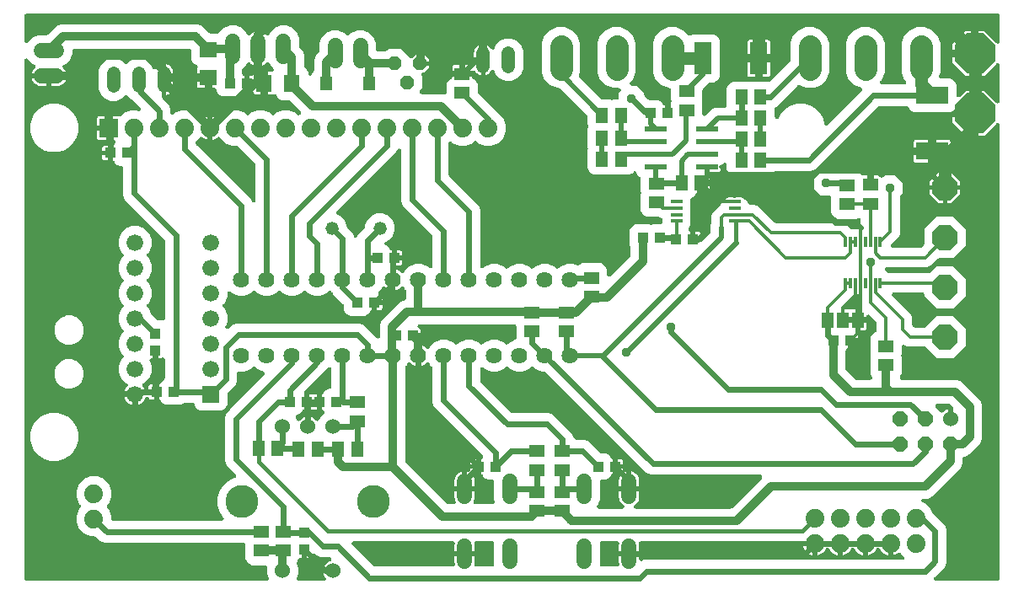
<source format=gbr>
G04 EAGLE Gerber RS-274X export*
G75*
%MOMM*%
%FSLAX34Y34*%
%LPD*%
%INBottom Copper*%
%IPPOS*%
%AMOC8*
5,1,8,0,0,1.08239X$1,22.5*%
G01*
%ADD10R,1.676400X1.676400*%
%ADD11C,1.676400*%
%ADD12R,1.100000X1.000000*%
%ADD13R,1.300000X1.500000*%
%ADD14R,1.000000X1.100000*%
%ADD15R,1.600000X1.800000*%
%ADD16R,1.270000X1.470000*%
%ADD17R,2.200000X0.600000*%
%ADD18C,1.879600*%
%ADD19C,1.524000*%
%ADD20R,1.879600X1.879600*%
%ADD21C,1.320800*%
%ADD22R,1.500000X1.300000*%
%ADD23C,1.320800*%
%ADD24R,3.200000X1.800000*%
%ADD25R,1.800000X3.200000*%
%ADD26C,1.524000*%
%ADD27C,3.302000*%
%ADD28R,1.168400X1.600200*%
%ADD29P,1.649562X8X202.500000*%
%ADD30R,0.300000X1.000000*%
%ADD31R,1.200000X0.350000*%
%ADD32C,2.247900*%
%ADD33P,1.429621X8X202.500000*%
%ADD34C,1.625600*%
%ADD35P,2.749271X8X112.500000*%
%ADD36R,1.800000X1.600000*%
%ADD37P,4.329560X8X22.500000*%
%ADD38C,0.609600*%
%ADD39C,0.812800*%
%ADD40C,1.270000*%
%ADD41C,0.508000*%
%ADD42C,0.304800*%
%ADD43P,0.981078X8X22.500000*%
%ADD44C,0.254000*%
%ADD45C,0.406400*%

G36*
X258665Y50162D02*
X258665Y50162D01*
X258678Y50161D01*
X258864Y50182D01*
X259052Y50201D01*
X259065Y50205D01*
X259078Y50206D01*
X259257Y50264D01*
X259437Y50319D01*
X259449Y50325D01*
X259461Y50329D01*
X259626Y50421D01*
X259791Y50511D01*
X259801Y50519D01*
X259813Y50526D01*
X259956Y50648D01*
X260100Y50768D01*
X260109Y50779D01*
X260119Y50787D01*
X260235Y50936D01*
X260353Y51082D01*
X260359Y51094D01*
X260367Y51104D01*
X260452Y51273D01*
X260538Y51439D01*
X260542Y51452D01*
X260548Y51464D01*
X260597Y51645D01*
X260649Y51826D01*
X260651Y51840D01*
X260654Y51853D01*
X260667Y52041D01*
X260682Y52228D01*
X260681Y52241D01*
X260682Y52254D01*
X260657Y52442D01*
X260635Y52627D01*
X260631Y52640D01*
X260630Y52653D01*
X260528Y52969D01*
X258851Y57017D01*
X258851Y63364D01*
X258877Y63448D01*
X258878Y63461D01*
X258882Y63474D01*
X258897Y63662D01*
X258915Y63849D01*
X258913Y63862D01*
X258914Y63876D01*
X258892Y64063D01*
X258873Y64249D01*
X258869Y64262D01*
X258868Y64275D01*
X258809Y64455D01*
X258753Y64634D01*
X258747Y64645D01*
X258743Y64658D01*
X258650Y64823D01*
X258560Y64987D01*
X258551Y64997D01*
X258545Y65009D01*
X258422Y65151D01*
X258301Y65295D01*
X258290Y65303D01*
X258282Y65314D01*
X258134Y65428D01*
X257986Y65546D01*
X257974Y65552D01*
X257964Y65560D01*
X257795Y65644D01*
X257628Y65730D01*
X257615Y65734D01*
X257603Y65740D01*
X257420Y65789D01*
X257241Y65840D01*
X257227Y65841D01*
X257214Y65844D01*
X256884Y65871D01*
X243883Y65871D01*
X240895Y67109D01*
X238609Y69395D01*
X237371Y72383D01*
X237371Y86292D01*
X237369Y86310D01*
X237371Y86328D01*
X237350Y86510D01*
X237331Y86693D01*
X237326Y86710D01*
X237324Y86727D01*
X237267Y86902D01*
X237213Y87078D01*
X237205Y87093D01*
X237199Y87110D01*
X237109Y87270D01*
X237021Y87432D01*
X237010Y87445D01*
X237001Y87461D01*
X236881Y87600D01*
X236764Y87741D01*
X236750Y87752D01*
X236738Y87766D01*
X236593Y87878D01*
X236450Y87993D01*
X236434Y88001D01*
X236420Y88012D01*
X236255Y88094D01*
X236093Y88179D01*
X236076Y88184D01*
X236060Y88192D01*
X235881Y88239D01*
X235706Y88290D01*
X235688Y88292D01*
X235671Y88296D01*
X235340Y88323D01*
X95577Y88323D01*
X91469Y90025D01*
X87315Y94178D01*
X87295Y94195D01*
X87277Y94216D01*
X87139Y94323D01*
X87004Y94433D01*
X86980Y94446D01*
X86959Y94462D01*
X86802Y94540D01*
X86648Y94622D01*
X86623Y94630D01*
X86599Y94642D01*
X86429Y94687D01*
X86262Y94737D01*
X86236Y94739D01*
X86210Y94746D01*
X85879Y94773D01*
X81514Y94773D01*
X75072Y97442D01*
X70142Y102372D01*
X67473Y108814D01*
X67473Y115786D01*
X70142Y122228D01*
X71477Y123564D01*
X71488Y123577D01*
X71502Y123589D01*
X71616Y123734D01*
X71732Y123875D01*
X71741Y123891D01*
X71752Y123905D01*
X71835Y124069D01*
X71921Y124231D01*
X71926Y124248D01*
X71934Y124264D01*
X71983Y124441D01*
X72036Y124617D01*
X72037Y124635D01*
X72042Y124652D01*
X72055Y124835D01*
X72072Y125018D01*
X72070Y125036D01*
X72071Y125053D01*
X72049Y125234D01*
X72029Y125418D01*
X72023Y125435D01*
X72021Y125453D01*
X71963Y125626D01*
X71907Y125802D01*
X71898Y125818D01*
X71893Y125834D01*
X71801Y125993D01*
X71712Y126154D01*
X71701Y126168D01*
X71692Y126183D01*
X71477Y126436D01*
X70142Y127772D01*
X67473Y134214D01*
X67473Y141186D01*
X70142Y147628D01*
X75072Y152558D01*
X81514Y155227D01*
X88486Y155227D01*
X94928Y152558D01*
X99858Y147628D01*
X102527Y141186D01*
X102527Y134214D01*
X99858Y127772D01*
X98523Y126436D01*
X98512Y126422D01*
X98498Y126411D01*
X98384Y126267D01*
X98268Y126125D01*
X98259Y126109D01*
X98248Y126095D01*
X98165Y125931D01*
X98079Y125769D01*
X98074Y125752D01*
X98066Y125736D01*
X98017Y125559D01*
X97964Y125383D01*
X97963Y125365D01*
X97958Y125348D01*
X97945Y125165D01*
X97928Y124982D01*
X97930Y124964D01*
X97929Y124947D01*
X97952Y124765D01*
X97971Y124582D01*
X97977Y124565D01*
X97979Y124547D01*
X98037Y124373D01*
X98093Y124198D01*
X98102Y124182D01*
X98107Y124166D01*
X98199Y124007D01*
X98288Y123846D01*
X98299Y123832D01*
X98308Y123817D01*
X98523Y123564D01*
X99858Y122228D01*
X102527Y115786D01*
X102527Y112708D01*
X102529Y112690D01*
X102527Y112672D01*
X102548Y112490D01*
X102567Y112307D01*
X102572Y112290D01*
X102574Y112273D01*
X102631Y112098D01*
X102685Y111922D01*
X102693Y111907D01*
X102699Y111890D01*
X102789Y111730D01*
X102877Y111568D01*
X102888Y111555D01*
X102897Y111539D01*
X103017Y111400D01*
X103134Y111259D01*
X103148Y111248D01*
X103160Y111234D01*
X103305Y111122D01*
X103448Y111007D01*
X103464Y110999D01*
X103478Y110988D01*
X103643Y110906D01*
X103805Y110821D01*
X103822Y110816D01*
X103838Y110808D01*
X104017Y110761D01*
X104192Y110710D01*
X104210Y110708D01*
X104227Y110704D01*
X104558Y110677D01*
X213535Y110677D01*
X213544Y110678D01*
X213553Y110677D01*
X213745Y110698D01*
X213936Y110717D01*
X213944Y110719D01*
X213953Y110720D01*
X214135Y110778D01*
X214321Y110835D01*
X214328Y110839D01*
X214337Y110842D01*
X214505Y110935D01*
X214675Y111027D01*
X214681Y111032D01*
X214689Y111037D01*
X214837Y111162D01*
X214984Y111284D01*
X214989Y111291D01*
X214996Y111297D01*
X215116Y111449D01*
X215236Y111598D01*
X215240Y111606D01*
X215246Y111613D01*
X215334Y111786D01*
X215422Y111955D01*
X215424Y111964D01*
X215428Y111972D01*
X215480Y112157D01*
X215533Y112342D01*
X215534Y112351D01*
X215536Y112360D01*
X215550Y112552D01*
X215566Y112744D01*
X215565Y112752D01*
X215566Y112761D01*
X215541Y112953D01*
X215519Y113143D01*
X215516Y113152D01*
X215515Y113161D01*
X215454Y113343D01*
X215394Y113526D01*
X215390Y113534D01*
X215387Y113542D01*
X215291Y113710D01*
X215196Y113877D01*
X215190Y113884D01*
X215186Y113891D01*
X214971Y114144D01*
X214244Y114871D01*
X211000Y120490D01*
X209321Y126756D01*
X209321Y133244D01*
X211000Y139510D01*
X214244Y145129D01*
X218831Y149716D01*
X224450Y152960D01*
X226402Y153483D01*
X226538Y153534D01*
X226678Y153578D01*
X226727Y153605D01*
X226779Y153625D01*
X226903Y153703D01*
X227031Y153773D01*
X227073Y153809D01*
X227120Y153839D01*
X227226Y153939D01*
X227338Y154034D01*
X227372Y154077D01*
X227412Y154116D01*
X227496Y154235D01*
X227587Y154350D01*
X227612Y154399D01*
X227644Y154445D01*
X227703Y154578D01*
X227769Y154709D01*
X227784Y154762D01*
X227807Y154813D01*
X227838Y154956D01*
X227877Y155097D01*
X227882Y155152D01*
X227893Y155206D01*
X227896Y155352D01*
X227907Y155498D01*
X227900Y155553D01*
X227901Y155609D01*
X227875Y155752D01*
X227856Y155898D01*
X227839Y155950D01*
X227829Y156005D01*
X227775Y156141D01*
X227728Y156279D01*
X227701Y156327D01*
X227680Y156379D01*
X227600Y156501D01*
X227527Y156628D01*
X227486Y156676D01*
X227460Y156716D01*
X227402Y156776D01*
X227313Y156881D01*
X218025Y166169D01*
X216323Y170277D01*
X216323Y214723D01*
X218025Y218831D01*
X221454Y222261D01*
X221455Y222261D01*
X256080Y256887D01*
X256089Y256897D01*
X256099Y256906D01*
X256216Y257053D01*
X256336Y257198D01*
X256342Y257210D01*
X256350Y257221D01*
X256436Y257388D01*
X256524Y257554D01*
X256528Y257567D01*
X256534Y257579D01*
X256585Y257759D01*
X256639Y257940D01*
X256640Y257953D01*
X256644Y257966D01*
X256658Y258152D01*
X256675Y258341D01*
X256674Y258354D01*
X256675Y258368D01*
X256652Y258552D01*
X256632Y258741D01*
X256628Y258754D01*
X256626Y258767D01*
X256568Y258944D01*
X256510Y259125D01*
X256504Y259137D01*
X256500Y259149D01*
X256406Y259313D01*
X256316Y259477D01*
X256307Y259487D01*
X256300Y259499D01*
X256177Y259641D01*
X256055Y259784D01*
X256045Y259793D01*
X256036Y259803D01*
X255886Y259918D01*
X255739Y260034D01*
X255727Y260040D01*
X255717Y260048D01*
X255421Y260200D01*
X249341Y262718D01*
X247286Y264773D01*
X247272Y264785D01*
X247261Y264798D01*
X247117Y264912D01*
X246975Y265028D01*
X246959Y265037D01*
X246945Y265048D01*
X246781Y265131D01*
X246619Y265217D01*
X246602Y265222D01*
X246586Y265230D01*
X246409Y265280D01*
X246233Y265332D01*
X246215Y265333D01*
X246198Y265338D01*
X246015Y265351D01*
X245832Y265368D01*
X245814Y265366D01*
X245797Y265367D01*
X245615Y265344D01*
X245432Y265325D01*
X245415Y265319D01*
X245397Y265317D01*
X245223Y265259D01*
X245048Y265203D01*
X245032Y265194D01*
X245016Y265189D01*
X244857Y265097D01*
X244696Y265008D01*
X244682Y264997D01*
X244667Y264988D01*
X244414Y264773D01*
X242359Y262718D01*
X236384Y260243D01*
X230708Y260243D01*
X230690Y260241D01*
X230672Y260243D01*
X230490Y260222D01*
X230307Y260203D01*
X230290Y260198D01*
X230273Y260196D01*
X230098Y260139D01*
X229922Y260085D01*
X229907Y260077D01*
X229890Y260071D01*
X229730Y259981D01*
X229568Y259893D01*
X229555Y259882D01*
X229539Y259873D01*
X229400Y259753D01*
X229259Y259636D01*
X229248Y259622D01*
X229234Y259610D01*
X229122Y259465D01*
X229007Y259322D01*
X228999Y259306D01*
X228988Y259292D01*
X228906Y259127D01*
X228821Y258965D01*
X228816Y258948D01*
X228808Y258932D01*
X228761Y258753D01*
X228710Y258578D01*
X228708Y258560D01*
X228704Y258543D01*
X228677Y258212D01*
X228677Y250327D01*
X226975Y246219D01*
X219656Y238899D01*
X219639Y238879D01*
X219618Y238861D01*
X219511Y238723D01*
X219401Y238588D01*
X219388Y238564D01*
X219372Y238543D01*
X219294Y238386D01*
X219212Y238232D01*
X219204Y238207D01*
X219192Y238183D01*
X219147Y238013D01*
X219097Y237846D01*
X219095Y237820D01*
X219088Y237794D01*
X219061Y237463D01*
X219061Y227601D01*
X217823Y224613D01*
X215537Y222327D01*
X212549Y221089D01*
X192551Y221089D01*
X189563Y222327D01*
X187277Y224613D01*
X186052Y227569D01*
X186042Y227589D01*
X186035Y227610D01*
X185947Y227766D01*
X185862Y227924D01*
X185848Y227941D01*
X185837Y227961D01*
X185720Y228096D01*
X185606Y228235D01*
X185588Y228249D01*
X185574Y228266D01*
X185433Y228375D01*
X185293Y228488D01*
X185273Y228499D01*
X185256Y228512D01*
X185095Y228592D01*
X184937Y228675D01*
X184915Y228682D01*
X184895Y228692D01*
X184722Y228738D01*
X184550Y228788D01*
X184528Y228790D01*
X184507Y228796D01*
X184176Y228823D01*
X176510Y228823D01*
X176484Y228821D01*
X176457Y228823D01*
X176283Y228801D01*
X176110Y228783D01*
X176084Y228776D01*
X176058Y228772D01*
X175892Y228717D01*
X175725Y228665D01*
X175701Y228652D01*
X175676Y228644D01*
X175524Y228557D01*
X175371Y228473D01*
X175350Y228456D01*
X175327Y228443D01*
X175074Y228228D01*
X174955Y228109D01*
X171967Y226871D01*
X157733Y226871D01*
X154745Y228109D01*
X152459Y230395D01*
X152123Y231205D01*
X152113Y231225D01*
X152106Y231246D01*
X152018Y231402D01*
X151933Y231560D01*
X151919Y231577D01*
X151908Y231597D01*
X151791Y231733D01*
X151677Y231871D01*
X151659Y231885D01*
X151645Y231902D01*
X151504Y232011D01*
X151364Y232124D01*
X151344Y232135D01*
X151327Y232148D01*
X151166Y232228D01*
X151008Y232311D01*
X150986Y232318D01*
X150966Y232328D01*
X150793Y232374D01*
X150621Y232424D01*
X150599Y232426D01*
X150577Y232432D01*
X150349Y232451D01*
X150349Y239532D01*
X150347Y239550D01*
X150349Y239567D01*
X150328Y239749D01*
X150309Y239932D01*
X150304Y239949D01*
X150302Y239967D01*
X150289Y240008D01*
X150316Y240102D01*
X150318Y240120D01*
X150322Y240137D01*
X150349Y240468D01*
X150349Y247548D01*
X150469Y247563D01*
X150647Y247581D01*
X150669Y247587D01*
X150691Y247590D01*
X150861Y247646D01*
X151032Y247699D01*
X151052Y247709D01*
X151073Y247716D01*
X151229Y247805D01*
X151386Y247891D01*
X151403Y247905D01*
X151423Y247916D01*
X151558Y248034D01*
X151696Y248148D01*
X151709Y248166D01*
X151726Y248180D01*
X151836Y248323D01*
X151948Y248462D01*
X151958Y248482D01*
X151972Y248500D01*
X152123Y248795D01*
X152459Y249605D01*
X154745Y251891D01*
X155069Y252025D01*
X155089Y252036D01*
X155110Y252043D01*
X155266Y252131D01*
X155424Y252216D01*
X155441Y252230D01*
X155461Y252241D01*
X155596Y252358D01*
X155735Y252472D01*
X155749Y252489D01*
X155766Y252504D01*
X155875Y252645D01*
X155988Y252785D01*
X155999Y252804D01*
X156012Y252822D01*
X156092Y252983D01*
X156175Y253141D01*
X156182Y253162D01*
X156192Y253183D01*
X156238Y253356D01*
X156288Y253528D01*
X156290Y253550D01*
X156296Y253571D01*
X156323Y253902D01*
X156323Y272476D01*
X156322Y272485D01*
X156323Y272494D01*
X156302Y272685D01*
X156283Y272877D01*
X156281Y272886D01*
X156280Y272895D01*
X156221Y273079D01*
X156165Y273262D01*
X156161Y273270D01*
X156158Y273278D01*
X156065Y273448D01*
X155973Y273616D01*
X155968Y273623D01*
X155963Y273631D01*
X155839Y273778D01*
X155716Y273925D01*
X155709Y273931D01*
X155703Y273938D01*
X155552Y274057D01*
X155402Y274177D01*
X155394Y274182D01*
X155387Y274187D01*
X155214Y274275D01*
X155045Y274363D01*
X155036Y274365D01*
X155028Y274370D01*
X154841Y274421D01*
X154658Y274474D01*
X154649Y274475D01*
X154640Y274477D01*
X154449Y274491D01*
X154256Y274507D01*
X154247Y274506D01*
X154238Y274507D01*
X154048Y274483D01*
X153857Y274460D01*
X153848Y274457D01*
X153839Y274456D01*
X153657Y274395D01*
X153474Y274335D01*
X153466Y274331D01*
X153457Y274328D01*
X153292Y274233D01*
X153123Y274138D01*
X153116Y274132D01*
X153109Y274127D01*
X152940Y273984D01*
X152331Y273632D01*
X151685Y273459D01*
X148849Y273459D01*
X148849Y281032D01*
X148847Y281050D01*
X148849Y281067D01*
X148828Y281250D01*
X148809Y281432D01*
X148804Y281449D01*
X148802Y281467D01*
X148745Y281642D01*
X148691Y281817D01*
X148683Y281833D01*
X148677Y281850D01*
X148587Y282010D01*
X148499Y282171D01*
X148488Y282185D01*
X148479Y282201D01*
X148359Y282340D01*
X148242Y282481D01*
X148228Y282492D01*
X148216Y282505D01*
X148071Y282618D01*
X147928Y282733D01*
X147912Y282741D01*
X147898Y282752D01*
X147733Y282834D01*
X147571Y282918D01*
X147554Y282923D01*
X147538Y282931D01*
X147359Y282979D01*
X147184Y283030D01*
X147166Y283031D01*
X147149Y283036D01*
X146818Y283063D01*
X145882Y283063D01*
X145864Y283061D01*
X145846Y283063D01*
X145664Y283041D01*
X145481Y283023D01*
X145464Y283018D01*
X145447Y283016D01*
X145272Y282959D01*
X145096Y282905D01*
X145081Y282897D01*
X145064Y282891D01*
X144904Y282801D01*
X144742Y282713D01*
X144729Y282702D01*
X144713Y282693D01*
X144574Y282573D01*
X144433Y282455D01*
X144422Y282442D01*
X144408Y282430D01*
X144296Y282285D01*
X144181Y282142D01*
X144173Y282126D01*
X144162Y282112D01*
X144080Y281947D01*
X143995Y281784D01*
X143990Y281767D01*
X143982Y281751D01*
X143934Y281573D01*
X143884Y281398D01*
X143882Y281380D01*
X143878Y281363D01*
X143851Y281032D01*
X143851Y273459D01*
X142929Y273459D01*
X142915Y273458D01*
X142902Y273459D01*
X142716Y273438D01*
X142528Y273419D01*
X142515Y273415D01*
X142502Y273414D01*
X142323Y273356D01*
X142143Y273301D01*
X142131Y273295D01*
X142119Y273291D01*
X141954Y273199D01*
X141789Y273109D01*
X141779Y273101D01*
X141767Y273094D01*
X141624Y272972D01*
X141480Y272852D01*
X141472Y272841D01*
X141461Y272833D01*
X141345Y272684D01*
X141228Y272538D01*
X141221Y272526D01*
X141213Y272516D01*
X141128Y272347D01*
X141042Y272181D01*
X141038Y272168D01*
X141032Y272156D01*
X140983Y271974D01*
X140931Y271794D01*
X140930Y271780D01*
X140926Y271767D01*
X140913Y271579D01*
X140898Y271392D01*
X140899Y271379D01*
X140898Y271366D01*
X140923Y271178D01*
X140945Y270993D01*
X140949Y270980D01*
X140951Y270967D01*
X141052Y270651D01*
X142861Y266284D01*
X142861Y259716D01*
X140347Y253647D01*
X135703Y249003D01*
X134758Y248611D01*
X134746Y248605D01*
X134733Y248601D01*
X134568Y248510D01*
X134403Y248421D01*
X134392Y248413D01*
X134381Y248406D01*
X134237Y248285D01*
X134092Y248165D01*
X134084Y248154D01*
X134074Y248146D01*
X133957Y247998D01*
X133839Y247852D01*
X133832Y247840D01*
X133824Y247830D01*
X133739Y247662D01*
X133652Y247496D01*
X133648Y247483D01*
X133642Y247471D01*
X133591Y247289D01*
X133538Y247109D01*
X133537Y247096D01*
X133534Y247083D01*
X133520Y246895D01*
X133504Y246708D01*
X133505Y246695D01*
X133504Y246681D01*
X133528Y246495D01*
X133549Y246308D01*
X133553Y246295D01*
X133555Y246282D01*
X133614Y246104D01*
X133672Y245925D01*
X133679Y245913D01*
X133683Y245900D01*
X133777Y245737D01*
X133868Y245573D01*
X133877Y245563D01*
X133884Y245551D01*
X134099Y245298D01*
X134681Y244716D01*
X135692Y243325D01*
X135968Y242783D01*
X136036Y242676D01*
X136097Y242565D01*
X136145Y242507D01*
X136186Y242444D01*
X136273Y242353D01*
X136354Y242256D01*
X136413Y242209D01*
X136466Y242155D01*
X136570Y242083D01*
X136668Y242004D01*
X136735Y241969D01*
X136797Y241926D01*
X136914Y241876D01*
X137025Y241818D01*
X137098Y241797D01*
X137167Y241768D01*
X137291Y241742D01*
X137412Y241707D01*
X137337Y241618D01*
X137325Y241597D01*
X137310Y241578D01*
X137229Y241421D01*
X137143Y241266D01*
X137136Y241242D01*
X137125Y241221D01*
X137076Y241051D01*
X137022Y240882D01*
X137020Y240857D01*
X137013Y240834D01*
X136999Y240657D01*
X136980Y240481D01*
X136982Y240454D01*
X136980Y240432D01*
X136990Y240351D01*
X137005Y240150D01*
X137153Y239214D01*
X137168Y239156D01*
X137175Y239097D01*
X137219Y238962D01*
X137255Y238825D01*
X137282Y238771D01*
X137300Y238714D01*
X137370Y238590D01*
X137432Y238463D01*
X137469Y238415D01*
X137498Y238363D01*
X137591Y238256D01*
X137677Y238143D01*
X137722Y238104D01*
X137761Y238058D01*
X137873Y237972D01*
X137980Y237878D01*
X138032Y237848D01*
X138079Y237812D01*
X138206Y237749D01*
X138329Y237678D01*
X138386Y237659D01*
X138440Y237632D01*
X138577Y237596D01*
X138711Y237551D01*
X138771Y237543D01*
X138829Y237528D01*
X139030Y237511D01*
X139111Y237501D01*
X139132Y237503D01*
X139159Y237501D01*
X145351Y237501D01*
X145351Y232459D01*
X142015Y232459D01*
X141369Y232632D01*
X140790Y232967D01*
X140317Y233440D01*
X140145Y233738D01*
X140053Y233866D01*
X139967Y233998D01*
X139936Y234029D01*
X139910Y234065D01*
X139795Y234172D01*
X139684Y234284D01*
X139648Y234309D01*
X139615Y234339D01*
X139481Y234422D01*
X139351Y234510D01*
X139310Y234527D01*
X139272Y234550D01*
X139124Y234604D01*
X138979Y234665D01*
X138936Y234674D01*
X138894Y234689D01*
X138739Y234713D01*
X138584Y234744D01*
X138540Y234744D01*
X138496Y234751D01*
X138339Y234743D01*
X138182Y234743D01*
X138138Y234734D01*
X138094Y234733D01*
X137942Y234695D01*
X137787Y234663D01*
X137746Y234646D01*
X137703Y234636D01*
X137561Y234568D01*
X137416Y234507D01*
X137379Y234482D01*
X137339Y234463D01*
X137213Y234369D01*
X137083Y234281D01*
X137052Y234249D01*
X137017Y234223D01*
X136911Y234105D01*
X136801Y233993D01*
X136777Y233956D01*
X136748Y233923D01*
X136667Y233787D01*
X136582Y233656D01*
X136562Y233610D01*
X136543Y233577D01*
X136514Y233494D01*
X136502Y233465D01*
X135692Y231875D01*
X134681Y230484D01*
X133466Y229269D01*
X132075Y228258D01*
X130543Y227478D01*
X129143Y227023D01*
X129143Y236838D01*
X129141Y236856D01*
X129143Y236873D01*
X129122Y237056D01*
X129103Y237238D01*
X129098Y237255D01*
X129096Y237273D01*
X129039Y237448D01*
X128985Y237623D01*
X128977Y237639D01*
X128971Y237656D01*
X128881Y237816D01*
X128793Y237977D01*
X128782Y237991D01*
X128773Y238007D01*
X128653Y238146D01*
X128536Y238287D01*
X128522Y238298D01*
X128510Y238311D01*
X128365Y238424D01*
X128222Y238539D01*
X128206Y238547D01*
X128192Y238558D01*
X128027Y238640D01*
X127865Y238724D01*
X127848Y238729D01*
X127832Y238737D01*
X127653Y238785D01*
X127568Y238810D01*
X127515Y238972D01*
X127461Y239148D01*
X127453Y239163D01*
X127447Y239180D01*
X127357Y239340D01*
X127269Y239502D01*
X127258Y239515D01*
X127249Y239531D01*
X127129Y239670D01*
X127011Y239811D01*
X126998Y239822D01*
X126986Y239836D01*
X126841Y239948D01*
X126698Y240063D01*
X126682Y240071D01*
X126668Y240082D01*
X126503Y240164D01*
X126340Y240249D01*
X126323Y240254D01*
X126307Y240262D01*
X126129Y240309D01*
X125954Y240360D01*
X125936Y240362D01*
X125919Y240366D01*
X125588Y240393D01*
X115773Y240393D01*
X116228Y241793D01*
X117008Y243325D01*
X118019Y244716D01*
X118601Y245298D01*
X118610Y245309D01*
X118620Y245317D01*
X118737Y245464D01*
X118857Y245610D01*
X118863Y245622D01*
X118871Y245632D01*
X118956Y245798D01*
X119045Y245966D01*
X119049Y245979D01*
X119055Y245990D01*
X119106Y246170D01*
X119160Y246352D01*
X119161Y246365D01*
X119165Y246378D01*
X119179Y246563D01*
X119196Y246753D01*
X119195Y246766D01*
X119196Y246779D01*
X119173Y246964D01*
X119153Y247153D01*
X119149Y247166D01*
X119147Y247179D01*
X119088Y247357D01*
X119031Y247537D01*
X119025Y247548D01*
X119021Y247561D01*
X118927Y247725D01*
X118837Y247889D01*
X118828Y247899D01*
X118821Y247911D01*
X118697Y248053D01*
X118576Y248196D01*
X118566Y248204D01*
X118557Y248214D01*
X118408Y248329D01*
X118260Y248446D01*
X118248Y248452D01*
X118238Y248460D01*
X117942Y248611D01*
X116997Y249003D01*
X112353Y253647D01*
X109839Y259716D01*
X109839Y266284D01*
X112353Y272353D01*
X114264Y274264D01*
X114275Y274278D01*
X114289Y274289D01*
X114403Y274433D01*
X114519Y274575D01*
X114527Y274591D01*
X114538Y274605D01*
X114622Y274769D01*
X114708Y274931D01*
X114713Y274948D01*
X114721Y274964D01*
X114770Y275141D01*
X114822Y275317D01*
X114824Y275335D01*
X114829Y275352D01*
X114842Y275534D01*
X114859Y275718D01*
X114857Y275736D01*
X114858Y275753D01*
X114835Y275935D01*
X114815Y276118D01*
X114810Y276135D01*
X114808Y276153D01*
X114749Y276327D01*
X114694Y276502D01*
X114685Y276518D01*
X114680Y276534D01*
X114588Y276693D01*
X114499Y276854D01*
X114488Y276868D01*
X114479Y276883D01*
X114264Y277136D01*
X112353Y279047D01*
X109839Y285116D01*
X109839Y291684D01*
X112353Y297753D01*
X114264Y299664D01*
X114275Y299678D01*
X114289Y299689D01*
X114403Y299833D01*
X114519Y299975D01*
X114527Y299991D01*
X114538Y300005D01*
X114622Y300169D01*
X114708Y300331D01*
X114713Y300348D01*
X114721Y300364D01*
X114770Y300541D01*
X114822Y300717D01*
X114824Y300735D01*
X114829Y300752D01*
X114842Y300934D01*
X114859Y301118D01*
X114857Y301136D01*
X114858Y301153D01*
X114835Y301335D01*
X114815Y301518D01*
X114810Y301535D01*
X114808Y301553D01*
X114749Y301727D01*
X114694Y301902D01*
X114685Y301918D01*
X114680Y301934D01*
X114588Y302093D01*
X114499Y302254D01*
X114488Y302268D01*
X114479Y302283D01*
X114264Y302536D01*
X112353Y304447D01*
X109839Y310516D01*
X109839Y317084D01*
X112353Y323153D01*
X114264Y325064D01*
X114275Y325078D01*
X114289Y325089D01*
X114403Y325233D01*
X114519Y325375D01*
X114527Y325391D01*
X114538Y325405D01*
X114622Y325569D01*
X114708Y325731D01*
X114713Y325748D01*
X114721Y325764D01*
X114770Y325941D01*
X114822Y326117D01*
X114824Y326135D01*
X114829Y326152D01*
X114842Y326334D01*
X114859Y326518D01*
X114857Y326536D01*
X114858Y326553D01*
X114835Y326735D01*
X114815Y326918D01*
X114810Y326935D01*
X114808Y326953D01*
X114749Y327127D01*
X114694Y327302D01*
X114685Y327318D01*
X114680Y327334D01*
X114588Y327493D01*
X114499Y327654D01*
X114488Y327668D01*
X114479Y327683D01*
X114264Y327936D01*
X112353Y329847D01*
X109839Y335916D01*
X109839Y342484D01*
X112353Y348553D01*
X114264Y350464D01*
X114275Y350478D01*
X114289Y350489D01*
X114403Y350633D01*
X114519Y350775D01*
X114527Y350791D01*
X114538Y350805D01*
X114622Y350969D01*
X114708Y351131D01*
X114713Y351148D01*
X114721Y351164D01*
X114770Y351341D01*
X114822Y351517D01*
X114824Y351535D01*
X114829Y351552D01*
X114842Y351734D01*
X114859Y351918D01*
X114857Y351936D01*
X114858Y351953D01*
X114835Y352135D01*
X114815Y352318D01*
X114810Y352335D01*
X114808Y352353D01*
X114749Y352527D01*
X114694Y352702D01*
X114685Y352718D01*
X114680Y352734D01*
X114588Y352893D01*
X114499Y353054D01*
X114488Y353068D01*
X114479Y353083D01*
X114264Y353336D01*
X112353Y355247D01*
X109839Y361316D01*
X109839Y367884D01*
X112353Y373953D01*
X114264Y375864D01*
X114275Y375878D01*
X114289Y375889D01*
X114403Y376033D01*
X114519Y376175D01*
X114527Y376191D01*
X114538Y376205D01*
X114622Y376369D01*
X114708Y376531D01*
X114713Y376548D01*
X114721Y376564D01*
X114770Y376741D01*
X114822Y376917D01*
X114824Y376935D01*
X114829Y376952D01*
X114842Y377134D01*
X114859Y377318D01*
X114857Y377336D01*
X114858Y377353D01*
X114835Y377535D01*
X114815Y377718D01*
X114810Y377735D01*
X114808Y377753D01*
X114749Y377927D01*
X114694Y378102D01*
X114685Y378118D01*
X114680Y378134D01*
X114588Y378293D01*
X114499Y378454D01*
X114488Y378468D01*
X114479Y378483D01*
X114264Y378736D01*
X112353Y380647D01*
X109839Y386716D01*
X109839Y393284D01*
X112353Y399353D01*
X116997Y403997D01*
X123066Y406511D01*
X129634Y406511D01*
X135703Y403997D01*
X140347Y399353D01*
X142861Y393284D01*
X142861Y386716D01*
X140347Y380647D01*
X138436Y378736D01*
X138425Y378723D01*
X138411Y378711D01*
X138297Y378567D01*
X138181Y378425D01*
X138173Y378409D01*
X138162Y378395D01*
X138078Y378231D01*
X137992Y378069D01*
X137987Y378052D01*
X137979Y378036D01*
X137930Y377859D01*
X137878Y377683D01*
X137876Y377665D01*
X137871Y377648D01*
X137858Y377465D01*
X137841Y377282D01*
X137843Y377264D01*
X137842Y377247D01*
X137865Y377065D01*
X137885Y376882D01*
X137890Y376865D01*
X137892Y376847D01*
X137950Y376674D01*
X138006Y376498D01*
X138015Y376482D01*
X138020Y376466D01*
X138112Y376306D01*
X138201Y376146D01*
X138212Y376132D01*
X138221Y376117D01*
X138436Y375864D01*
X140347Y373953D01*
X142861Y367884D01*
X142861Y361316D01*
X140347Y355247D01*
X138436Y353336D01*
X138425Y353323D01*
X138411Y353311D01*
X138297Y353167D01*
X138181Y353025D01*
X138173Y353009D01*
X138162Y352995D01*
X138078Y352831D01*
X137992Y352669D01*
X137987Y352652D01*
X137979Y352636D01*
X137930Y352459D01*
X137878Y352283D01*
X137876Y352265D01*
X137871Y352248D01*
X137858Y352065D01*
X137841Y351882D01*
X137843Y351864D01*
X137842Y351847D01*
X137865Y351665D01*
X137885Y351482D01*
X137890Y351465D01*
X137892Y351447D01*
X137950Y351274D01*
X138006Y351098D01*
X138015Y351082D01*
X138020Y351066D01*
X138112Y350906D01*
X138201Y350746D01*
X138212Y350732D01*
X138221Y350717D01*
X138436Y350464D01*
X140347Y348553D01*
X142861Y342484D01*
X142861Y335916D01*
X140347Y329847D01*
X138436Y327936D01*
X138425Y327923D01*
X138411Y327911D01*
X138297Y327767D01*
X138181Y327625D01*
X138173Y327609D01*
X138162Y327595D01*
X138078Y327431D01*
X137992Y327269D01*
X137987Y327252D01*
X137979Y327236D01*
X137930Y327059D01*
X137878Y326883D01*
X137876Y326865D01*
X137871Y326848D01*
X137858Y326665D01*
X137841Y326482D01*
X137843Y326464D01*
X137842Y326447D01*
X137865Y326265D01*
X137885Y326082D01*
X137890Y326065D01*
X137892Y326047D01*
X137950Y325874D01*
X138006Y325698D01*
X138015Y325682D01*
X138020Y325666D01*
X138112Y325506D01*
X138201Y325346D01*
X138212Y325332D01*
X138221Y325317D01*
X138436Y325064D01*
X140347Y323153D01*
X142203Y318672D01*
X142218Y318644D01*
X142228Y318615D01*
X142313Y318467D01*
X142393Y318317D01*
X142413Y318293D01*
X142429Y318266D01*
X142643Y318013D01*
X147933Y312724D01*
X147953Y312707D01*
X147971Y312686D01*
X148109Y312579D01*
X148244Y312469D01*
X148268Y312456D01*
X148289Y312440D01*
X148446Y312362D01*
X148600Y312280D01*
X148625Y312272D01*
X148649Y312260D01*
X148819Y312215D01*
X148986Y312165D01*
X149012Y312163D01*
X149038Y312156D01*
X149369Y312129D01*
X152967Y312129D01*
X153515Y311902D01*
X153528Y311898D01*
X153539Y311892D01*
X153720Y311840D01*
X153900Y311785D01*
X153913Y311784D01*
X153926Y311780D01*
X154115Y311765D01*
X154301Y311747D01*
X154314Y311749D01*
X154328Y311748D01*
X154514Y311769D01*
X154701Y311789D01*
X154714Y311793D01*
X154727Y311794D01*
X154905Y311852D01*
X155086Y311909D01*
X155097Y311915D01*
X155110Y311919D01*
X155274Y312012D01*
X155439Y312102D01*
X155449Y312111D01*
X155461Y312117D01*
X155603Y312240D01*
X155747Y312361D01*
X155755Y312372D01*
X155766Y312380D01*
X155880Y312528D01*
X155998Y312676D01*
X156004Y312688D01*
X156012Y312698D01*
X156096Y312866D01*
X156182Y313034D01*
X156186Y313047D01*
X156192Y313059D01*
X156241Y313241D01*
X156292Y313421D01*
X156293Y313435D01*
X156296Y313448D01*
X156323Y313778D01*
X156323Y392029D01*
X156321Y392056D01*
X156323Y392082D01*
X156301Y392256D01*
X156283Y392430D01*
X156276Y392455D01*
X156272Y392482D01*
X156217Y392647D01*
X156165Y392815D01*
X156152Y392838D01*
X156144Y392863D01*
X156057Y393015D01*
X155973Y393169D01*
X155956Y393189D01*
X155943Y393212D01*
X155728Y393465D01*
X115925Y433269D01*
X114223Y437377D01*
X114223Y464840D01*
X114221Y464858D01*
X114223Y464876D01*
X114202Y465057D01*
X114183Y465241D01*
X114178Y465258D01*
X114176Y465275D01*
X114119Y465450D01*
X114065Y465626D01*
X114057Y465641D01*
X114051Y465658D01*
X113961Y465818D01*
X113873Y465980D01*
X113862Y465993D01*
X113853Y466009D01*
X113733Y466148D01*
X113616Y466289D01*
X113602Y466300D01*
X113590Y466314D01*
X113445Y466426D01*
X113302Y466541D01*
X113286Y466549D01*
X113272Y466560D01*
X113107Y466642D01*
X112945Y466727D01*
X112928Y466732D01*
X112912Y466740D01*
X112733Y466787D01*
X112558Y466838D01*
X112540Y466840D01*
X112523Y466844D01*
X112192Y466871D01*
X111383Y466871D01*
X108395Y468109D01*
X106109Y470395D01*
X105773Y471205D01*
X105763Y471225D01*
X105756Y471246D01*
X105668Y471402D01*
X105583Y471560D01*
X105569Y471577D01*
X105558Y471597D01*
X105441Y471733D01*
X105327Y471871D01*
X105309Y471885D01*
X105295Y471902D01*
X105154Y472011D01*
X105014Y472124D01*
X104994Y472135D01*
X104977Y472148D01*
X104816Y472228D01*
X104658Y472311D01*
X104636Y472318D01*
X104616Y472328D01*
X104443Y472374D01*
X104271Y472424D01*
X104249Y472426D01*
X104227Y472432D01*
X103999Y472451D01*
X103999Y479532D01*
X103997Y479550D01*
X103999Y479567D01*
X103978Y479749D01*
X103959Y479932D01*
X103954Y479949D01*
X103952Y479967D01*
X103939Y480008D01*
X103966Y480102D01*
X103968Y480120D01*
X103972Y480137D01*
X103999Y480468D01*
X103999Y487548D01*
X104119Y487563D01*
X104297Y487581D01*
X104319Y487587D01*
X104341Y487590D01*
X104511Y487646D01*
X104682Y487699D01*
X104702Y487709D01*
X104723Y487716D01*
X104879Y487805D01*
X105036Y487891D01*
X105053Y487905D01*
X105073Y487916D01*
X105208Y488034D01*
X105346Y488148D01*
X105359Y488166D01*
X105376Y488180D01*
X105486Y488323D01*
X105598Y488462D01*
X105608Y488482D01*
X105622Y488500D01*
X105773Y488795D01*
X106109Y489605D01*
X106110Y489606D01*
X106230Y489755D01*
X106353Y489905D01*
X106357Y489913D01*
X106363Y489920D01*
X106451Y490090D01*
X106542Y490261D01*
X106544Y490269D01*
X106548Y490277D01*
X106601Y490462D01*
X106656Y490647D01*
X106657Y490656D01*
X106660Y490664D01*
X106675Y490854D01*
X106693Y491048D01*
X106692Y491057D01*
X106693Y491066D01*
X106670Y491254D01*
X106649Y491448D01*
X106647Y491456D01*
X106646Y491465D01*
X106586Y491649D01*
X106528Y491832D01*
X106524Y491840D01*
X106521Y491848D01*
X106426Y492017D01*
X106333Y492184D01*
X106327Y492191D01*
X106323Y492199D01*
X106198Y492343D01*
X106073Y492491D01*
X106066Y492497D01*
X106060Y492504D01*
X105908Y492621D01*
X105757Y492741D01*
X105749Y492745D01*
X105742Y492750D01*
X105570Y492836D01*
X105398Y492923D01*
X105389Y492926D01*
X105381Y492930D01*
X105195Y492980D01*
X105010Y493031D01*
X105001Y493032D01*
X104992Y493034D01*
X104662Y493061D01*
X102539Y493061D01*
X102539Y504492D01*
X102537Y504510D01*
X102539Y504527D01*
X102518Y504710D01*
X102499Y504892D01*
X102494Y504909D01*
X102492Y504927D01*
X102467Y505005D01*
X102506Y505142D01*
X102508Y505160D01*
X102512Y505177D01*
X102539Y505508D01*
X102539Y516939D01*
X109733Y516939D01*
X110434Y516751D01*
X110438Y516749D01*
X110577Y516679D01*
X110621Y516666D01*
X110664Y516647D01*
X110815Y516612D01*
X110964Y516571D01*
X111011Y516567D01*
X111056Y516557D01*
X111211Y516553D01*
X111366Y516541D01*
X111412Y516547D01*
X111459Y516546D01*
X111611Y516572D01*
X111765Y516592D01*
X111810Y516607D01*
X111855Y516614D01*
X112000Y516670D01*
X112147Y516720D01*
X112187Y516743D01*
X112231Y516760D01*
X112362Y516844D01*
X112496Y516921D01*
X112536Y516955D01*
X112570Y516977D01*
X112633Y517037D01*
X112749Y517136D01*
X115472Y519858D01*
X121914Y522527D01*
X128886Y522527D01*
X129491Y522276D01*
X129495Y522275D01*
X129499Y522273D01*
X129684Y522218D01*
X129876Y522160D01*
X129881Y522159D01*
X129885Y522158D01*
X130083Y522140D01*
X130277Y522122D01*
X130281Y522122D01*
X130286Y522122D01*
X130485Y522143D01*
X130677Y522163D01*
X130682Y522165D01*
X130686Y522165D01*
X130874Y522225D01*
X131062Y522283D01*
X131066Y522285D01*
X131070Y522287D01*
X131239Y522380D01*
X131415Y522476D01*
X131419Y522479D01*
X131422Y522482D01*
X131570Y522607D01*
X131723Y522736D01*
X131726Y522739D01*
X131729Y522742D01*
X131851Y522896D01*
X131974Y523050D01*
X131976Y523054D01*
X131979Y523058D01*
X132067Y523231D01*
X132158Y523409D01*
X132159Y523413D01*
X132161Y523417D01*
X132215Y523609D01*
X132268Y523796D01*
X132268Y523800D01*
X132269Y523805D01*
X132284Y524001D01*
X132299Y524197D01*
X132298Y524202D01*
X132299Y524206D01*
X132274Y524404D01*
X132250Y524597D01*
X132249Y524601D01*
X132248Y524606D01*
X132186Y524791D01*
X132124Y524979D01*
X132121Y524983D01*
X132120Y524987D01*
X132022Y525158D01*
X131924Y525329D01*
X131921Y525332D01*
X131919Y525336D01*
X131704Y525589D01*
X123789Y533505D01*
X123765Y533525D01*
X123744Y533548D01*
X123609Y533652D01*
X123477Y533760D01*
X123450Y533774D01*
X123425Y533793D01*
X123130Y533945D01*
X121655Y534556D01*
X118736Y537474D01*
X118722Y537486D01*
X118711Y537499D01*
X118567Y537613D01*
X118425Y537730D01*
X118409Y537738D01*
X118395Y537749D01*
X118231Y537833D01*
X118069Y537918D01*
X118052Y537923D01*
X118036Y537931D01*
X117859Y537981D01*
X117683Y538033D01*
X117665Y538035D01*
X117648Y538039D01*
X117465Y538053D01*
X117282Y538069D01*
X117264Y538067D01*
X117247Y538069D01*
X117065Y538046D01*
X116882Y538026D01*
X116865Y538021D01*
X116847Y538018D01*
X116673Y537960D01*
X116498Y537904D01*
X116482Y537896D01*
X116466Y537890D01*
X116306Y537798D01*
X116146Y537710D01*
X116132Y537698D01*
X116117Y537689D01*
X115864Y537474D01*
X112945Y534556D01*
X107531Y532313D01*
X101669Y532313D01*
X96255Y534556D01*
X92110Y538701D01*
X89867Y544115D01*
X89867Y563185D01*
X92110Y568599D01*
X96255Y572744D01*
X101669Y574987D01*
X107531Y574987D01*
X112945Y572744D01*
X115864Y569826D01*
X115877Y569814D01*
X115889Y569801D01*
X116033Y569687D01*
X116175Y569570D01*
X116191Y569562D01*
X116205Y569551D01*
X116369Y569468D01*
X116531Y569382D01*
X116548Y569377D01*
X116564Y569369D01*
X116741Y569319D01*
X116917Y569267D01*
X116935Y569265D01*
X116952Y569261D01*
X117135Y569247D01*
X117318Y569231D01*
X117336Y569233D01*
X117353Y569231D01*
X117535Y569254D01*
X117718Y569274D01*
X117735Y569279D01*
X117753Y569282D01*
X117926Y569340D01*
X118102Y569396D01*
X118118Y569404D01*
X118134Y569410D01*
X118294Y569502D01*
X118454Y569590D01*
X118468Y569602D01*
X118483Y569611D01*
X118736Y569826D01*
X121655Y572744D01*
X127069Y574987D01*
X132931Y574987D01*
X138345Y572744D01*
X142490Y568599D01*
X143897Y565202D01*
X143959Y565086D01*
X144013Y564967D01*
X144054Y564909D01*
X144087Y564847D01*
X144171Y564746D01*
X144247Y564639D01*
X144299Y564591D01*
X144344Y564536D01*
X144445Y564454D01*
X144541Y564365D01*
X144601Y564327D01*
X144656Y564283D01*
X144772Y564222D01*
X144884Y564153D01*
X144950Y564128D01*
X145013Y564096D01*
X145138Y564059D01*
X145261Y564013D01*
X145331Y564002D01*
X145399Y563982D01*
X145530Y563971D01*
X145659Y563951D01*
X145730Y563954D01*
X145801Y563948D01*
X145930Y563962D01*
X146061Y563968D01*
X146130Y563985D01*
X146201Y563993D01*
X146325Y564033D01*
X146452Y564064D01*
X146516Y564094D01*
X146584Y564116D01*
X146698Y564180D01*
X146817Y564236D01*
X146874Y564278D01*
X146935Y564312D01*
X147035Y564397D01*
X147140Y564476D01*
X147187Y564528D01*
X147241Y564574D01*
X147322Y564677D01*
X147410Y564774D01*
X147453Y564844D01*
X147489Y564891D01*
X147524Y564959D01*
X147572Y565037D01*
X148425Y566211D01*
X149443Y567229D01*
X150607Y568075D01*
X151890Y568729D01*
X153259Y569174D01*
X153369Y569191D01*
X153369Y553650D01*
X153369Y536379D01*
X153386Y536200D01*
X153400Y536021D01*
X153406Y536000D01*
X153408Y535978D01*
X153461Y535806D01*
X153510Y535634D01*
X153520Y535614D01*
X153527Y535594D01*
X153612Y535436D01*
X153694Y535276D01*
X153709Y535257D01*
X153718Y535240D01*
X153769Y535179D01*
X153897Y535013D01*
X153897Y535012D01*
X153940Y534974D01*
X153976Y534930D01*
X154089Y534839D01*
X154196Y534743D01*
X154238Y534718D01*
X154248Y534701D01*
X154253Y534694D01*
X154258Y534687D01*
X154473Y534434D01*
X160275Y528631D01*
X161977Y524523D01*
X161977Y520467D01*
X161978Y520458D01*
X161977Y520449D01*
X161998Y520257D01*
X162017Y520066D01*
X162019Y520058D01*
X162020Y520049D01*
X162078Y519866D01*
X162135Y519682D01*
X162139Y519674D01*
X162142Y519665D01*
X162235Y519497D01*
X162327Y519328D01*
X162332Y519321D01*
X162337Y519313D01*
X162462Y519165D01*
X162584Y519018D01*
X162591Y519013D01*
X162597Y519006D01*
X162748Y518887D01*
X162898Y518766D01*
X162906Y518762D01*
X162913Y518756D01*
X163084Y518669D01*
X163255Y518580D01*
X163264Y518578D01*
X163272Y518574D01*
X163457Y518522D01*
X163642Y518469D01*
X163651Y518468D01*
X163660Y518466D01*
X163852Y518452D01*
X164044Y518436D01*
X164052Y518437D01*
X164061Y518437D01*
X164252Y518461D01*
X164443Y518483D01*
X164452Y518486D01*
X164461Y518487D01*
X164642Y518548D01*
X164826Y518608D01*
X164834Y518612D01*
X164842Y518615D01*
X165008Y518711D01*
X165177Y518806D01*
X165184Y518812D01*
X165191Y518816D01*
X165444Y519031D01*
X166272Y519858D01*
X172714Y522527D01*
X179686Y522527D01*
X186128Y519858D01*
X191112Y514874D01*
X191163Y514779D01*
X191199Y514736D01*
X191228Y514688D01*
X191327Y514581D01*
X191420Y514468D01*
X191463Y514433D01*
X191501Y514392D01*
X191619Y514306D01*
X191732Y514215D01*
X191782Y514189D01*
X191827Y514156D01*
X191960Y514095D01*
X192089Y514027D01*
X192142Y514012D01*
X192193Y513989D01*
X192335Y513955D01*
X192475Y513914D01*
X192531Y513909D01*
X192585Y513897D01*
X192731Y513892D01*
X192876Y513880D01*
X192932Y513886D01*
X192988Y513884D01*
X193131Y513908D01*
X193276Y513925D01*
X193330Y513942D01*
X193385Y513951D01*
X193521Y514003D01*
X193660Y514048D01*
X193709Y514075D01*
X193761Y514095D01*
X193944Y514206D01*
X194011Y514244D01*
X194025Y514256D01*
X194044Y514267D01*
X195343Y515211D01*
X197017Y516064D01*
X198804Y516645D01*
X199061Y516685D01*
X199061Y505508D01*
X199062Y505490D01*
X199061Y505473D01*
X199082Y505290D01*
X199101Y505108D01*
X199106Y505091D01*
X199108Y505073D01*
X199133Y504995D01*
X199094Y504858D01*
X199092Y504840D01*
X199088Y504823D01*
X199061Y504492D01*
X199061Y493315D01*
X198804Y493355D01*
X197017Y493936D01*
X195343Y494789D01*
X194044Y495733D01*
X193996Y495761D01*
X193952Y495796D01*
X193822Y495862D01*
X193696Y495936D01*
X193644Y495954D01*
X193594Y495979D01*
X193454Y496019D01*
X193316Y496067D01*
X193260Y496074D01*
X193207Y496089D01*
X193061Y496100D01*
X192917Y496120D01*
X192861Y496116D01*
X192805Y496120D01*
X192661Y496103D01*
X192515Y496093D01*
X192461Y496078D01*
X192406Y496071D01*
X192267Y496026D01*
X192126Y495987D01*
X192076Y495962D01*
X192023Y495945D01*
X191897Y495873D01*
X191766Y495807D01*
X191722Y495773D01*
X191674Y495745D01*
X191564Y495650D01*
X191449Y495560D01*
X191412Y495517D01*
X191370Y495481D01*
X191281Y495365D01*
X191186Y495254D01*
X191159Y495206D01*
X191125Y495162D01*
X191100Y495114D01*
X187972Y491985D01*
X187955Y491964D01*
X187934Y491947D01*
X187827Y491809D01*
X187717Y491674D01*
X187704Y491650D01*
X187688Y491629D01*
X187609Y491472D01*
X187528Y491318D01*
X187520Y491292D01*
X187508Y491268D01*
X187463Y491099D01*
X187413Y490932D01*
X187411Y490905D01*
X187404Y490880D01*
X187377Y490549D01*
X187377Y489671D01*
X187379Y489644D01*
X187377Y489618D01*
X187399Y489444D01*
X187417Y489270D01*
X187424Y489245D01*
X187428Y489218D01*
X187483Y489053D01*
X187535Y488885D01*
X187548Y488862D01*
X187556Y488837D01*
X187643Y488685D01*
X187727Y488531D01*
X187744Y488511D01*
X187757Y488488D01*
X187972Y488235D01*
X242625Y433581D01*
X243465Y431553D01*
X243468Y431549D01*
X243469Y431544D01*
X243562Y431373D01*
X243656Y431198D01*
X243658Y431194D01*
X243661Y431190D01*
X243786Y431040D01*
X243912Y430887D01*
X243915Y430885D01*
X243918Y430881D01*
X244073Y430757D01*
X244225Y430634D01*
X244229Y430632D01*
X244232Y430629D01*
X244405Y430539D01*
X244581Y430447D01*
X244585Y430445D01*
X244589Y430443D01*
X244777Y430389D01*
X244968Y430334D01*
X244972Y430333D01*
X244976Y430332D01*
X245174Y430316D01*
X245369Y430299D01*
X245373Y430299D01*
X245378Y430299D01*
X245572Y430322D01*
X245769Y430344D01*
X245773Y430345D01*
X245777Y430346D01*
X245963Y430406D01*
X246152Y430467D01*
X246156Y430469D01*
X246160Y430471D01*
X246332Y430567D01*
X246504Y430664D01*
X246507Y430666D01*
X246511Y430669D01*
X246659Y430797D01*
X246809Y430925D01*
X246812Y430929D01*
X246816Y430932D01*
X246936Y431086D01*
X247058Y431242D01*
X247060Y431246D01*
X247062Y431250D01*
X247151Y431428D01*
X247238Y431602D01*
X247240Y431606D01*
X247242Y431610D01*
X247293Y431802D01*
X247345Y431990D01*
X247345Y431995D01*
X247346Y431999D01*
X247373Y432330D01*
X247373Y467979D01*
X247371Y468006D01*
X247373Y468032D01*
X247351Y468206D01*
X247333Y468380D01*
X247326Y468405D01*
X247322Y468432D01*
X247267Y468597D01*
X247215Y468765D01*
X247202Y468788D01*
X247194Y468813D01*
X247107Y468965D01*
X247023Y469119D01*
X247006Y469139D01*
X246993Y469162D01*
X246778Y469415D01*
X229315Y486878D01*
X229295Y486895D01*
X229277Y486916D01*
X229139Y487023D01*
X229004Y487133D01*
X228980Y487146D01*
X228959Y487162D01*
X228802Y487240D01*
X228648Y487322D01*
X228623Y487330D01*
X228599Y487342D01*
X228429Y487387D01*
X228262Y487437D01*
X228236Y487439D01*
X228210Y487446D01*
X227879Y487473D01*
X223514Y487473D01*
X217072Y490142D01*
X212088Y495126D01*
X212037Y495221D01*
X212001Y495264D01*
X211972Y495312D01*
X211873Y495419D01*
X211780Y495532D01*
X211737Y495567D01*
X211699Y495608D01*
X211581Y495694D01*
X211468Y495785D01*
X211418Y495811D01*
X211373Y495844D01*
X211240Y495905D01*
X211111Y495973D01*
X211058Y495988D01*
X211007Y496011D01*
X210865Y496045D01*
X210725Y496086D01*
X210669Y496091D01*
X210615Y496103D01*
X210469Y496108D01*
X210324Y496120D01*
X210268Y496114D01*
X210212Y496116D01*
X210069Y496092D01*
X209924Y496075D01*
X209870Y496058D01*
X209815Y496049D01*
X209679Y495997D01*
X209540Y495952D01*
X209491Y495925D01*
X209439Y495905D01*
X209256Y495794D01*
X209189Y495756D01*
X209175Y495744D01*
X209156Y495733D01*
X207857Y494789D01*
X206183Y493936D01*
X204396Y493355D01*
X204139Y493315D01*
X204139Y504492D01*
X204137Y504510D01*
X204139Y504527D01*
X204118Y504710D01*
X204099Y504892D01*
X204094Y504909D01*
X204092Y504927D01*
X204067Y505005D01*
X204106Y505142D01*
X204108Y505160D01*
X204112Y505177D01*
X204139Y505508D01*
X204139Y516685D01*
X204396Y516645D01*
X206183Y516064D01*
X207857Y515211D01*
X209156Y514267D01*
X209204Y514239D01*
X209248Y514205D01*
X209378Y514138D01*
X209504Y514064D01*
X209556Y514046D01*
X209606Y514021D01*
X209746Y513981D01*
X209884Y513933D01*
X209940Y513926D01*
X209993Y513911D01*
X210139Y513900D01*
X210284Y513880D01*
X210339Y513884D01*
X210395Y513880D01*
X210540Y513898D01*
X210685Y513907D01*
X210739Y513922D01*
X210794Y513929D01*
X210933Y513975D01*
X211074Y514013D01*
X211124Y514038D01*
X211176Y514055D01*
X211303Y514128D01*
X211434Y514193D01*
X211478Y514227D01*
X211526Y514255D01*
X211636Y514351D01*
X211751Y514440D01*
X211788Y514483D01*
X211830Y514519D01*
X211919Y514635D01*
X212014Y514746D01*
X212041Y514794D01*
X212075Y514838D01*
X212100Y514886D01*
X217072Y519858D01*
X223514Y522527D01*
X230486Y522527D01*
X236928Y519858D01*
X238264Y518523D01*
X238277Y518512D01*
X238289Y518498D01*
X238434Y518384D01*
X238575Y518268D01*
X238591Y518259D01*
X238605Y518248D01*
X238769Y518165D01*
X238931Y518079D01*
X238948Y518074D01*
X238964Y518066D01*
X239141Y518017D01*
X239317Y517964D01*
X239335Y517963D01*
X239352Y517958D01*
X239535Y517945D01*
X239718Y517928D01*
X239736Y517930D01*
X239753Y517929D01*
X239935Y517952D01*
X240118Y517971D01*
X240135Y517977D01*
X240153Y517979D01*
X240326Y518037D01*
X240502Y518093D01*
X240518Y518102D01*
X240534Y518107D01*
X240693Y518199D01*
X240854Y518288D01*
X240868Y518299D01*
X240883Y518308D01*
X241136Y518523D01*
X242472Y519858D01*
X248914Y522527D01*
X255886Y522527D01*
X262328Y519858D01*
X263664Y518523D01*
X263677Y518512D01*
X263689Y518498D01*
X263834Y518384D01*
X263975Y518268D01*
X263991Y518259D01*
X264005Y518248D01*
X264169Y518165D01*
X264331Y518079D01*
X264348Y518074D01*
X264364Y518066D01*
X264541Y518017D01*
X264717Y517964D01*
X264735Y517963D01*
X264752Y517958D01*
X264935Y517945D01*
X265118Y517928D01*
X265136Y517930D01*
X265153Y517929D01*
X265335Y517952D01*
X265518Y517971D01*
X265535Y517977D01*
X265553Y517979D01*
X265726Y518037D01*
X265902Y518093D01*
X265918Y518102D01*
X265934Y518107D01*
X266093Y518199D01*
X266254Y518288D01*
X266268Y518299D01*
X266283Y518308D01*
X266536Y518523D01*
X267872Y519858D01*
X274314Y522527D01*
X281286Y522527D01*
X287728Y519858D01*
X289064Y518523D01*
X289077Y518512D01*
X289089Y518498D01*
X289233Y518384D01*
X289375Y518268D01*
X289391Y518259D01*
X289405Y518248D01*
X289568Y518165D01*
X289731Y518079D01*
X289748Y518074D01*
X289764Y518066D01*
X289940Y518017D01*
X290117Y517964D01*
X290135Y517963D01*
X290152Y517958D01*
X290334Y517945D01*
X290518Y517928D01*
X290535Y517930D01*
X290553Y517929D01*
X290735Y517952D01*
X290918Y517971D01*
X290935Y517977D01*
X290953Y517979D01*
X291126Y518037D01*
X291302Y518093D01*
X291318Y518102D01*
X291334Y518107D01*
X291493Y518199D01*
X291654Y518288D01*
X291668Y518299D01*
X291683Y518308D01*
X291936Y518523D01*
X292574Y519160D01*
X292585Y519174D01*
X292599Y519186D01*
X292712Y519330D01*
X292829Y519472D01*
X292837Y519488D01*
X292848Y519502D01*
X292931Y519665D01*
X293018Y519828D01*
X293023Y519845D01*
X293031Y519861D01*
X293080Y520037D01*
X293132Y520213D01*
X293134Y520231D01*
X293139Y520248D01*
X293152Y520431D01*
X293169Y520614D01*
X293167Y520632D01*
X293168Y520650D01*
X293145Y520832D01*
X293125Y521015D01*
X293120Y521032D01*
X293118Y521049D01*
X293059Y521223D01*
X293004Y521399D01*
X292995Y521414D01*
X292990Y521431D01*
X292898Y521591D01*
X292809Y521751D01*
X292798Y521764D01*
X292789Y521780D01*
X292574Y522033D01*
X282331Y532276D01*
X282310Y532293D01*
X282292Y532314D01*
X282154Y532421D01*
X282019Y532531D01*
X281995Y532544D01*
X281974Y532560D01*
X281817Y532638D01*
X281663Y532720D01*
X281638Y532728D01*
X281614Y532740D01*
X281444Y532785D01*
X281277Y532835D01*
X281251Y532837D01*
X281225Y532844D01*
X280894Y532871D01*
X274383Y532871D01*
X271395Y534109D01*
X269109Y536395D01*
X268451Y537984D01*
X268380Y538117D01*
X268315Y538253D01*
X268285Y538294D01*
X268261Y538339D01*
X268164Y538455D01*
X268075Y538576D01*
X268037Y538610D01*
X268004Y538649D01*
X267887Y538744D01*
X267775Y538845D01*
X267731Y538871D01*
X267691Y538903D01*
X267558Y538973D01*
X267428Y539050D01*
X267380Y539067D01*
X267335Y539090D01*
X267190Y539132D01*
X267048Y539182D01*
X266998Y539189D01*
X266949Y539203D01*
X266798Y539216D01*
X266649Y539237D01*
X266598Y539234D01*
X266547Y539238D01*
X266398Y539221D01*
X266247Y539212D01*
X266198Y539198D01*
X266147Y539193D01*
X266004Y539147D01*
X265858Y539108D01*
X265806Y539083D01*
X265764Y539070D01*
X265689Y539028D01*
X265558Y538966D01*
X264981Y538632D01*
X264335Y538459D01*
X259999Y538459D01*
X259999Y548032D01*
X259997Y548050D01*
X259999Y548067D01*
X259978Y548250D01*
X259959Y548432D01*
X259954Y548449D01*
X259952Y548467D01*
X259895Y548642D01*
X259841Y548817D01*
X259833Y548833D01*
X259827Y548850D01*
X259737Y549010D01*
X259649Y549171D01*
X259638Y549185D01*
X259629Y549201D01*
X259509Y549340D01*
X259392Y549481D01*
X259378Y549492D01*
X259366Y549505D01*
X259221Y549618D01*
X259078Y549733D01*
X259062Y549741D01*
X259048Y549752D01*
X258883Y549834D01*
X258721Y549918D01*
X258704Y549923D01*
X258688Y549931D01*
X258509Y549979D01*
X258445Y549998D01*
X258578Y550041D01*
X258754Y550095D01*
X258769Y550103D01*
X258786Y550109D01*
X258946Y550199D01*
X259108Y550287D01*
X259121Y550298D01*
X259137Y550307D01*
X259276Y550427D01*
X259417Y550545D01*
X259428Y550558D01*
X259442Y550570D01*
X259554Y550715D01*
X259669Y550858D01*
X259677Y550874D01*
X259688Y550888D01*
X259770Y551053D01*
X259855Y551216D01*
X259860Y551233D01*
X259868Y551249D01*
X259915Y551427D01*
X259966Y551602D01*
X259968Y551620D01*
X259972Y551637D01*
X259999Y551968D01*
X259999Y561541D01*
X263663Y561541D01*
X263672Y561542D01*
X263681Y561541D01*
X263873Y561562D01*
X264064Y561581D01*
X264073Y561583D01*
X264081Y561584D01*
X264264Y561642D01*
X264449Y561699D01*
X264457Y561703D01*
X264465Y561706D01*
X264633Y561798D01*
X264803Y561891D01*
X264810Y561896D01*
X264818Y561901D01*
X264965Y562025D01*
X265112Y562148D01*
X265118Y562155D01*
X265125Y562161D01*
X265244Y562312D01*
X265365Y562462D01*
X265369Y562470D01*
X265374Y562477D01*
X265462Y562650D01*
X265550Y562819D01*
X265552Y562828D01*
X265557Y562836D01*
X265608Y563022D01*
X265661Y563206D01*
X265662Y563215D01*
X265665Y563224D01*
X265679Y563415D01*
X265694Y563608D01*
X265693Y563616D01*
X265694Y563625D01*
X265670Y563817D01*
X265647Y564007D01*
X265645Y564016D01*
X265644Y564025D01*
X265582Y564208D01*
X265523Y564390D01*
X265518Y564398D01*
X265515Y564406D01*
X265419Y564573D01*
X265325Y564741D01*
X265319Y564748D01*
X265314Y564755D01*
X265100Y565008D01*
X262049Y568059D01*
X261269Y569942D01*
X261187Y570095D01*
X261110Y570249D01*
X261092Y570272D01*
X261079Y570297D01*
X260968Y570431D01*
X260862Y570567D01*
X260841Y570585D01*
X260822Y570608D01*
X260688Y570717D01*
X260557Y570829D01*
X260532Y570843D01*
X260510Y570861D01*
X260357Y570941D01*
X260206Y571026D01*
X260178Y571035D01*
X260153Y571048D01*
X259987Y571097D01*
X259823Y571150D01*
X259794Y571153D01*
X259767Y571161D01*
X259595Y571176D01*
X259423Y571196D01*
X259394Y571194D01*
X259366Y571196D01*
X259194Y571177D01*
X259022Y571162D01*
X258994Y571154D01*
X258965Y571151D01*
X258801Y571098D01*
X258635Y571050D01*
X258610Y571037D01*
X258582Y571028D01*
X258431Y570943D01*
X258278Y570863D01*
X258256Y570845D01*
X258231Y570831D01*
X258099Y570719D01*
X257965Y570610D01*
X257944Y570586D01*
X257925Y570570D01*
X257873Y570503D01*
X257752Y570362D01*
X256619Y569230D01*
X255325Y568290D01*
X253900Y567564D01*
X252539Y567121D01*
X252539Y584092D01*
X252537Y584110D01*
X252539Y584127D01*
X252518Y584310D01*
X252499Y584492D01*
X252494Y584509D01*
X252492Y584527D01*
X252467Y584605D01*
X252506Y584742D01*
X252508Y584760D01*
X252512Y584777D01*
X252539Y585108D01*
X252539Y602079D01*
X253900Y601636D01*
X255325Y600910D01*
X256619Y599970D01*
X257753Y598837D01*
X257864Y598712D01*
X257975Y598580D01*
X257997Y598562D01*
X258016Y598541D01*
X258155Y598437D01*
X258290Y598329D01*
X258315Y598316D01*
X258338Y598299D01*
X258495Y598224D01*
X258648Y598145D01*
X258675Y598137D01*
X258701Y598125D01*
X258869Y598082D01*
X259035Y598035D01*
X259064Y598033D01*
X259092Y598026D01*
X259265Y598018D01*
X259437Y598004D01*
X259465Y598008D01*
X259494Y598006D01*
X259665Y598032D01*
X259836Y598053D01*
X259864Y598062D01*
X259892Y598066D01*
X260055Y598125D01*
X260218Y598179D01*
X260243Y598194D01*
X260271Y598203D01*
X260418Y598293D01*
X260568Y598379D01*
X260590Y598398D01*
X260614Y598413D01*
X260741Y598530D01*
X260872Y598643D01*
X260889Y598666D01*
X260910Y598686D01*
X261012Y598826D01*
X261117Y598963D01*
X261132Y598991D01*
X261147Y599012D01*
X261182Y599089D01*
X261269Y599258D01*
X262049Y601141D01*
X266479Y605571D01*
X272267Y607969D01*
X278533Y607969D01*
X284321Y605571D01*
X288751Y601141D01*
X291149Y595353D01*
X291149Y586936D01*
X291151Y586909D01*
X291149Y586882D01*
X291171Y586708D01*
X291189Y586535D01*
X291196Y586510D01*
X291200Y586483D01*
X291256Y586317D01*
X291307Y586150D01*
X291320Y586127D01*
X291328Y586101D01*
X291415Y585950D01*
X291499Y585796D01*
X291516Y585776D01*
X291529Y585752D01*
X291744Y585499D01*
X294337Y582907D01*
X296193Y578425D01*
X296193Y567144D01*
X296195Y567118D01*
X296193Y567091D01*
X296215Y566916D01*
X296233Y566744D01*
X296240Y566718D01*
X296244Y566692D01*
X296300Y566526D01*
X296351Y566359D01*
X296364Y566335D01*
X296372Y566310D01*
X296459Y566158D01*
X296543Y566005D01*
X296560Y565984D01*
X296573Y565961D01*
X296788Y565708D01*
X298891Y563605D01*
X300129Y560617D01*
X300129Y559781D01*
X300129Y559777D01*
X300129Y559772D01*
X300149Y559578D01*
X300169Y559381D01*
X300170Y559376D01*
X300170Y559372D01*
X300229Y559183D01*
X300287Y558996D01*
X300289Y558992D01*
X300290Y558988D01*
X300384Y558816D01*
X300479Y558642D01*
X300481Y558638D01*
X300484Y558634D01*
X300611Y558483D01*
X300736Y558332D01*
X300740Y558330D01*
X300743Y558326D01*
X300897Y558203D01*
X301050Y558080D01*
X301054Y558078D01*
X301057Y558075D01*
X301232Y557986D01*
X301407Y557895D01*
X301412Y557893D01*
X301416Y557891D01*
X301603Y557838D01*
X301794Y557783D01*
X301799Y557783D01*
X301803Y557782D01*
X301996Y557767D01*
X302196Y557750D01*
X302200Y557751D01*
X302204Y557751D01*
X302398Y557774D01*
X302595Y557797D01*
X302600Y557799D01*
X302604Y557799D01*
X302788Y557860D01*
X302978Y557922D01*
X302982Y557924D01*
X302986Y557926D01*
X303155Y558022D01*
X303329Y558120D01*
X303332Y558123D01*
X303336Y558125D01*
X303487Y558257D01*
X303633Y558383D01*
X303636Y558387D01*
X303640Y558390D01*
X303760Y558546D01*
X303880Y558701D01*
X303882Y558705D01*
X303885Y558709D01*
X304037Y559004D01*
X305259Y561955D01*
X305712Y562408D01*
X305729Y562429D01*
X305750Y562446D01*
X305857Y562584D01*
X305967Y562720D01*
X305980Y562743D01*
X305996Y562764D01*
X306074Y562921D01*
X306156Y563075D01*
X306164Y563101D01*
X306176Y563125D01*
X306221Y563294D01*
X306271Y563461D01*
X306273Y563488D01*
X306280Y563514D01*
X306307Y563844D01*
X306307Y573625D01*
X308163Y578107D01*
X310956Y580899D01*
X310973Y580920D01*
X310994Y580938D01*
X311101Y581076D01*
X311211Y581211D01*
X311224Y581235D01*
X311240Y581256D01*
X311318Y581413D01*
X311400Y581567D01*
X311408Y581592D01*
X311420Y581616D01*
X311465Y581786D01*
X311515Y581953D01*
X311517Y581979D01*
X311524Y582005D01*
X311551Y582336D01*
X311551Y590753D01*
X313949Y596541D01*
X318379Y600971D01*
X324167Y603369D01*
X330433Y603369D01*
X336221Y600971D01*
X338564Y598628D01*
X338578Y598617D01*
X338589Y598603D01*
X338733Y598490D01*
X338875Y598373D01*
X338891Y598365D01*
X338905Y598354D01*
X339069Y598270D01*
X339231Y598185D01*
X339248Y598180D01*
X339264Y598171D01*
X339441Y598122D01*
X339617Y598070D01*
X339635Y598068D01*
X339652Y598063D01*
X339835Y598050D01*
X340018Y598033D01*
X340036Y598035D01*
X340053Y598034D01*
X340235Y598057D01*
X340418Y598077D01*
X340435Y598082D01*
X340453Y598085D01*
X340627Y598143D01*
X340802Y598198D01*
X340818Y598207D01*
X340834Y598213D01*
X340993Y598304D01*
X341154Y598393D01*
X341168Y598405D01*
X341183Y598414D01*
X341436Y598628D01*
X343779Y600971D01*
X349567Y603369D01*
X355833Y603369D01*
X361621Y600971D01*
X366051Y596541D01*
X368449Y590753D01*
X368449Y584224D01*
X368451Y584206D01*
X368449Y584188D01*
X368470Y584006D01*
X368489Y583823D01*
X368494Y583806D01*
X368496Y583789D01*
X368553Y583614D01*
X368607Y583438D01*
X368615Y583423D01*
X368621Y583406D01*
X368711Y583246D01*
X368799Y583084D01*
X368810Y583071D01*
X368819Y583055D01*
X368939Y582916D01*
X369056Y582775D01*
X369070Y582764D01*
X369082Y582750D01*
X369227Y582638D01*
X369370Y582523D01*
X369386Y582515D01*
X369400Y582504D01*
X369565Y582422D01*
X369727Y582337D01*
X369744Y582332D01*
X369760Y582324D01*
X369939Y582277D01*
X370114Y582226D01*
X370132Y582224D01*
X370149Y582220D01*
X370480Y582193D01*
X377816Y582193D01*
X377843Y582195D01*
X377869Y582193D01*
X378043Y582215D01*
X378217Y582233D01*
X378242Y582240D01*
X378269Y582244D01*
X378435Y582300D01*
X378602Y582351D01*
X378625Y582364D01*
X378651Y582372D01*
X378802Y582459D01*
X378956Y582543D01*
X378976Y582560D01*
X378999Y582573D01*
X379252Y582788D01*
X381198Y584733D01*
X393402Y584733D01*
X402515Y575620D01*
X402529Y575609D01*
X402540Y575595D01*
X402684Y575482D01*
X402827Y575365D01*
X402842Y575357D01*
X402856Y575346D01*
X403021Y575262D01*
X403182Y575177D01*
X403199Y575171D01*
X403215Y575163D01*
X403393Y575114D01*
X403568Y575062D01*
X403586Y575060D01*
X403603Y575055D01*
X403786Y575042D01*
X403969Y575025D01*
X403987Y575027D01*
X404005Y575026D01*
X404187Y575049D01*
X404369Y575069D01*
X404386Y575074D01*
X404404Y575076D01*
X404578Y575135D01*
X404753Y575190D01*
X404769Y575199D01*
X404786Y575205D01*
X404945Y575296D01*
X405106Y575385D01*
X405119Y575397D01*
X405135Y575406D01*
X405388Y575620D01*
X408912Y579145D01*
X410669Y579145D01*
X410669Y570000D01*
X410670Y569983D01*
X410669Y569965D01*
X410690Y569782D01*
X410708Y569600D01*
X410714Y569583D01*
X410716Y569565D01*
X410773Y569390D01*
X410827Y569215D01*
X410835Y569199D01*
X410841Y569182D01*
X410931Y569022D01*
X411018Y568861D01*
X411030Y568847D01*
X411039Y568832D01*
X411159Y568692D01*
X411276Y568552D01*
X411276Y568551D01*
X411277Y568551D01*
X411290Y568540D01*
X411302Y568527D01*
X411302Y568526D01*
X411448Y568413D01*
X411590Y568299D01*
X411606Y568290D01*
X411620Y568280D01*
X411785Y568198D01*
X411948Y568113D01*
X411965Y568108D01*
X411981Y568100D01*
X412159Y568052D01*
X412335Y568002D01*
X412352Y568000D01*
X412370Y567996D01*
X412700Y567969D01*
X421845Y567969D01*
X421845Y566212D01*
X416488Y560855D01*
X415834Y560855D01*
X415825Y560854D01*
X415816Y560855D01*
X415624Y560834D01*
X415433Y560815D01*
X415425Y560813D01*
X415416Y560812D01*
X415233Y560754D01*
X415048Y560697D01*
X415040Y560693D01*
X415032Y560690D01*
X414864Y560597D01*
X414694Y560505D01*
X414687Y560500D01*
X414680Y560495D01*
X414532Y560370D01*
X414385Y560248D01*
X414379Y560241D01*
X414373Y560235D01*
X414252Y560083D01*
X414133Y559934D01*
X414129Y559926D01*
X414123Y559919D01*
X414035Y559745D01*
X413947Y559577D01*
X413945Y559568D01*
X413941Y559560D01*
X413889Y559375D01*
X413836Y559190D01*
X413835Y559181D01*
X413833Y559172D01*
X413818Y558979D01*
X413803Y558788D01*
X413804Y558780D01*
X413803Y558771D01*
X413828Y558577D01*
X413850Y558389D01*
X413853Y558380D01*
X413854Y558371D01*
X413915Y558188D01*
X413975Y558006D01*
X413979Y557998D01*
X413982Y557990D01*
X414078Y557822D01*
X414173Y557655D01*
X414178Y557648D01*
X414183Y557641D01*
X414398Y557388D01*
X414733Y557052D01*
X414733Y544848D01*
X412595Y542710D01*
X412590Y542703D01*
X412583Y542698D01*
X412463Y542548D01*
X412340Y542399D01*
X412336Y542391D01*
X412331Y542384D01*
X412242Y542213D01*
X412152Y542043D01*
X412149Y542034D01*
X412145Y542027D01*
X412092Y541842D01*
X412037Y541657D01*
X412036Y541648D01*
X412034Y541640D01*
X412018Y541449D01*
X412001Y541256D01*
X412002Y541247D01*
X412001Y541238D01*
X412023Y541048D01*
X412044Y540856D01*
X412047Y540847D01*
X412048Y540839D01*
X412107Y540657D01*
X412166Y540472D01*
X412170Y540464D01*
X412173Y540456D01*
X412268Y540287D01*
X412360Y540120D01*
X412366Y540113D01*
X412371Y540105D01*
X412496Y539959D01*
X412621Y539813D01*
X412628Y539807D01*
X412634Y539800D01*
X412785Y539683D01*
X412937Y539563D01*
X412945Y539559D01*
X412952Y539554D01*
X413124Y539468D01*
X413296Y539381D01*
X413304Y539378D01*
X413312Y539374D01*
X413498Y539324D01*
X413684Y539273D01*
X413692Y539272D01*
X413701Y539270D01*
X414032Y539243D01*
X435975Y539243D01*
X436563Y538999D01*
X436576Y538996D01*
X436587Y538989D01*
X436767Y538938D01*
X436948Y538883D01*
X436961Y538882D01*
X436974Y538878D01*
X437162Y538863D01*
X437349Y538845D01*
X437362Y538846D01*
X437376Y538845D01*
X437562Y538867D01*
X437749Y538886D01*
X437762Y538890D01*
X437775Y538892D01*
X437954Y538950D01*
X438134Y539006D01*
X438145Y539013D01*
X438158Y539017D01*
X438322Y539109D01*
X438487Y539200D01*
X438497Y539208D01*
X438509Y539215D01*
X438651Y539337D01*
X438795Y539459D01*
X438803Y539469D01*
X438814Y539478D01*
X438928Y539626D01*
X439046Y539774D01*
X439052Y539786D01*
X439060Y539796D01*
X439144Y539964D01*
X439230Y540132D01*
X439234Y540144D01*
X439240Y540157D01*
X439289Y540339D01*
X439340Y540519D01*
X439341Y540532D01*
X439344Y540545D01*
X439371Y540876D01*
X439371Y548617D01*
X440609Y551605D01*
X442895Y553891D01*
X443705Y554227D01*
X443725Y554237D01*
X443746Y554244D01*
X443902Y554332D01*
X444060Y554417D01*
X444077Y554431D01*
X444097Y554442D01*
X444233Y554559D01*
X444371Y554673D01*
X444385Y554691D01*
X444402Y554705D01*
X444511Y554846D01*
X444624Y554986D01*
X444635Y555006D01*
X444648Y555023D01*
X444728Y555184D01*
X444811Y555342D01*
X444818Y555364D01*
X444828Y555384D01*
X444874Y555557D01*
X444924Y555729D01*
X444926Y555751D01*
X444932Y555773D01*
X444959Y556103D01*
X444959Y556251D01*
X453782Y556251D01*
X453800Y556252D01*
X453817Y556251D01*
X454000Y556272D01*
X454182Y556291D01*
X454199Y556296D01*
X454217Y556298D01*
X454392Y556355D01*
X454567Y556409D01*
X454583Y556417D01*
X454600Y556423D01*
X454760Y556513D01*
X454921Y556600D01*
X454935Y556612D01*
X454951Y556621D01*
X455003Y556666D01*
X455108Y556581D01*
X455124Y556573D01*
X455138Y556562D01*
X455303Y556480D01*
X455466Y556395D01*
X455483Y556390D01*
X455499Y556382D01*
X455677Y556334D01*
X455852Y556284D01*
X455870Y556282D01*
X455887Y556278D01*
X456218Y556251D01*
X465041Y556251D01*
X465041Y556103D01*
X465043Y556081D01*
X465041Y556059D01*
X465063Y555881D01*
X465081Y555703D01*
X465087Y555681D01*
X465090Y555659D01*
X465146Y555489D01*
X465199Y555318D01*
X465209Y555298D01*
X465216Y555277D01*
X465305Y555121D01*
X465391Y554964D01*
X465405Y554947D01*
X465416Y554927D01*
X465534Y554792D01*
X465648Y554654D01*
X465666Y554641D01*
X465680Y554624D01*
X465823Y554514D01*
X465962Y554402D01*
X465982Y554392D01*
X466000Y554378D01*
X466295Y554227D01*
X467105Y553891D01*
X469391Y551605D01*
X470629Y548617D01*
X470629Y541519D01*
X470631Y541492D01*
X470629Y541466D01*
X470651Y541292D01*
X470669Y541118D01*
X470676Y541093D01*
X470680Y541066D01*
X470735Y540901D01*
X470787Y540733D01*
X470800Y540710D01*
X470808Y540685D01*
X470895Y540533D01*
X470979Y540379D01*
X470996Y540359D01*
X471009Y540336D01*
X471224Y540083D01*
X490475Y520831D01*
X490688Y520317D01*
X490703Y520290D01*
X490713Y520260D01*
X490798Y520112D01*
X490878Y519962D01*
X490898Y519938D01*
X490914Y519911D01*
X491128Y519658D01*
X495858Y514928D01*
X498527Y508486D01*
X498527Y501514D01*
X495858Y495072D01*
X490928Y490142D01*
X484486Y487473D01*
X477514Y487473D01*
X471072Y490142D01*
X469736Y491477D01*
X469722Y491488D01*
X469711Y491502D01*
X469567Y491616D01*
X469425Y491732D01*
X469409Y491741D01*
X469395Y491752D01*
X469231Y491835D01*
X469069Y491921D01*
X469052Y491926D01*
X469036Y491934D01*
X468859Y491983D01*
X468683Y492036D01*
X468665Y492037D01*
X468648Y492042D01*
X468465Y492055D01*
X468282Y492072D01*
X468264Y492070D01*
X468247Y492071D01*
X468065Y492048D01*
X467882Y492029D01*
X467865Y492023D01*
X467847Y492021D01*
X467673Y491963D01*
X467498Y491907D01*
X467482Y491898D01*
X467466Y491893D01*
X467307Y491801D01*
X467146Y491712D01*
X467132Y491701D01*
X467117Y491692D01*
X466864Y491477D01*
X465528Y490142D01*
X459086Y487473D01*
X452114Y487473D01*
X445672Y490142D01*
X444844Y490969D01*
X444837Y490975D01*
X444832Y490982D01*
X444683Y491101D01*
X444533Y491224D01*
X444525Y491228D01*
X444518Y491234D01*
X444348Y491322D01*
X444177Y491413D01*
X444168Y491415D01*
X444161Y491420D01*
X443976Y491473D01*
X443791Y491528D01*
X443782Y491528D01*
X443774Y491531D01*
X443583Y491547D01*
X443390Y491564D01*
X443381Y491563D01*
X443372Y491564D01*
X443183Y491542D01*
X442990Y491521D01*
X442981Y491518D01*
X442973Y491517D01*
X442790Y491457D01*
X442606Y491399D01*
X442598Y491395D01*
X442590Y491392D01*
X442423Y491298D01*
X442254Y491204D01*
X442247Y491199D01*
X442239Y491194D01*
X442094Y491069D01*
X441947Y490944D01*
X441941Y490937D01*
X441934Y490931D01*
X441817Y490779D01*
X441697Y490628D01*
X441693Y490620D01*
X441688Y490613D01*
X441602Y490441D01*
X441515Y490269D01*
X441512Y490260D01*
X441508Y490252D01*
X441459Y490067D01*
X441407Y489881D01*
X441406Y489872D01*
X441404Y489864D01*
X441377Y489533D01*
X441377Y457921D01*
X441379Y457894D01*
X441377Y457868D01*
X441399Y457694D01*
X441417Y457520D01*
X441424Y457495D01*
X441428Y457468D01*
X441483Y457303D01*
X441535Y457135D01*
X441548Y457112D01*
X441556Y457087D01*
X441643Y456935D01*
X441727Y456781D01*
X441744Y456761D01*
X441757Y456738D01*
X441972Y456485D01*
X471225Y427231D01*
X472927Y423123D01*
X472927Y366371D01*
X472928Y366362D01*
X472927Y366353D01*
X472948Y366161D01*
X472967Y365970D01*
X472969Y365962D01*
X472970Y365953D01*
X473028Y365771D01*
X473085Y365586D01*
X473089Y365578D01*
X473092Y365569D01*
X473185Y365401D01*
X473277Y365232D01*
X473282Y365225D01*
X473287Y365217D01*
X473412Y365069D01*
X473534Y364922D01*
X473541Y364917D01*
X473547Y364910D01*
X473699Y364790D01*
X473848Y364670D01*
X473856Y364666D01*
X473863Y364660D01*
X474035Y364573D01*
X474205Y364484D01*
X474214Y364482D01*
X474222Y364478D01*
X474408Y364426D01*
X474592Y364373D01*
X474601Y364372D01*
X474610Y364370D01*
X474802Y364356D01*
X474994Y364340D01*
X475002Y364341D01*
X475011Y364341D01*
X475204Y364365D01*
X475393Y364387D01*
X475402Y364390D01*
X475411Y364391D01*
X475593Y364452D01*
X475776Y364512D01*
X475784Y364516D01*
X475792Y364519D01*
X475958Y364615D01*
X476127Y364710D01*
X476134Y364716D01*
X476141Y364720D01*
X476394Y364935D01*
X477941Y366482D01*
X483916Y368957D01*
X490384Y368957D01*
X496359Y366482D01*
X498414Y364427D01*
X498428Y364415D01*
X498439Y364402D01*
X498583Y364288D01*
X498725Y364172D01*
X498741Y364163D01*
X498755Y364152D01*
X498919Y364069D01*
X499081Y363983D01*
X499098Y363978D01*
X499114Y363970D01*
X499291Y363920D01*
X499467Y363868D01*
X499485Y363867D01*
X499502Y363862D01*
X499685Y363849D01*
X499868Y363832D01*
X499886Y363834D01*
X499903Y363833D01*
X500085Y363856D01*
X500268Y363875D01*
X500285Y363881D01*
X500303Y363883D01*
X500477Y363941D01*
X500652Y363997D01*
X500668Y364006D01*
X500684Y364011D01*
X500843Y364103D01*
X501004Y364192D01*
X501018Y364203D01*
X501033Y364212D01*
X501286Y364427D01*
X503341Y366482D01*
X509316Y368957D01*
X515784Y368957D01*
X521759Y366482D01*
X523814Y364427D01*
X523828Y364415D01*
X523839Y364402D01*
X523983Y364288D01*
X524125Y364172D01*
X524141Y364163D01*
X524155Y364152D01*
X524319Y364069D01*
X524481Y363983D01*
X524498Y363978D01*
X524514Y363970D01*
X524691Y363920D01*
X524867Y363868D01*
X524885Y363867D01*
X524902Y363862D01*
X525085Y363849D01*
X525268Y363832D01*
X525286Y363834D01*
X525303Y363833D01*
X525485Y363856D01*
X525668Y363875D01*
X525685Y363881D01*
X525703Y363883D01*
X525877Y363941D01*
X526052Y363997D01*
X526068Y364006D01*
X526084Y364011D01*
X526243Y364103D01*
X526404Y364192D01*
X526418Y364203D01*
X526433Y364212D01*
X526686Y364427D01*
X528741Y366482D01*
X534716Y368957D01*
X541184Y368957D01*
X547159Y366482D01*
X549214Y364427D01*
X549228Y364415D01*
X549239Y364402D01*
X549383Y364288D01*
X549525Y364172D01*
X549541Y364163D01*
X549555Y364152D01*
X549719Y364069D01*
X549881Y363983D01*
X549898Y363978D01*
X549914Y363970D01*
X550091Y363920D01*
X550267Y363868D01*
X550285Y363867D01*
X550302Y363862D01*
X550485Y363849D01*
X550668Y363832D01*
X550686Y363834D01*
X550703Y363833D01*
X550885Y363856D01*
X551068Y363875D01*
X551085Y363881D01*
X551103Y363883D01*
X551277Y363941D01*
X551452Y363997D01*
X551468Y364006D01*
X551484Y364011D01*
X551643Y364103D01*
X551804Y364192D01*
X551818Y364203D01*
X551833Y364212D01*
X552086Y364427D01*
X554141Y366482D01*
X560116Y368957D01*
X566584Y368957D01*
X570546Y367315D01*
X570568Y367309D01*
X570588Y367299D01*
X570760Y367251D01*
X570932Y367199D01*
X570954Y367197D01*
X570975Y367191D01*
X571154Y367178D01*
X571332Y367161D01*
X571355Y367163D01*
X571377Y367161D01*
X571555Y367184D01*
X571733Y367202D01*
X571754Y367209D01*
X571776Y367212D01*
X571946Y367269D01*
X572117Y367322D01*
X572137Y367333D01*
X572158Y367340D01*
X572313Y367430D01*
X572471Y367516D01*
X572488Y367530D01*
X572507Y367541D01*
X572760Y367756D01*
X572895Y367891D01*
X575883Y369129D01*
X594117Y369129D01*
X597105Y367891D01*
X599391Y365605D01*
X600629Y362617D01*
X600629Y357776D01*
X600630Y357767D01*
X600629Y357758D01*
X600650Y357565D01*
X600669Y357375D01*
X600671Y357367D01*
X600672Y357358D01*
X600731Y357173D01*
X600787Y356990D01*
X600791Y356982D01*
X600794Y356974D01*
X600887Y356805D01*
X600979Y356636D01*
X600984Y356629D01*
X600989Y356621D01*
X601113Y356474D01*
X601236Y356327D01*
X601243Y356321D01*
X601249Y356314D01*
X601401Y356195D01*
X601550Y356075D01*
X601558Y356070D01*
X601565Y356065D01*
X601738Y355977D01*
X601907Y355889D01*
X601916Y355887D01*
X601924Y355883D01*
X602110Y355831D01*
X602294Y355778D01*
X602303Y355777D01*
X602312Y355775D01*
X602505Y355760D01*
X602696Y355745D01*
X602704Y355746D01*
X602713Y355745D01*
X602906Y355769D01*
X603095Y355792D01*
X603104Y355794D01*
X603113Y355796D01*
X603296Y355857D01*
X603478Y355917D01*
X603486Y355921D01*
X603494Y355924D01*
X603661Y356020D01*
X603829Y356114D01*
X603836Y356120D01*
X603843Y356125D01*
X604096Y356339D01*
X623712Y375955D01*
X623729Y375976D01*
X623750Y375994D01*
X623857Y376132D01*
X623967Y376267D01*
X623980Y376291D01*
X623996Y376312D01*
X624074Y376469D01*
X624156Y376623D01*
X624164Y376648D01*
X624176Y376672D01*
X624221Y376842D01*
X624271Y377009D01*
X624273Y377035D01*
X624280Y377061D01*
X624307Y377392D01*
X624307Y384512D01*
X624304Y384543D01*
X624306Y384574D01*
X624284Y384744D01*
X624267Y384913D01*
X624258Y384943D01*
X624254Y384974D01*
X624153Y385290D01*
X622871Y388383D01*
X622871Y401617D01*
X624109Y404605D01*
X626395Y406891D01*
X629383Y408129D01*
X643617Y408129D01*
X644223Y407878D01*
X644248Y407870D01*
X644272Y407858D01*
X644441Y407812D01*
X644608Y407761D01*
X644635Y407759D01*
X644661Y407752D01*
X644835Y407740D01*
X645009Y407723D01*
X645036Y407726D01*
X645062Y407724D01*
X645235Y407747D01*
X645409Y407765D01*
X645435Y407773D01*
X645461Y407776D01*
X645777Y407878D01*
X646383Y408129D01*
X654090Y408129D01*
X654108Y408131D01*
X654126Y408129D01*
X654308Y408150D01*
X654491Y408169D01*
X654508Y408174D01*
X654525Y408176D01*
X654700Y408233D01*
X654876Y408287D01*
X654891Y408295D01*
X654908Y408301D01*
X655068Y408391D01*
X655230Y408479D01*
X655243Y408490D01*
X655259Y408499D01*
X655398Y408619D01*
X655539Y408736D01*
X655550Y408750D01*
X655564Y408762D01*
X655676Y408907D01*
X655791Y409050D01*
X655799Y409066D01*
X655810Y409080D01*
X655892Y409245D01*
X655977Y409407D01*
X655982Y409424D01*
X655990Y409440D01*
X656037Y409619D01*
X656088Y409794D01*
X656090Y409812D01*
X656094Y409829D01*
X656121Y410160D01*
X656121Y412966D01*
X656119Y412984D01*
X656121Y413002D01*
X656100Y413184D01*
X656081Y413367D01*
X656076Y413384D01*
X656074Y413401D01*
X656017Y413576D01*
X655963Y413752D01*
X655955Y413767D01*
X655949Y413784D01*
X655859Y413944D01*
X655771Y414106D01*
X655760Y414119D01*
X655751Y414135D01*
X655631Y414274D01*
X655514Y414415D01*
X655500Y414426D01*
X655488Y414440D01*
X655343Y414552D01*
X655200Y414667D01*
X655184Y414675D01*
X655170Y414686D01*
X655005Y414768D01*
X654843Y414853D01*
X654826Y414858D01*
X654810Y414866D01*
X654631Y414913D01*
X654456Y414964D01*
X654438Y414966D01*
X654421Y414970D01*
X654090Y414997D01*
X653930Y414997D01*
X652193Y415717D01*
X652163Y415726D01*
X652135Y415740D01*
X651971Y415784D01*
X651808Y415833D01*
X651777Y415836D01*
X651747Y415844D01*
X651416Y415871D01*
X640883Y415871D01*
X637895Y417109D01*
X635609Y419395D01*
X634371Y422383D01*
X634371Y438617D01*
X634622Y439223D01*
X634630Y439248D01*
X634642Y439272D01*
X634688Y439440D01*
X634739Y439608D01*
X634741Y439635D01*
X634748Y439660D01*
X634760Y439835D01*
X634777Y440009D01*
X634774Y440035D01*
X634776Y440062D01*
X634753Y440236D01*
X634735Y440409D01*
X634727Y440435D01*
X634724Y440461D01*
X634622Y440777D01*
X634371Y441383D01*
X634371Y454297D01*
X634369Y454320D01*
X634371Y454342D01*
X634349Y454520D01*
X634331Y454698D01*
X634325Y454719D01*
X634322Y454742D01*
X634266Y454912D01*
X634213Y455083D01*
X634202Y455103D01*
X634195Y455124D01*
X634107Y455280D01*
X634021Y455437D01*
X634007Y455454D01*
X633996Y455474D01*
X633878Y455609D01*
X633764Y455746D01*
X633746Y455760D01*
X633731Y455777D01*
X633589Y455886D01*
X633479Y455975D01*
X631109Y458345D01*
X630290Y460322D01*
X630284Y460334D01*
X630280Y460347D01*
X630189Y460511D01*
X630100Y460677D01*
X630091Y460688D01*
X630085Y460699D01*
X629963Y460842D01*
X629843Y460988D01*
X629833Y460996D01*
X629824Y461006D01*
X629676Y461123D01*
X629531Y461241D01*
X629519Y461247D01*
X629508Y461256D01*
X629340Y461341D01*
X629174Y461428D01*
X629161Y461432D01*
X629149Y461438D01*
X628968Y461489D01*
X628788Y461541D01*
X628774Y461543D01*
X628762Y461546D01*
X628573Y461560D01*
X628387Y461576D01*
X628373Y461575D01*
X628360Y461576D01*
X628171Y461552D01*
X627987Y461531D01*
X627974Y461527D01*
X627961Y461525D01*
X627782Y461465D01*
X627603Y461408D01*
X627592Y461401D01*
X627579Y461397D01*
X627416Y461303D01*
X627252Y461211D01*
X627242Y461203D01*
X627230Y461196D01*
X626977Y460981D01*
X625605Y459609D01*
X622617Y458371D01*
X606383Y458371D01*
X605777Y458622D01*
X605752Y458630D01*
X605728Y458642D01*
X605559Y458688D01*
X605392Y458739D01*
X605365Y458741D01*
X605339Y458748D01*
X605165Y458760D01*
X604991Y458777D01*
X604964Y458774D01*
X604938Y458776D01*
X604765Y458753D01*
X604591Y458735D01*
X604565Y458727D01*
X604539Y458724D01*
X604223Y458622D01*
X603617Y458371D01*
X587383Y458371D01*
X584395Y459609D01*
X582109Y461895D01*
X580871Y464883D01*
X580871Y483117D01*
X581122Y483723D01*
X581130Y483748D01*
X581142Y483772D01*
X581188Y483940D01*
X581239Y484108D01*
X581241Y484135D01*
X581248Y484160D01*
X581260Y484335D01*
X581277Y484509D01*
X581274Y484535D01*
X581276Y484562D01*
X581253Y484736D01*
X581235Y484909D01*
X581227Y484935D01*
X581224Y484961D01*
X581122Y485277D01*
X580871Y485883D01*
X580871Y504117D01*
X581536Y505723D01*
X581544Y505748D01*
X581556Y505772D01*
X581602Y505941D01*
X581653Y506108D01*
X581655Y506135D01*
X581662Y506161D01*
X581674Y506335D01*
X581691Y506509D01*
X581688Y506535D01*
X581690Y506562D01*
X581667Y506737D01*
X581649Y506909D01*
X581641Y506935D01*
X581638Y506961D01*
X581536Y507277D01*
X580871Y508883D01*
X580871Y516699D01*
X580869Y516726D01*
X580871Y516753D01*
X580849Y516927D01*
X580831Y517100D01*
X580824Y517126D01*
X580820Y517152D01*
X580765Y517318D01*
X580713Y517485D01*
X580700Y517509D01*
X580692Y517534D01*
X580605Y517686D01*
X580521Y517839D01*
X580504Y517860D01*
X580491Y517883D01*
X580276Y518136D01*
X553825Y544587D01*
X553804Y544604D01*
X553787Y544625D01*
X553649Y544732D01*
X553513Y544842D01*
X553490Y544855D01*
X553469Y544871D01*
X553312Y544949D01*
X553158Y545031D01*
X553132Y545039D01*
X553108Y545051D01*
X552939Y545096D01*
X552772Y545146D01*
X552745Y545148D01*
X552719Y545155D01*
X552388Y545182D01*
X550267Y545182D01*
X543149Y548131D01*
X537700Y553579D01*
X534752Y560698D01*
X534752Y590882D01*
X537700Y598001D01*
X543149Y603449D01*
X550267Y606398D01*
X557973Y606398D01*
X565091Y603449D01*
X570540Y598001D01*
X573488Y590882D01*
X573488Y560698D01*
X572368Y557993D01*
X572361Y557972D01*
X572351Y557952D01*
X572303Y557780D01*
X572251Y557608D01*
X572249Y557586D01*
X572243Y557564D01*
X572230Y557385D01*
X572213Y557207D01*
X572216Y557185D01*
X572214Y557163D01*
X572236Y556984D01*
X572255Y556807D01*
X572262Y556785D01*
X572264Y556763D01*
X572321Y556593D01*
X572375Y556422D01*
X572386Y556403D01*
X572393Y556381D01*
X572482Y556226D01*
X572568Y556069D01*
X572582Y556052D01*
X572594Y556033D01*
X572808Y555780D01*
X594364Y534224D01*
X594385Y534207D01*
X594402Y534186D01*
X594540Y534079D01*
X594676Y533969D01*
X594699Y533956D01*
X594720Y533940D01*
X594877Y533862D01*
X595031Y533780D01*
X595057Y533772D01*
X595081Y533760D01*
X595250Y533715D01*
X595417Y533665D01*
X595444Y533663D01*
X595470Y533656D01*
X595801Y533629D01*
X603617Y533629D01*
X604223Y533378D01*
X604248Y533370D01*
X604272Y533358D01*
X604441Y533312D01*
X604608Y533261D01*
X604635Y533259D01*
X604661Y533252D01*
X604835Y533240D01*
X605009Y533223D01*
X605035Y533226D01*
X605062Y533224D01*
X605235Y533247D01*
X605409Y533265D01*
X605435Y533273D01*
X605461Y533276D01*
X605777Y533378D01*
X606383Y533629D01*
X610308Y533629D01*
X610326Y533631D01*
X610344Y533629D01*
X610526Y533650D01*
X610709Y533669D01*
X610726Y533674D01*
X610743Y533676D01*
X610918Y533733D01*
X611094Y533787D01*
X611109Y533795D01*
X611126Y533801D01*
X611286Y533891D01*
X611448Y533979D01*
X611461Y533990D01*
X611477Y533999D01*
X611616Y534119D01*
X611757Y534236D01*
X611768Y534250D01*
X611782Y534262D01*
X611894Y534407D01*
X612009Y534550D01*
X612017Y534566D01*
X612028Y534580D01*
X612110Y534745D01*
X612195Y534907D01*
X612200Y534924D01*
X612208Y534940D01*
X612255Y535118D01*
X612306Y535294D01*
X612308Y535312D01*
X612312Y535329D01*
X612339Y535660D01*
X612339Y540244D01*
X613810Y541715D01*
X613815Y541722D01*
X613822Y541727D01*
X613943Y541877D01*
X614065Y542026D01*
X614069Y542034D01*
X614075Y542041D01*
X614163Y542211D01*
X614253Y542382D01*
X614256Y542391D01*
X614260Y542398D01*
X614313Y542581D01*
X614368Y542768D01*
X614369Y542777D01*
X614372Y542785D01*
X614387Y542976D01*
X614405Y543169D01*
X614404Y543178D01*
X614404Y543187D01*
X614382Y543376D01*
X614361Y543569D01*
X614359Y543578D01*
X614357Y543586D01*
X614298Y543768D01*
X614240Y543953D01*
X614235Y543961D01*
X614233Y543969D01*
X614139Y544136D01*
X614045Y544305D01*
X614039Y544312D01*
X614035Y544320D01*
X613910Y544465D01*
X613784Y544612D01*
X613777Y544618D01*
X613772Y544625D01*
X613621Y544741D01*
X613469Y544862D01*
X613460Y544866D01*
X613453Y544871D01*
X613282Y544956D01*
X613110Y545044D01*
X613101Y545047D01*
X613093Y545051D01*
X612907Y545101D01*
X612722Y545152D01*
X612713Y545153D01*
X612704Y545155D01*
X612373Y545182D01*
X606147Y545182D01*
X599029Y548131D01*
X593580Y553579D01*
X590632Y560698D01*
X590632Y590882D01*
X593580Y598001D01*
X599029Y603449D01*
X606147Y606398D01*
X613853Y606398D01*
X620971Y603449D01*
X626420Y598001D01*
X629368Y590882D01*
X629368Y560698D01*
X626420Y553579D01*
X623969Y551128D01*
X623963Y551121D01*
X623956Y551116D01*
X623836Y550966D01*
X623714Y550817D01*
X623709Y550809D01*
X623704Y550802D01*
X623615Y550632D01*
X623525Y550461D01*
X623522Y550452D01*
X623518Y550445D01*
X623465Y550260D01*
X623410Y550075D01*
X623409Y550066D01*
X623407Y550058D01*
X623391Y549867D01*
X623374Y549674D01*
X623375Y549665D01*
X623374Y549656D01*
X623396Y549467D01*
X623417Y549274D01*
X623420Y549265D01*
X623421Y549257D01*
X623480Y549075D01*
X623539Y548890D01*
X623543Y548882D01*
X623546Y548874D01*
X623641Y548705D01*
X623733Y548538D01*
X623739Y548531D01*
X623744Y548523D01*
X623870Y548377D01*
X623994Y548231D01*
X624001Y548225D01*
X624007Y548218D01*
X624158Y548101D01*
X624310Y547981D01*
X624318Y547977D01*
X624325Y547972D01*
X624497Y547886D01*
X624669Y547799D01*
X624677Y547796D01*
X624685Y547792D01*
X624871Y547742D01*
X625057Y547691D01*
X625066Y547690D01*
X625074Y547688D01*
X625405Y547661D01*
X630244Y547661D01*
X637661Y540244D01*
X637661Y538987D01*
X637663Y538960D01*
X637661Y538934D01*
X637683Y538760D01*
X637701Y538586D01*
X637708Y538561D01*
X637712Y538534D01*
X637767Y538369D01*
X637819Y538201D01*
X637832Y538178D01*
X637840Y538153D01*
X637927Y538001D01*
X638011Y537847D01*
X638028Y537827D01*
X638041Y537804D01*
X638256Y537551D01*
X642083Y533724D01*
X642103Y533707D01*
X642121Y533686D01*
X642259Y533579D01*
X642394Y533469D01*
X642418Y533456D01*
X642439Y533440D01*
X642596Y533361D01*
X642750Y533280D01*
X642775Y533272D01*
X642799Y533260D01*
X642969Y533215D01*
X643136Y533165D01*
X643162Y533163D01*
X643188Y533156D01*
X643519Y533129D01*
X651117Y533129D01*
X654105Y531891D01*
X656391Y529605D01*
X656727Y528795D01*
X656737Y528775D01*
X656744Y528754D01*
X656832Y528598D01*
X656917Y528440D01*
X656931Y528423D01*
X656942Y528403D01*
X657059Y528267D01*
X657173Y528129D01*
X657191Y528115D01*
X657205Y528098D01*
X657346Y527989D01*
X657486Y527876D01*
X657506Y527865D01*
X657523Y527852D01*
X657684Y527772D01*
X657842Y527689D01*
X657864Y527682D01*
X657884Y527672D01*
X658057Y527626D01*
X658229Y527576D01*
X658251Y527574D01*
X658273Y527568D01*
X658501Y527549D01*
X658501Y520468D01*
X658502Y520450D01*
X658501Y520433D01*
X658522Y520250D01*
X658541Y520068D01*
X658546Y520051D01*
X658548Y520033D01*
X658605Y519858D01*
X658659Y519683D01*
X658667Y519667D01*
X658673Y519650D01*
X658763Y519490D01*
X658850Y519329D01*
X658862Y519315D01*
X658871Y519299D01*
X658991Y519160D01*
X659108Y519019D01*
X659122Y519008D01*
X659134Y518995D01*
X659279Y518882D01*
X659422Y518767D01*
X659438Y518759D01*
X659452Y518748D01*
X659617Y518666D01*
X659779Y518582D01*
X659796Y518577D01*
X659812Y518569D01*
X659991Y518521D01*
X660166Y518470D01*
X660184Y518469D01*
X660201Y518464D01*
X660532Y518437D01*
X661468Y518437D01*
X661486Y518439D01*
X661504Y518437D01*
X661686Y518459D01*
X661869Y518477D01*
X661886Y518482D01*
X661903Y518484D01*
X662078Y518541D01*
X662254Y518595D01*
X662269Y518603D01*
X662286Y518609D01*
X662446Y518699D01*
X662608Y518787D01*
X662621Y518798D01*
X662637Y518807D01*
X662776Y518927D01*
X662917Y519045D01*
X662928Y519058D01*
X662942Y519070D01*
X663054Y519215D01*
X663169Y519358D01*
X663177Y519374D01*
X663188Y519388D01*
X663270Y519553D01*
X663355Y519716D01*
X663360Y519733D01*
X663368Y519749D01*
X663415Y519927D01*
X663466Y520102D01*
X663468Y520120D01*
X663472Y520137D01*
X663499Y520468D01*
X663499Y527660D01*
X663626Y527699D01*
X663641Y527707D01*
X663658Y527713D01*
X663818Y527803D01*
X663980Y527891D01*
X663993Y527902D01*
X664009Y527911D01*
X664148Y528031D01*
X664289Y528148D01*
X664300Y528162D01*
X664314Y528174D01*
X664426Y528319D01*
X664541Y528462D01*
X664549Y528478D01*
X664560Y528492D01*
X664642Y528657D01*
X664727Y528819D01*
X664732Y528836D01*
X664740Y528852D01*
X664787Y529031D01*
X664838Y529206D01*
X664840Y529224D01*
X664844Y529241D01*
X664871Y529572D01*
X664871Y531117D01*
X665122Y531723D01*
X665130Y531748D01*
X665142Y531772D01*
X665188Y531941D01*
X665239Y532108D01*
X665241Y532135D01*
X665248Y532161D01*
X665260Y532335D01*
X665277Y532509D01*
X665274Y532536D01*
X665276Y532562D01*
X665253Y532735D01*
X665235Y532909D01*
X665227Y532935D01*
X665224Y532961D01*
X665122Y533277D01*
X664871Y533883D01*
X664871Y543151D01*
X664869Y543169D01*
X664871Y543187D01*
X664850Y543369D01*
X664831Y543552D01*
X664826Y543569D01*
X664824Y543586D01*
X664767Y543761D01*
X664713Y543937D01*
X664705Y543952D01*
X664699Y543969D01*
X664609Y544129D01*
X664521Y544291D01*
X664510Y544304D01*
X664501Y544320D01*
X664381Y544459D01*
X664264Y544600D01*
X664250Y544611D01*
X664238Y544625D01*
X664093Y544737D01*
X663950Y544852D01*
X663934Y544860D01*
X663920Y544871D01*
X663755Y544953D01*
X663593Y545038D01*
X663576Y545043D01*
X663560Y545051D01*
X663381Y545098D01*
X663206Y545149D01*
X663188Y545151D01*
X663171Y545155D01*
X662840Y545182D01*
X662027Y545182D01*
X654909Y548131D01*
X649460Y553579D01*
X646512Y560698D01*
X646512Y590882D01*
X649460Y598001D01*
X654909Y603449D01*
X662027Y606398D01*
X669733Y606398D01*
X676851Y603449D01*
X681738Y598562D01*
X681756Y598548D01*
X681770Y598531D01*
X681911Y598421D01*
X682050Y598307D01*
X682069Y598297D01*
X682087Y598283D01*
X682247Y598202D01*
X682405Y598118D01*
X682427Y598112D01*
X682447Y598102D01*
X682620Y598055D01*
X682791Y598004D01*
X682814Y598002D01*
X682835Y597996D01*
X683014Y597983D01*
X683192Y597967D01*
X683215Y597970D01*
X683237Y597968D01*
X683414Y597991D01*
X683593Y598011D01*
X683614Y598017D01*
X683636Y598020D01*
X683952Y598122D01*
X686383Y599129D01*
X707617Y599129D01*
X710605Y597891D01*
X712891Y595605D01*
X714129Y592617D01*
X714129Y557383D01*
X712891Y554395D01*
X710605Y552109D01*
X707617Y550871D01*
X704300Y550871D01*
X704274Y550869D01*
X704247Y550871D01*
X704073Y550849D01*
X703900Y550831D01*
X703874Y550824D01*
X703848Y550820D01*
X703682Y550764D01*
X703515Y550713D01*
X703491Y550700D01*
X703466Y550692D01*
X703314Y550605D01*
X703161Y550521D01*
X703140Y550504D01*
X703117Y550491D01*
X702864Y550276D01*
X696724Y544136D01*
X696707Y544115D01*
X696686Y544098D01*
X696579Y543960D01*
X696469Y543824D01*
X696456Y543801D01*
X696440Y543780D01*
X696362Y543623D01*
X696280Y543469D01*
X696272Y543443D01*
X696260Y543419D01*
X696215Y543250D01*
X696165Y543083D01*
X696163Y543056D01*
X696156Y543030D01*
X696129Y542699D01*
X696129Y533883D01*
X695878Y533277D01*
X695870Y533252D01*
X695858Y533228D01*
X695812Y533059D01*
X695761Y532892D01*
X695759Y532865D01*
X695752Y532839D01*
X695740Y532665D01*
X695723Y532491D01*
X695726Y532465D01*
X695724Y532438D01*
X695747Y532265D01*
X695765Y532091D01*
X695773Y532065D01*
X695776Y532039D01*
X695878Y531723D01*
X696129Y531117D01*
X696129Y519170D01*
X696130Y519162D01*
X696129Y519153D01*
X696150Y518961D01*
X696169Y518770D01*
X696171Y518761D01*
X696172Y518752D01*
X696230Y518569D01*
X696287Y518385D01*
X696291Y518377D01*
X696294Y518369D01*
X696387Y518200D01*
X696479Y518031D01*
X696484Y518024D01*
X696489Y518016D01*
X696613Y517869D01*
X696736Y517722D01*
X696743Y517716D01*
X696749Y517709D01*
X696900Y517590D01*
X697050Y517469D01*
X697058Y517465D01*
X697065Y517460D01*
X697238Y517372D01*
X697407Y517284D01*
X697416Y517281D01*
X697424Y517277D01*
X697610Y517225D01*
X697794Y517172D01*
X697803Y517172D01*
X697812Y517169D01*
X698005Y517155D01*
X698196Y517140D01*
X698204Y517141D01*
X698213Y517140D01*
X698406Y517164D01*
X698595Y517186D01*
X698604Y517189D01*
X698613Y517190D01*
X698796Y517252D01*
X698978Y517311D01*
X698986Y517316D01*
X698994Y517319D01*
X699160Y517414D01*
X699329Y517509D01*
X699336Y517515D01*
X699343Y517519D01*
X699596Y517734D01*
X702620Y520758D01*
X705907Y524045D01*
X709828Y525669D01*
X718840Y525669D01*
X718858Y525671D01*
X718876Y525669D01*
X719058Y525690D01*
X719241Y525709D01*
X719258Y525714D01*
X719275Y525716D01*
X719450Y525773D01*
X719626Y525827D01*
X719641Y525835D01*
X719658Y525841D01*
X719818Y525931D01*
X719980Y526019D01*
X719993Y526030D01*
X720009Y526039D01*
X720148Y526159D01*
X720289Y526276D01*
X720300Y526290D01*
X720314Y526302D01*
X720426Y526447D01*
X720541Y526590D01*
X720549Y526606D01*
X720560Y526620D01*
X720642Y526785D01*
X720727Y526947D01*
X720732Y526964D01*
X720740Y526980D01*
X720787Y527159D01*
X720838Y527334D01*
X720840Y527352D01*
X720844Y527369D01*
X720871Y527700D01*
X720871Y545117D01*
X722109Y548105D01*
X724395Y550391D01*
X727383Y551629D01*
X743617Y551629D01*
X744223Y551378D01*
X744248Y551370D01*
X744272Y551358D01*
X744441Y551312D01*
X744608Y551261D01*
X744635Y551259D01*
X744661Y551252D01*
X744835Y551240D01*
X745009Y551223D01*
X745036Y551226D01*
X745062Y551224D01*
X745235Y551247D01*
X745409Y551265D01*
X745435Y551273D01*
X745461Y551276D01*
X745777Y551378D01*
X746383Y551629D01*
X762679Y551629D01*
X762834Y551582D01*
X762856Y551580D01*
X762878Y551574D01*
X763057Y551561D01*
X763235Y551544D01*
X763257Y551546D01*
X763279Y551544D01*
X763458Y551567D01*
X763635Y551585D01*
X763656Y551592D01*
X763679Y551595D01*
X763849Y551652D01*
X764020Y551705D01*
X764039Y551716D01*
X764061Y551723D01*
X764216Y551812D01*
X764373Y551898D01*
X764390Y551913D01*
X764409Y551924D01*
X764662Y552139D01*
X784157Y571633D01*
X784174Y571654D01*
X784194Y571671D01*
X784301Y571809D01*
X784412Y571945D01*
X784424Y571968D01*
X784441Y571989D01*
X784519Y572146D01*
X784601Y572300D01*
X784608Y572326D01*
X784620Y572350D01*
X784666Y572519D01*
X784715Y572686D01*
X784718Y572713D01*
X784725Y572739D01*
X784752Y573069D01*
X784752Y590882D01*
X787700Y598001D01*
X793149Y603449D01*
X800267Y606398D01*
X807973Y606398D01*
X815091Y603449D01*
X820540Y598001D01*
X823488Y590882D01*
X823488Y560698D01*
X820540Y553579D01*
X815091Y548131D01*
X809048Y545628D01*
X807973Y545182D01*
X800267Y545182D01*
X793779Y547870D01*
X793758Y547876D01*
X793738Y547886D01*
X793566Y547934D01*
X793394Y547986D01*
X793372Y547988D01*
X793350Y547994D01*
X793171Y548007D01*
X792993Y548024D01*
X792971Y548022D01*
X792949Y548024D01*
X792771Y548001D01*
X792593Y547983D01*
X792571Y547976D01*
X792549Y547973D01*
X792379Y547916D01*
X792208Y547863D01*
X792189Y547852D01*
X792168Y547845D01*
X792012Y547755D01*
X791855Y547670D01*
X791838Y547655D01*
X791819Y547644D01*
X791566Y547429D01*
X770661Y526525D01*
X770378Y526408D01*
X770362Y526399D01*
X770344Y526393D01*
X770185Y526304D01*
X770024Y526218D01*
X770009Y526205D01*
X769993Y526196D01*
X769854Y526078D01*
X769713Y525961D01*
X769701Y525947D01*
X769687Y525934D01*
X769574Y525790D01*
X769460Y525649D01*
X769451Y525632D01*
X769439Y525617D01*
X769357Y525453D01*
X769272Y525292D01*
X769267Y525274D01*
X769259Y525257D01*
X769211Y525081D01*
X769159Y524906D01*
X769158Y524887D01*
X769153Y524869D01*
X769140Y524686D01*
X769125Y524505D01*
X769127Y524486D01*
X769126Y524467D01*
X769129Y524443D01*
X769129Y516092D01*
X769136Y516019D01*
X769134Y515946D01*
X769156Y515819D01*
X769169Y515691D01*
X769190Y515621D01*
X769203Y515549D01*
X769249Y515429D01*
X769287Y515306D01*
X769322Y515242D01*
X769348Y515174D01*
X769417Y515065D01*
X769479Y514952D01*
X769525Y514896D01*
X769565Y514834D01*
X769654Y514742D01*
X769736Y514643D01*
X769793Y514597D01*
X769844Y514544D01*
X769950Y514471D01*
X770050Y514391D01*
X770115Y514357D01*
X770175Y514315D01*
X770294Y514264D01*
X770407Y514205D01*
X770478Y514185D01*
X770545Y514156D01*
X770671Y514129D01*
X770794Y514094D01*
X770867Y514088D01*
X770939Y514073D01*
X771067Y514071D01*
X771196Y514061D01*
X771268Y514069D01*
X771342Y514069D01*
X771468Y514093D01*
X771595Y514108D01*
X771665Y514130D01*
X771737Y514144D01*
X771856Y514193D01*
X771978Y514233D01*
X772042Y514269D01*
X772110Y514296D01*
X772217Y514367D01*
X772329Y514431D01*
X772384Y514478D01*
X772445Y514519D01*
X772536Y514610D01*
X772633Y514694D01*
X772678Y514752D01*
X772730Y514803D01*
X772827Y514943D01*
X772880Y515012D01*
X772895Y515041D01*
X772919Y515076D01*
X775667Y519835D01*
X780165Y524333D01*
X785674Y527514D01*
X791819Y529161D01*
X798181Y529161D01*
X804326Y527514D01*
X809835Y524333D01*
X814333Y519835D01*
X817514Y514326D01*
X818972Y508887D01*
X819023Y508750D01*
X819067Y508611D01*
X819094Y508562D01*
X819114Y508510D01*
X819191Y508386D01*
X819262Y508258D01*
X819298Y508216D01*
X819328Y508169D01*
X819428Y508063D01*
X819523Y507951D01*
X819566Y507917D01*
X819604Y507877D01*
X819724Y507792D01*
X819839Y507702D01*
X819888Y507677D01*
X819933Y507645D01*
X820067Y507586D01*
X820198Y507519D01*
X820251Y507504D01*
X820302Y507482D01*
X820444Y507451D01*
X820585Y507411D01*
X820641Y507407D01*
X820695Y507395D01*
X820841Y507393D01*
X820987Y507382D01*
X821042Y507389D01*
X821097Y507388D01*
X821241Y507414D01*
X821386Y507432D01*
X821439Y507450D01*
X821494Y507460D01*
X821629Y507514D01*
X821768Y507561D01*
X821816Y507588D01*
X821868Y507609D01*
X821990Y507688D01*
X822117Y507762D01*
X822165Y507802D01*
X822205Y507828D01*
X822265Y507887D01*
X822370Y507976D01*
X856422Y542028D01*
X856431Y542039D01*
X856441Y542047D01*
X856558Y542194D01*
X856677Y542340D01*
X856684Y542352D01*
X856692Y542362D01*
X856778Y542530D01*
X856866Y542696D01*
X856870Y542708D01*
X856876Y542720D01*
X856927Y542901D01*
X856981Y543082D01*
X856982Y543095D01*
X856986Y543108D01*
X857000Y543294D01*
X857017Y543483D01*
X857016Y543496D01*
X857017Y543509D01*
X856994Y543694D01*
X856974Y543883D01*
X856970Y543896D01*
X856968Y543909D01*
X856909Y544086D01*
X856852Y544267D01*
X856846Y544278D01*
X856841Y544291D01*
X856748Y544455D01*
X856657Y544619D01*
X856649Y544629D01*
X856642Y544641D01*
X856518Y544783D01*
X856397Y544926D01*
X856386Y544934D01*
X856378Y544944D01*
X856229Y545059D01*
X856081Y545176D01*
X856069Y545182D01*
X856058Y545190D01*
X855763Y545341D01*
X849029Y548131D01*
X843580Y553579D01*
X840632Y560698D01*
X840632Y590882D01*
X843580Y598001D01*
X849029Y603449D01*
X856147Y606398D01*
X863853Y606398D01*
X870971Y603449D01*
X876420Y598001D01*
X879368Y590882D01*
X879368Y560698D01*
X876420Y553579D01*
X875335Y552494D01*
X875329Y552487D01*
X875322Y552482D01*
X875201Y552331D01*
X875080Y552183D01*
X875075Y552175D01*
X875070Y552168D01*
X874981Y551998D01*
X874891Y551827D01*
X874888Y551818D01*
X874884Y551811D01*
X874831Y551626D01*
X874776Y551441D01*
X874775Y551432D01*
X874773Y551424D01*
X874757Y551233D01*
X874740Y551040D01*
X874741Y551031D01*
X874740Y551022D01*
X874762Y550831D01*
X874783Y550640D01*
X874786Y550631D01*
X874787Y550623D01*
X874846Y550441D01*
X874905Y550256D01*
X874909Y550248D01*
X874912Y550240D01*
X875006Y550073D01*
X875099Y549904D01*
X875105Y549897D01*
X875110Y549889D01*
X875235Y549744D01*
X875360Y549597D01*
X875367Y549591D01*
X875373Y549584D01*
X875523Y549468D01*
X875676Y549347D01*
X875684Y549343D01*
X875691Y549338D01*
X875862Y549253D01*
X876035Y549165D01*
X876043Y549162D01*
X876051Y549158D01*
X876237Y549109D01*
X876423Y549057D01*
X876432Y549056D01*
X876440Y549054D01*
X876771Y549027D01*
X899109Y549027D01*
X899118Y549028D01*
X899127Y549027D01*
X899319Y549048D01*
X899510Y549067D01*
X899518Y549069D01*
X899527Y549070D01*
X899709Y549128D01*
X899895Y549185D01*
X899903Y549189D01*
X899911Y549192D01*
X900079Y549285D01*
X900249Y549377D01*
X900255Y549382D01*
X900263Y549387D01*
X900411Y549512D01*
X900558Y549634D01*
X900563Y549641D01*
X900570Y549647D01*
X900690Y549798D01*
X900810Y549948D01*
X900814Y549956D01*
X900820Y549963D01*
X900907Y550134D01*
X900996Y550305D01*
X900998Y550314D01*
X901002Y550322D01*
X901054Y550508D01*
X901107Y550692D01*
X901108Y550701D01*
X901110Y550710D01*
X901124Y550902D01*
X901140Y551094D01*
X901139Y551102D01*
X901140Y551111D01*
X901115Y551304D01*
X901093Y551493D01*
X901090Y551502D01*
X901089Y551511D01*
X901028Y551694D01*
X900968Y551876D01*
X900964Y551884D01*
X900961Y551892D01*
X900866Y552058D01*
X900770Y552227D01*
X900765Y552234D01*
X900760Y552241D01*
X900545Y552494D01*
X899460Y553579D01*
X896512Y560698D01*
X896512Y590882D01*
X899460Y598001D01*
X904909Y603449D01*
X912027Y606398D01*
X919733Y606398D01*
X926851Y603449D01*
X932300Y598001D01*
X935248Y590882D01*
X935248Y560698D01*
X934043Y557787D01*
X934039Y557774D01*
X934033Y557763D01*
X933981Y557583D01*
X933926Y557402D01*
X933925Y557389D01*
X933921Y557376D01*
X933906Y557188D01*
X933888Y557001D01*
X933889Y556988D01*
X933888Y556974D01*
X933910Y556788D01*
X933930Y556601D01*
X933934Y556588D01*
X933935Y556575D01*
X933994Y556395D01*
X934049Y556216D01*
X934056Y556205D01*
X934060Y556192D01*
X934152Y556028D01*
X934243Y555863D01*
X934251Y555853D01*
X934258Y555841D01*
X934380Y555699D01*
X934502Y555555D01*
X934512Y555547D01*
X934521Y555536D01*
X934669Y555422D01*
X934817Y555304D01*
X934829Y555298D01*
X934839Y555290D01*
X935007Y555206D01*
X935175Y555120D01*
X935188Y555116D01*
X935200Y555110D01*
X935382Y555061D01*
X935562Y555010D01*
X935575Y555009D01*
X935589Y555006D01*
X935919Y554979D01*
X944817Y554979D01*
X947805Y553741D01*
X950091Y551455D01*
X951329Y548467D01*
X951329Y538110D01*
X951330Y538101D01*
X951329Y538092D01*
X951350Y537898D01*
X951369Y537709D01*
X951371Y537701D01*
X951372Y537692D01*
X951430Y537508D01*
X951487Y537324D01*
X951491Y537317D01*
X951494Y537308D01*
X951587Y537140D01*
X951679Y536970D01*
X951684Y536964D01*
X951689Y536956D01*
X951813Y536809D01*
X951936Y536661D01*
X951943Y536656D01*
X951949Y536649D01*
X952100Y536530D01*
X952250Y536409D01*
X952258Y536405D01*
X952265Y536399D01*
X952438Y536311D01*
X952607Y536223D01*
X952616Y536221D01*
X952624Y536217D01*
X952810Y536165D01*
X952994Y536112D01*
X953003Y536111D01*
X953012Y536109D01*
X953205Y536095D01*
X953396Y536079D01*
X953404Y536080D01*
X953413Y536079D01*
X953606Y536104D01*
X953795Y536126D01*
X953804Y536129D01*
X953813Y536130D01*
X953996Y536191D01*
X954178Y536251D01*
X954186Y536255D01*
X954194Y536258D01*
X954361Y536354D01*
X954529Y536449D01*
X954536Y536454D01*
X954543Y536459D01*
X954796Y536674D01*
X960663Y542541D01*
X965937Y542541D01*
X965937Y524063D01*
X950750Y524063D01*
X950724Y524061D01*
X950697Y524063D01*
X950523Y524041D01*
X950350Y524023D01*
X950324Y524015D01*
X950298Y524012D01*
X950132Y523956D01*
X949965Y523905D01*
X949941Y523892D01*
X949916Y523884D01*
X949764Y523797D01*
X949611Y523713D01*
X949590Y523696D01*
X949567Y523683D01*
X949314Y523468D01*
X947805Y521959D01*
X944817Y520721D01*
X909583Y520721D01*
X906595Y521959D01*
X904309Y524245D01*
X903823Y525419D01*
X903812Y525439D01*
X903805Y525460D01*
X903717Y525616D01*
X903632Y525774D01*
X903618Y525791D01*
X903607Y525811D01*
X903490Y525946D01*
X903376Y526085D01*
X903359Y526099D01*
X903344Y526116D01*
X903203Y526225D01*
X903063Y526338D01*
X903044Y526349D01*
X903026Y526362D01*
X902865Y526442D01*
X902707Y526525D01*
X902685Y526532D01*
X902665Y526542D01*
X902492Y526588D01*
X902320Y526638D01*
X902298Y526640D01*
X902277Y526646D01*
X901946Y526673D01*
X873521Y526673D01*
X873494Y526671D01*
X873468Y526673D01*
X873294Y526651D01*
X873120Y526633D01*
X873095Y526626D01*
X873068Y526622D01*
X872903Y526567D01*
X872735Y526515D01*
X872712Y526502D01*
X872687Y526494D01*
X872535Y526407D01*
X872381Y526323D01*
X872361Y526306D01*
X872338Y526293D01*
X872085Y526078D01*
X809531Y463525D01*
X806686Y462346D01*
X805423Y461823D01*
X769633Y461823D01*
X769610Y461821D01*
X769588Y461823D01*
X769410Y461801D01*
X769232Y461783D01*
X769211Y461777D01*
X769188Y461774D01*
X769018Y461718D01*
X768847Y461665D01*
X768827Y461655D01*
X768806Y461647D01*
X768650Y461558D01*
X768493Y461473D01*
X768476Y461459D01*
X768456Y461448D01*
X768321Y461330D01*
X768184Y461216D01*
X768170Y461198D01*
X768153Y461183D01*
X768066Y461070D01*
X765605Y458609D01*
X764820Y458284D01*
X762617Y457371D01*
X746383Y457371D01*
X745777Y457622D01*
X745752Y457630D01*
X745728Y457642D01*
X745560Y457688D01*
X745392Y457739D01*
X745365Y457741D01*
X745340Y457748D01*
X745165Y457760D01*
X744991Y457777D01*
X744965Y457774D01*
X744938Y457776D01*
X744764Y457753D01*
X744591Y457735D01*
X744565Y457727D01*
X744539Y457724D01*
X744223Y457622D01*
X743617Y457371D01*
X727383Y457371D01*
X724395Y458609D01*
X722109Y460895D01*
X720871Y463883D01*
X720871Y468122D01*
X720870Y468130D01*
X720871Y468139D01*
X720850Y468331D01*
X720831Y468522D01*
X720829Y468531D01*
X720828Y468540D01*
X720770Y468722D01*
X720713Y468907D01*
X720709Y468915D01*
X720706Y468924D01*
X720614Y469091D01*
X720521Y469261D01*
X720516Y469268D01*
X720511Y469276D01*
X720386Y469424D01*
X720264Y469570D01*
X720257Y469576D01*
X720251Y469583D01*
X720100Y469702D01*
X719950Y469823D01*
X719942Y469827D01*
X719935Y469832D01*
X719764Y469919D01*
X719593Y470008D01*
X719584Y470011D01*
X719576Y470015D01*
X719391Y470066D01*
X719206Y470120D01*
X719197Y470120D01*
X719188Y470123D01*
X718996Y470137D01*
X718804Y470153D01*
X718796Y470152D01*
X718787Y470152D01*
X718596Y470128D01*
X718405Y470106D01*
X718396Y470103D01*
X718387Y470102D01*
X718206Y470041D01*
X718022Y469981D01*
X718014Y469976D01*
X718006Y469974D01*
X717840Y469878D01*
X717671Y469783D01*
X717664Y469777D01*
X717657Y469773D01*
X717404Y469558D01*
X716605Y468759D01*
X715795Y468423D01*
X715775Y468413D01*
X715754Y468406D01*
X715598Y468318D01*
X715440Y468233D01*
X715423Y468219D01*
X715403Y468208D01*
X715267Y468091D01*
X715135Y467981D01*
X715132Y467981D01*
X714939Y467962D01*
X714746Y467944D01*
X714738Y467942D01*
X714731Y467941D01*
X714687Y467928D01*
X714426Y467855D01*
X714425Y467855D01*
X714387Y467836D01*
X714346Y467823D01*
X714345Y467823D01*
X714206Y467748D01*
X714064Y467678D01*
X714029Y467652D01*
X713991Y467631D01*
X713870Y467530D01*
X713744Y467434D01*
X713715Y467401D01*
X713682Y467374D01*
X713583Y467250D01*
X713478Y467131D01*
X713457Y467093D01*
X713430Y467060D01*
X713357Y466919D01*
X713278Y466782D01*
X713264Y466741D01*
X713244Y466702D01*
X713201Y466550D01*
X713150Y466400D01*
X713145Y466357D01*
X713133Y466316D01*
X713120Y466158D01*
X713100Y466000D01*
X713104Y465957D01*
X713100Y465914D01*
X713118Y465757D01*
X713130Y465599D01*
X713142Y465557D01*
X713147Y465514D01*
X713196Y465364D01*
X713239Y465211D01*
X713258Y465173D01*
X713272Y465132D01*
X713350Y464993D01*
X713422Y464852D01*
X713448Y464819D01*
X713470Y464781D01*
X713573Y464661D01*
X713672Y464537D01*
X713705Y464509D01*
X713733Y464476D01*
X713858Y464379D01*
X713979Y464277D01*
X714017Y464256D01*
X714051Y464230D01*
X714193Y464159D01*
X714332Y464082D01*
X714373Y464069D01*
X714411Y464050D01*
X714541Y464015D01*
X714541Y462615D01*
X714368Y461969D01*
X714033Y461390D01*
X713560Y460917D01*
X712981Y460582D01*
X712335Y460409D01*
X705498Y460409D01*
X705416Y460401D01*
X705334Y460403D01*
X705216Y460381D01*
X705097Y460369D01*
X705019Y460345D01*
X704938Y460331D01*
X704827Y460286D01*
X704712Y460251D01*
X704640Y460212D01*
X704564Y460182D01*
X704464Y460116D01*
X704358Y460059D01*
X704295Y460007D01*
X704226Y459962D01*
X704141Y459878D01*
X704049Y459802D01*
X703998Y459738D01*
X703939Y459680D01*
X703872Y459581D01*
X703797Y459488D01*
X703759Y459415D01*
X703713Y459347D01*
X703666Y459237D01*
X703611Y459131D01*
X703589Y459052D01*
X703557Y458976D01*
X703533Y458859D01*
X703500Y458744D01*
X703493Y458662D01*
X703477Y458581D01*
X703477Y458462D01*
X703467Y458342D01*
X703477Y458261D01*
X703477Y458179D01*
X703504Y458028D01*
X703514Y457943D01*
X703527Y457904D01*
X703536Y457852D01*
X703541Y457834D01*
X703541Y453249D01*
X695718Y453249D01*
X695700Y453247D01*
X695683Y453249D01*
X695500Y453228D01*
X695318Y453209D01*
X695301Y453204D01*
X695283Y453202D01*
X695108Y453145D01*
X694933Y453091D01*
X694917Y453083D01*
X694900Y453077D01*
X694740Y452987D01*
X694579Y452899D01*
X694565Y452888D01*
X694549Y452879D01*
X694410Y452759D01*
X694269Y452642D01*
X694258Y452628D01*
X694245Y452616D01*
X694132Y452470D01*
X694017Y452328D01*
X694009Y452312D01*
X693998Y452298D01*
X693916Y452133D01*
X693832Y451971D01*
X693827Y451954D01*
X693819Y451938D01*
X693771Y451759D01*
X693720Y451584D01*
X693719Y451566D01*
X693714Y451549D01*
X693687Y451218D01*
X693687Y450813D01*
X693282Y450813D01*
X693264Y450811D01*
X693246Y450813D01*
X693064Y450791D01*
X692881Y450773D01*
X692864Y450768D01*
X692847Y450766D01*
X692672Y450709D01*
X692496Y450655D01*
X692481Y450647D01*
X692464Y450641D01*
X692304Y450551D01*
X692142Y450463D01*
X692129Y450452D01*
X692113Y450443D01*
X691974Y450323D01*
X691833Y450205D01*
X691822Y450192D01*
X691808Y450180D01*
X691696Y450035D01*
X691581Y449892D01*
X691573Y449876D01*
X691562Y449862D01*
X691480Y449697D01*
X691395Y449534D01*
X691390Y449517D01*
X691382Y449501D01*
X691334Y449323D01*
X691284Y449148D01*
X691282Y449130D01*
X691278Y449113D01*
X691251Y448782D01*
X691251Y439959D01*
X691103Y439959D01*
X691081Y439957D01*
X691059Y439959D01*
X690882Y439937D01*
X690703Y439919D01*
X690681Y439913D01*
X690659Y439910D01*
X690489Y439854D01*
X690318Y439801D01*
X690298Y439791D01*
X690277Y439784D01*
X690121Y439695D01*
X689964Y439609D01*
X689947Y439595D01*
X689927Y439584D01*
X689792Y439466D01*
X689655Y439352D01*
X689641Y439334D01*
X689624Y439320D01*
X689514Y439177D01*
X689402Y439038D01*
X689392Y439018D01*
X689378Y439001D01*
X689227Y438705D01*
X688891Y437895D01*
X686605Y435609D01*
X685633Y435206D01*
X685613Y435196D01*
X685592Y435189D01*
X685436Y435101D01*
X685278Y435016D01*
X685261Y435002D01*
X685241Y434991D01*
X685106Y434874D01*
X684967Y434760D01*
X684953Y434742D01*
X684936Y434728D01*
X684827Y434586D01*
X684714Y434447D01*
X684703Y434427D01*
X684690Y434410D01*
X684610Y434249D01*
X684527Y434090D01*
X684520Y434069D01*
X684510Y434049D01*
X684464Y433875D01*
X684414Y433704D01*
X684412Y433682D01*
X684406Y433660D01*
X684379Y433330D01*
X684379Y408283D01*
X683141Y405295D01*
X682679Y404833D01*
X682665Y404816D01*
X682648Y404801D01*
X682538Y404661D01*
X682424Y404522D01*
X682413Y404502D01*
X682400Y404484D01*
X682319Y404325D01*
X682235Y404166D01*
X682229Y404145D01*
X682219Y404125D01*
X682172Y403952D01*
X682120Y403780D01*
X682118Y403758D01*
X682113Y403736D01*
X682100Y403558D01*
X682084Y403379D01*
X682086Y403357D01*
X682085Y403335D01*
X682108Y403157D01*
X682127Y402979D01*
X682134Y402958D01*
X682137Y402935D01*
X682239Y402620D01*
X682477Y402045D01*
X682487Y402025D01*
X682494Y402004D01*
X682582Y401848D01*
X682667Y401690D01*
X682681Y401673D01*
X682692Y401653D01*
X682809Y401517D01*
X682923Y401379D01*
X682941Y401365D01*
X682955Y401348D01*
X683096Y401239D01*
X683236Y401126D01*
X683256Y401115D01*
X683273Y401102D01*
X683434Y401022D01*
X683592Y400939D01*
X683614Y400932D01*
X683634Y400922D01*
X683807Y400876D01*
X683979Y400826D01*
X684001Y400824D01*
X684023Y400818D01*
X684251Y400799D01*
X684251Y393718D01*
X684252Y393700D01*
X684251Y393683D01*
X684272Y393500D01*
X684291Y393318D01*
X684296Y393301D01*
X684298Y393283D01*
X684355Y393108D01*
X684409Y392933D01*
X684417Y392917D01*
X684423Y392900D01*
X684513Y392740D01*
X684600Y392579D01*
X684612Y392565D01*
X684621Y392549D01*
X684741Y392410D01*
X684858Y392269D01*
X684872Y392258D01*
X684884Y392245D01*
X685029Y392132D01*
X685172Y392017D01*
X685188Y392009D01*
X685202Y391998D01*
X685367Y391916D01*
X685394Y391902D01*
X685449Y391804D01*
X685537Y391642D01*
X685548Y391629D01*
X685557Y391613D01*
X685677Y391474D01*
X685795Y391333D01*
X685808Y391322D01*
X685820Y391308D01*
X685965Y391196D01*
X686108Y391081D01*
X686124Y391073D01*
X686138Y391062D01*
X686303Y390980D01*
X686466Y390895D01*
X686483Y390890D01*
X686499Y390882D01*
X686677Y390834D01*
X686852Y390784D01*
X686870Y390782D01*
X686887Y390778D01*
X687218Y390751D01*
X694821Y390751D01*
X694848Y390753D01*
X694875Y390751D01*
X695049Y390773D01*
X695222Y390791D01*
X695248Y390798D01*
X695274Y390802D01*
X695440Y390857D01*
X695607Y390909D01*
X695630Y390921D01*
X695656Y390930D01*
X695808Y391017D01*
X695961Y391100D01*
X695982Y391118D01*
X696005Y391131D01*
X696258Y391346D01*
X697194Y392282D01*
X697200Y392289D01*
X697206Y392294D01*
X697326Y392443D01*
X697449Y392593D01*
X697453Y392601D01*
X697459Y392608D01*
X697547Y392778D01*
X697621Y392917D01*
X697640Y392923D01*
X697648Y392928D01*
X697656Y392931D01*
X697823Y393027D01*
X697991Y393121D01*
X697998Y393127D01*
X698005Y393131D01*
X698258Y393346D01*
X703736Y398824D01*
X703753Y398845D01*
X703774Y398862D01*
X703881Y399000D01*
X703991Y399136D01*
X704004Y399159D01*
X704020Y399180D01*
X704098Y399337D01*
X704180Y399491D01*
X704188Y399517D01*
X704200Y399541D01*
X704245Y399710D01*
X704295Y399877D01*
X704297Y399904D01*
X704304Y399930D01*
X704331Y400261D01*
X704331Y407122D01*
X705193Y409202D01*
X705202Y409232D01*
X705216Y409260D01*
X705260Y409424D01*
X705309Y409587D01*
X705312Y409618D01*
X705320Y409648D01*
X705347Y409979D01*
X705347Y416920D01*
X706817Y420468D01*
X712682Y426333D01*
X713404Y426632D01*
X713427Y426645D01*
X713453Y426653D01*
X713604Y426739D01*
X713759Y426822D01*
X713779Y426839D01*
X713802Y426853D01*
X713934Y426967D01*
X714069Y427079D01*
X714086Y427099D01*
X714106Y427117D01*
X714212Y427256D01*
X714323Y427391D01*
X714335Y427415D01*
X714351Y427436D01*
X714503Y427731D01*
X715859Y431005D01*
X718145Y433291D01*
X720167Y434128D01*
X720194Y434143D01*
X720224Y434153D01*
X720371Y434238D01*
X720521Y434319D01*
X720546Y434338D01*
X720573Y434354D01*
X720826Y434569D01*
X721190Y434933D01*
X721769Y435268D01*
X722415Y435441D01*
X727057Y435441D01*
X727068Y435420D01*
X727080Y435407D01*
X727089Y435391D01*
X727209Y435252D01*
X727326Y435111D01*
X727340Y435100D01*
X727352Y435086D01*
X727497Y434974D01*
X727640Y434859D01*
X727656Y434851D01*
X727670Y434840D01*
X727835Y434758D01*
X727997Y434673D01*
X728014Y434668D01*
X728030Y434660D01*
X728208Y434613D01*
X728384Y434562D01*
X728402Y434560D01*
X728419Y434556D01*
X728750Y434529D01*
X728768Y434530D01*
X728785Y434529D01*
X728786Y434529D01*
X728968Y434550D01*
X729151Y434569D01*
X729168Y434574D01*
X729186Y434576D01*
X729360Y434633D01*
X729536Y434687D01*
X729551Y434695D01*
X729568Y434701D01*
X729729Y434791D01*
X729890Y434879D01*
X729903Y434890D01*
X729919Y434899D01*
X730058Y435019D01*
X730199Y435136D01*
X730210Y435150D01*
X730224Y435162D01*
X730336Y435307D01*
X730444Y435441D01*
X735085Y435441D01*
X735731Y435268D01*
X736310Y434933D01*
X736674Y434569D01*
X736699Y434549D01*
X736719Y434525D01*
X736854Y434421D01*
X736986Y434314D01*
X737013Y434299D01*
X737038Y434280D01*
X737333Y434128D01*
X739355Y433291D01*
X741641Y431005D01*
X742448Y429057D01*
X742459Y429037D01*
X742466Y429016D01*
X742554Y428859D01*
X742638Y428702D01*
X742652Y428685D01*
X742663Y428665D01*
X742781Y428529D01*
X742895Y428391D01*
X742912Y428377D01*
X742927Y428360D01*
X743068Y428251D01*
X743207Y428138D01*
X743227Y428127D01*
X743245Y428114D01*
X743405Y428034D01*
X743564Y427951D01*
X743585Y427944D01*
X743605Y427934D01*
X743778Y427888D01*
X743950Y427838D01*
X743972Y427836D01*
X743994Y427830D01*
X744325Y427803D01*
X748770Y427803D01*
X752318Y426333D01*
X768403Y410248D01*
X768424Y410231D01*
X768442Y410210D01*
X768579Y410103D01*
X768715Y409993D01*
X768739Y409980D01*
X768760Y409964D01*
X768917Y409886D01*
X769071Y409804D01*
X769096Y409796D01*
X769120Y409784D01*
X769290Y409739D01*
X769456Y409689D01*
X769483Y409687D01*
X769509Y409680D01*
X769840Y409653D01*
X836920Y409653D01*
X840468Y408183D01*
X844427Y404224D01*
X844448Y404207D01*
X844466Y404186D01*
X844603Y404079D01*
X844739Y403969D01*
X844763Y403956D01*
X844784Y403940D01*
X844941Y403862D01*
X845095Y403780D01*
X845120Y403772D01*
X845144Y403760D01*
X845314Y403715D01*
X845480Y403665D01*
X845507Y403663D01*
X845533Y403656D01*
X845864Y403629D01*
X853316Y403629D01*
X853334Y403631D01*
X853352Y403629D01*
X853534Y403650D01*
X853717Y403669D01*
X853734Y403674D01*
X853751Y403676D01*
X853926Y403733D01*
X854102Y403787D01*
X854117Y403795D01*
X854134Y403801D01*
X854294Y403891D01*
X854456Y403979D01*
X854469Y403990D01*
X854485Y403999D01*
X854624Y404119D01*
X854765Y404236D01*
X854776Y404250D01*
X854790Y404262D01*
X854902Y404407D01*
X855017Y404550D01*
X855025Y404566D01*
X855036Y404580D01*
X855118Y404745D01*
X855203Y404907D01*
X855208Y404924D01*
X855216Y404940D01*
X855263Y405119D01*
X855314Y405294D01*
X855316Y405312D01*
X855320Y405329D01*
X855347Y405660D01*
X855347Y412682D01*
X855346Y412695D01*
X855347Y412709D01*
X855326Y412895D01*
X855307Y413083D01*
X855303Y413096D01*
X855302Y413109D01*
X855245Y413287D01*
X855189Y413468D01*
X855183Y413479D01*
X855179Y413492D01*
X855087Y413656D01*
X854997Y413822D01*
X854989Y413832D01*
X854982Y413844D01*
X854860Y413987D01*
X854740Y414131D01*
X854729Y414139D01*
X854721Y414149D01*
X854572Y414266D01*
X854426Y414383D01*
X854414Y414389D01*
X854404Y414398D01*
X854235Y414482D01*
X854069Y414569D01*
X854056Y414572D01*
X854044Y414578D01*
X853862Y414628D01*
X853682Y414680D01*
X853668Y414681D01*
X853655Y414685D01*
X853467Y414698D01*
X853280Y414713D01*
X853267Y414711D01*
X853254Y414712D01*
X853066Y414688D01*
X852881Y414666D01*
X852868Y414662D01*
X852855Y414660D01*
X852539Y414559D01*
X850517Y413721D01*
X832283Y413721D01*
X829295Y414959D01*
X827009Y417245D01*
X825771Y420233D01*
X825771Y435308D01*
X825769Y435326D01*
X825771Y435344D01*
X825750Y435526D01*
X825731Y435709D01*
X825726Y435726D01*
X825724Y435743D01*
X825667Y435918D01*
X825613Y436094D01*
X825605Y436109D01*
X825599Y436126D01*
X825509Y436286D01*
X825421Y436448D01*
X825410Y436461D01*
X825401Y436477D01*
X825281Y436616D01*
X825164Y436757D01*
X825150Y436768D01*
X825138Y436782D01*
X824993Y436894D01*
X824850Y437009D01*
X824834Y437017D01*
X824820Y437028D01*
X824655Y437110D01*
X824493Y437195D01*
X824476Y437200D01*
X824460Y437208D01*
X824281Y437255D01*
X824106Y437306D01*
X824088Y437308D01*
X824071Y437312D01*
X823740Y437339D01*
X814756Y437339D01*
X807339Y444756D01*
X807339Y455244D01*
X814756Y462661D01*
X825244Y462661D01*
X826133Y461772D01*
X826154Y461755D01*
X826171Y461734D01*
X826309Y461627D01*
X826445Y461517D01*
X826468Y461504D01*
X826490Y461488D01*
X826647Y461410D01*
X826801Y461328D01*
X826826Y461320D01*
X826850Y461308D01*
X827020Y461263D01*
X827186Y461213D01*
X827213Y461211D01*
X827239Y461204D01*
X827570Y461177D01*
X829943Y461177D01*
X829974Y461180D01*
X830005Y461178D01*
X830174Y461200D01*
X830343Y461217D01*
X830373Y461226D01*
X830404Y461230D01*
X830720Y461331D01*
X832283Y461979D01*
X850517Y461979D01*
X853505Y460741D01*
X855791Y458455D01*
X855795Y458445D01*
X855806Y458425D01*
X855813Y458404D01*
X855901Y458248D01*
X855985Y458090D01*
X856000Y458073D01*
X856011Y458053D01*
X856128Y457918D01*
X856242Y457779D01*
X856259Y457765D01*
X856274Y457748D01*
X856415Y457639D01*
X856555Y457526D01*
X856574Y457515D01*
X856592Y457502D01*
X856753Y457422D01*
X856911Y457339D01*
X856932Y457332D01*
X856952Y457322D01*
X857126Y457276D01*
X857297Y457226D01*
X857320Y457224D01*
X857341Y457218D01*
X857672Y457191D01*
X861751Y457191D01*
X861751Y449368D01*
X861752Y449350D01*
X861751Y449333D01*
X861772Y449150D01*
X861791Y448968D01*
X861796Y448951D01*
X861798Y448933D01*
X861855Y448758D01*
X861909Y448583D01*
X861917Y448567D01*
X861923Y448550D01*
X862013Y448390D01*
X862100Y448229D01*
X862112Y448215D01*
X862121Y448199D01*
X862241Y448060D01*
X862358Y447919D01*
X862372Y447908D01*
X862384Y447895D01*
X862529Y447782D01*
X862672Y447667D01*
X862688Y447659D01*
X862702Y447648D01*
X862867Y447566D01*
X863029Y447482D01*
X863046Y447477D01*
X863062Y447469D01*
X863241Y447421D01*
X863416Y447370D01*
X863434Y447369D01*
X863451Y447364D01*
X863782Y447337D01*
X866218Y447337D01*
X866236Y447339D01*
X866254Y447337D01*
X866436Y447359D01*
X866619Y447377D01*
X866636Y447382D01*
X866653Y447384D01*
X866828Y447441D01*
X867004Y447495D01*
X867019Y447503D01*
X867036Y447509D01*
X867196Y447599D01*
X867358Y447687D01*
X867371Y447698D01*
X867387Y447707D01*
X867526Y447827D01*
X867667Y447945D01*
X867678Y447958D01*
X867692Y447970D01*
X867804Y448115D01*
X867919Y448258D01*
X867927Y448274D01*
X867938Y448288D01*
X868020Y448453D01*
X868105Y448616D01*
X868110Y448633D01*
X868118Y448649D01*
X868165Y448827D01*
X868216Y449002D01*
X868218Y449020D01*
X868222Y449037D01*
X868249Y449368D01*
X868249Y457191D01*
X872835Y457191D01*
X873481Y457018D01*
X874060Y456683D01*
X874533Y456210D01*
X874590Y456111D01*
X874638Y456045D01*
X874678Y455973D01*
X874755Y455881D01*
X874825Y455784D01*
X874885Y455728D01*
X874938Y455666D01*
X875032Y455592D01*
X875120Y455510D01*
X875190Y455467D01*
X875254Y455416D01*
X875361Y455362D01*
X875463Y455299D01*
X875540Y455271D01*
X875613Y455234D01*
X875728Y455202D01*
X875841Y455160D01*
X875922Y455148D01*
X876001Y455126D01*
X876120Y455117D01*
X876238Y455099D01*
X876320Y455102D01*
X876403Y455096D01*
X876521Y455111D01*
X876641Y455117D01*
X876720Y455136D01*
X876802Y455147D01*
X876915Y455185D01*
X877031Y455214D01*
X877106Y455249D01*
X877184Y455275D01*
X877287Y455335D01*
X877395Y455386D01*
X877461Y455435D01*
X877533Y455476D01*
X877649Y455575D01*
X877718Y455626D01*
X877745Y455656D01*
X877786Y455691D01*
X879756Y457661D01*
X890244Y457661D01*
X897661Y450244D01*
X897661Y439756D01*
X895248Y437343D01*
X895231Y437322D01*
X895210Y437305D01*
X895103Y437167D01*
X894993Y437031D01*
X894980Y437008D01*
X894964Y436986D01*
X894886Y436829D01*
X894804Y436675D01*
X894796Y436650D01*
X894784Y436626D01*
X894739Y436456D01*
X894689Y436290D01*
X894687Y436263D01*
X894680Y436237D01*
X894653Y435906D01*
X894653Y398580D01*
X893183Y395032D01*
X890182Y392031D01*
X886271Y388120D01*
X886266Y388113D01*
X886259Y388108D01*
X886138Y387958D01*
X886016Y387809D01*
X886012Y387801D01*
X886006Y387794D01*
X885918Y387624D01*
X885828Y387453D01*
X885825Y387444D01*
X885821Y387437D01*
X885768Y387252D01*
X885713Y387067D01*
X885712Y387058D01*
X885710Y387050D01*
X885694Y386859D01*
X885676Y386666D01*
X885677Y386657D01*
X885677Y386648D01*
X885699Y386459D01*
X885720Y386266D01*
X885723Y386257D01*
X885724Y386249D01*
X885783Y386067D01*
X885841Y385882D01*
X885846Y385874D01*
X885848Y385866D01*
X885943Y385697D01*
X886036Y385530D01*
X886042Y385523D01*
X886046Y385515D01*
X886172Y385369D01*
X886297Y385223D01*
X886304Y385217D01*
X886309Y385210D01*
X886461Y385093D01*
X886613Y384973D01*
X886621Y384969D01*
X886628Y384964D01*
X886800Y384878D01*
X886972Y384791D01*
X886980Y384788D01*
X886988Y384784D01*
X887174Y384734D01*
X887359Y384683D01*
X887368Y384682D01*
X887377Y384680D01*
X887708Y384653D01*
X915160Y384653D01*
X915187Y384655D01*
X915214Y384653D01*
X915388Y384675D01*
X915561Y384693D01*
X915586Y384700D01*
X915613Y384704D01*
X915779Y384759D01*
X915946Y384811D01*
X915969Y384824D01*
X915995Y384832D01*
X916146Y384919D01*
X916300Y385003D01*
X916320Y385020D01*
X916344Y385033D01*
X916597Y385248D01*
X918576Y387227D01*
X918593Y387248D01*
X918614Y387266D01*
X918721Y387403D01*
X918831Y387539D01*
X918844Y387563D01*
X918860Y387584D01*
X918938Y387741D01*
X919020Y387895D01*
X919028Y387920D01*
X919040Y387944D01*
X919085Y388114D01*
X919135Y388280D01*
X919137Y388307D01*
X919144Y388333D01*
X919171Y388664D01*
X919171Y403628D01*
X931372Y415829D01*
X948628Y415829D01*
X960829Y403628D01*
X960829Y386372D01*
X948628Y374171D01*
X933664Y374171D01*
X933637Y374169D01*
X933610Y374171D01*
X933436Y374149D01*
X933263Y374131D01*
X933238Y374124D01*
X933211Y374120D01*
X933045Y374065D01*
X932878Y374013D01*
X932855Y374000D01*
X932829Y373992D01*
X932678Y373905D01*
X932524Y373821D01*
X932504Y373804D01*
X932480Y373791D01*
X932227Y373576D01*
X925468Y366817D01*
X921920Y365347D01*
X881766Y365347D01*
X881761Y365347D01*
X881757Y365347D01*
X881562Y365327D01*
X881365Y365307D01*
X881361Y365306D01*
X881356Y365306D01*
X881166Y365246D01*
X880980Y365189D01*
X880976Y365187D01*
X880972Y365186D01*
X880797Y365090D01*
X880626Y364997D01*
X880623Y364995D01*
X880619Y364992D01*
X880468Y364866D01*
X880317Y364740D01*
X880314Y364736D01*
X880311Y364733D01*
X880187Y364578D01*
X880064Y364426D01*
X880062Y364422D01*
X880060Y364418D01*
X879968Y364240D01*
X879879Y364069D01*
X879878Y364064D01*
X879876Y364060D01*
X879821Y363868D01*
X879768Y363682D01*
X879767Y363677D01*
X879766Y363673D01*
X879751Y363478D01*
X879735Y363280D01*
X879735Y363276D01*
X879735Y363272D01*
X879759Y363077D01*
X879782Y362881D01*
X879783Y362876D01*
X879783Y362872D01*
X879845Y362685D01*
X879906Y362498D01*
X879909Y362494D01*
X879910Y362490D01*
X880009Y362316D01*
X880104Y362147D01*
X880107Y362144D01*
X880109Y362140D01*
X880240Y361990D01*
X880367Y361843D01*
X880371Y361840D01*
X880374Y361836D01*
X880531Y361715D01*
X880686Y361596D01*
X880690Y361594D01*
X880693Y361591D01*
X880988Y361439D01*
X881105Y361391D01*
X882748Y359748D01*
X882769Y359731D01*
X882786Y359710D01*
X882924Y359603D01*
X883060Y359493D01*
X883083Y359480D01*
X883104Y359464D01*
X883261Y359386D01*
X883415Y359304D01*
X883441Y359296D01*
X883465Y359284D01*
X883634Y359239D01*
X883801Y359189D01*
X883828Y359187D01*
X883854Y359180D01*
X884184Y359153D01*
X923855Y359153D01*
X923882Y359155D01*
X923908Y359153D01*
X924082Y359175D01*
X924256Y359193D01*
X924281Y359200D01*
X924308Y359204D01*
X924473Y359259D01*
X924641Y359311D01*
X924664Y359324D01*
X924690Y359332D01*
X924841Y359419D01*
X924995Y359503D01*
X925015Y359520D01*
X925038Y359533D01*
X925291Y359748D01*
X931372Y365829D01*
X948628Y365829D01*
X960829Y353628D01*
X960829Y336372D01*
X948628Y324171D01*
X931372Y324171D01*
X919171Y336372D01*
X919171Y337816D01*
X919169Y337834D01*
X919171Y337852D01*
X919150Y338034D01*
X919131Y338217D01*
X919126Y338234D01*
X919124Y338251D01*
X919067Y338426D01*
X919013Y338602D01*
X919005Y338617D01*
X918999Y338634D01*
X918909Y338794D01*
X918821Y338956D01*
X918810Y338969D01*
X918801Y338985D01*
X918681Y339124D01*
X918564Y339265D01*
X918550Y339276D01*
X918538Y339290D01*
X918393Y339402D01*
X918250Y339517D01*
X918234Y339525D01*
X918220Y339536D01*
X918055Y339618D01*
X917893Y339703D01*
X917876Y339708D01*
X917860Y339716D01*
X917681Y339763D01*
X917506Y339814D01*
X917488Y339816D01*
X917471Y339820D01*
X917140Y339847D01*
X888708Y339847D01*
X888699Y339846D01*
X888690Y339847D01*
X888496Y339826D01*
X888307Y339807D01*
X888299Y339805D01*
X888290Y339804D01*
X888105Y339745D01*
X887922Y339689D01*
X887914Y339685D01*
X887906Y339682D01*
X887737Y339589D01*
X887568Y339497D01*
X887561Y339492D01*
X887553Y339487D01*
X887406Y339363D01*
X887259Y339240D01*
X887253Y339233D01*
X887246Y339227D01*
X887127Y339075D01*
X887006Y338926D01*
X887002Y338918D01*
X886997Y338911D01*
X886908Y338737D01*
X886821Y338569D01*
X886819Y338560D01*
X886814Y338552D01*
X886763Y338366D01*
X886710Y338182D01*
X886709Y338173D01*
X886706Y338164D01*
X886692Y337971D01*
X886677Y337780D01*
X886678Y337772D01*
X886677Y337763D01*
X886702Y337568D01*
X886724Y337381D01*
X886726Y337372D01*
X886727Y337363D01*
X886789Y337180D01*
X886848Y336998D01*
X886853Y336990D01*
X886856Y336982D01*
X886952Y336815D01*
X887046Y336647D01*
X887052Y336640D01*
X887057Y336633D01*
X887271Y336380D01*
X905683Y317968D01*
X907153Y314420D01*
X907153Y307340D01*
X907155Y307313D01*
X907153Y307286D01*
X907175Y307112D01*
X907193Y306939D01*
X907200Y306914D01*
X907204Y306887D01*
X907259Y306721D01*
X907311Y306554D01*
X907324Y306531D01*
X907332Y306505D01*
X907419Y306354D01*
X907503Y306200D01*
X907520Y306180D01*
X907533Y306156D01*
X907748Y305903D01*
X908403Y305248D01*
X908424Y305231D01*
X908442Y305210D01*
X908579Y305103D01*
X908715Y304993D01*
X908739Y304980D01*
X908760Y304964D01*
X908917Y304886D01*
X909071Y304804D01*
X909096Y304796D01*
X909120Y304784D01*
X909290Y304739D01*
X909456Y304689D01*
X909483Y304687D01*
X909509Y304680D01*
X909840Y304653D01*
X919355Y304653D01*
X919382Y304655D01*
X919408Y304653D01*
X919582Y304675D01*
X919756Y304693D01*
X919781Y304700D01*
X919808Y304704D01*
X919974Y304760D01*
X920141Y304811D01*
X920164Y304824D01*
X920190Y304832D01*
X920341Y304919D01*
X920495Y305003D01*
X920515Y305020D01*
X920538Y305033D01*
X920791Y305248D01*
X931372Y315829D01*
X948628Y315829D01*
X960829Y303628D01*
X960829Y286372D01*
X948628Y274171D01*
X931372Y274171D01*
X920791Y284752D01*
X920771Y284769D01*
X920753Y284790D01*
X920615Y284897D01*
X920480Y285007D01*
X920456Y285020D01*
X920435Y285036D01*
X920278Y285114D01*
X920124Y285196D01*
X920099Y285204D01*
X920075Y285216D01*
X919905Y285261D01*
X919738Y285311D01*
X919712Y285313D01*
X919686Y285320D01*
X919355Y285347D01*
X903080Y285347D01*
X899237Y286939D01*
X899224Y286943D01*
X899213Y286949D01*
X899033Y287001D01*
X898852Y287055D01*
X898839Y287057D01*
X898826Y287060D01*
X898638Y287076D01*
X898451Y287094D01*
X898438Y287092D01*
X898424Y287093D01*
X898238Y287071D01*
X898051Y287052D01*
X898038Y287048D01*
X898025Y287046D01*
X897846Y286988D01*
X897666Y286932D01*
X897655Y286926D01*
X897642Y286922D01*
X897478Y286829D01*
X897313Y286739D01*
X897303Y286730D01*
X897291Y286724D01*
X897149Y286601D01*
X897005Y286480D01*
X896997Y286469D01*
X896986Y286460D01*
X896872Y286313D01*
X896754Y286165D01*
X896748Y286153D01*
X896740Y286142D01*
X896656Y285974D01*
X896570Y285807D01*
X896566Y285794D01*
X896560Y285782D01*
X896511Y285599D01*
X896460Y285419D01*
X896459Y285406D01*
X896456Y285393D01*
X896429Y285062D01*
X896429Y277733D01*
X896178Y277127D01*
X896170Y277102D01*
X896158Y277078D01*
X896112Y276910D01*
X896061Y276742D01*
X896059Y276715D01*
X896052Y276690D01*
X896040Y276515D01*
X896023Y276341D01*
X896026Y276315D01*
X896024Y276288D01*
X896047Y276114D01*
X896065Y275941D01*
X896073Y275915D01*
X896076Y275889D01*
X896178Y275573D01*
X896429Y274967D01*
X896429Y258733D01*
X895191Y255746D01*
X895106Y255660D01*
X895100Y255653D01*
X895094Y255648D01*
X894974Y255498D01*
X894851Y255349D01*
X894847Y255341D01*
X894841Y255334D01*
X894753Y255164D01*
X894662Y254993D01*
X894660Y254985D01*
X894656Y254977D01*
X894602Y254791D01*
X894548Y254607D01*
X894547Y254598D01*
X894544Y254590D01*
X894528Y254396D01*
X894511Y254206D01*
X894512Y254197D01*
X894511Y254188D01*
X894534Y253998D01*
X894555Y253806D01*
X894557Y253797D01*
X894558Y253789D01*
X894618Y253606D01*
X894676Y253422D01*
X894680Y253414D01*
X894683Y253406D01*
X894778Y253239D01*
X894871Y253070D01*
X894877Y253063D01*
X894881Y253055D01*
X895007Y252910D01*
X895131Y252763D01*
X895138Y252757D01*
X895144Y252750D01*
X895297Y252632D01*
X895447Y252513D01*
X895455Y252509D01*
X895462Y252504D01*
X895636Y252417D01*
X895806Y252331D01*
X895815Y252328D01*
X895823Y252324D01*
X896010Y252274D01*
X896194Y252223D01*
X896203Y252222D01*
X896212Y252220D01*
X896542Y252193D01*
X952425Y252193D01*
X956907Y250337D01*
X975337Y231907D01*
X977193Y227425D01*
X977193Y192575D01*
X975337Y188093D01*
X964207Y176963D01*
X959725Y175107D01*
X959624Y175107D01*
X959606Y175105D01*
X959588Y175107D01*
X959406Y175086D01*
X959223Y175067D01*
X959206Y175062D01*
X959189Y175060D01*
X959014Y175003D01*
X958838Y174949D01*
X958823Y174941D01*
X958806Y174935D01*
X958646Y174845D01*
X958484Y174757D01*
X958471Y174746D01*
X958455Y174737D01*
X958316Y174617D01*
X958175Y174500D01*
X958164Y174486D01*
X958150Y174474D01*
X958038Y174329D01*
X957923Y174186D01*
X957915Y174170D01*
X957904Y174156D01*
X957821Y173991D01*
X957737Y173829D01*
X957732Y173812D01*
X957724Y173796D01*
X957677Y173617D01*
X957626Y173442D01*
X957624Y173424D01*
X957620Y173407D01*
X957593Y173076D01*
X957593Y167975D01*
X955737Y163493D01*
X952021Y159778D01*
X926907Y134663D01*
X922425Y132807D01*
X918268Y132807D01*
X918264Y132807D01*
X918259Y132807D01*
X918065Y132787D01*
X917867Y132767D01*
X917863Y132766D01*
X917859Y132766D01*
X917673Y132708D01*
X917482Y132649D01*
X917478Y132647D01*
X917474Y132646D01*
X917303Y132552D01*
X917128Y132457D01*
X917125Y132455D01*
X917121Y132452D01*
X916969Y132325D01*
X916819Y132200D01*
X916816Y132196D01*
X916813Y132193D01*
X916689Y132038D01*
X916567Y131886D01*
X916565Y131882D01*
X916562Y131879D01*
X916472Y131704D01*
X916381Y131529D01*
X916380Y131524D01*
X916378Y131520D01*
X916324Y131330D01*
X916270Y131142D01*
X916270Y131137D01*
X916268Y131133D01*
X916253Y130940D01*
X916237Y130740D01*
X916238Y130736D01*
X916237Y130732D01*
X916261Y130538D01*
X916284Y130341D01*
X916285Y130336D01*
X916286Y130332D01*
X916348Y130146D01*
X916409Y129958D01*
X916411Y129954D01*
X916412Y129950D01*
X916510Y129778D01*
X916607Y129607D01*
X916610Y129604D01*
X916612Y129600D01*
X916743Y129449D01*
X916870Y129303D01*
X916873Y129300D01*
X916876Y129296D01*
X917033Y129176D01*
X917188Y129056D01*
X917192Y129054D01*
X917196Y129051D01*
X917491Y128899D01*
X920728Y127558D01*
X925658Y122628D01*
X927258Y118767D01*
X927272Y118740D01*
X927282Y118710D01*
X927368Y118562D01*
X927448Y118412D01*
X927468Y118389D01*
X927483Y118361D01*
X927698Y118108D01*
X936045Y109761D01*
X939475Y106331D01*
X941177Y102223D01*
X941177Y67777D01*
X939475Y63669D01*
X929761Y53955D01*
X929435Y53628D01*
X929429Y53621D01*
X929422Y53616D01*
X929302Y53466D01*
X929180Y53317D01*
X929175Y53309D01*
X929170Y53302D01*
X929081Y53132D01*
X928991Y52961D01*
X928988Y52953D01*
X928984Y52945D01*
X928931Y52759D01*
X928876Y52575D01*
X928875Y52566D01*
X928873Y52558D01*
X928857Y52366D01*
X928840Y52174D01*
X928841Y52165D01*
X928840Y52156D01*
X928862Y51966D01*
X928883Y51774D01*
X928886Y51766D01*
X928887Y51757D01*
X928946Y51574D01*
X929005Y51390D01*
X929009Y51382D01*
X929012Y51374D01*
X929106Y51207D01*
X929199Y51038D01*
X929205Y51031D01*
X929210Y51023D01*
X929335Y50878D01*
X929460Y50731D01*
X929467Y50725D01*
X929473Y50718D01*
X929624Y50601D01*
X929776Y50481D01*
X929784Y50477D01*
X929791Y50472D01*
X929963Y50386D01*
X930135Y50299D01*
X930143Y50296D01*
X930151Y50292D01*
X930338Y50242D01*
X930523Y50191D01*
X930531Y50190D01*
X930540Y50188D01*
X930871Y50161D01*
X992808Y50161D01*
X992826Y50163D01*
X992844Y50161D01*
X993026Y50182D01*
X993209Y50201D01*
X993226Y50206D01*
X993243Y50208D01*
X993418Y50265D01*
X993594Y50319D01*
X993609Y50327D01*
X993626Y50333D01*
X993786Y50423D01*
X993948Y50511D01*
X993961Y50522D01*
X993977Y50531D01*
X994116Y50651D01*
X994257Y50768D01*
X994268Y50782D01*
X994282Y50794D01*
X994394Y50939D01*
X994509Y51082D01*
X994517Y51098D01*
X994528Y51112D01*
X994610Y51277D01*
X994695Y51439D01*
X994700Y51456D01*
X994708Y51472D01*
X994755Y51651D01*
X994806Y51826D01*
X994808Y51844D01*
X994812Y51861D01*
X994839Y52192D01*
X994839Y508058D01*
X994838Y508067D01*
X994839Y508076D01*
X994818Y508269D01*
X994799Y508459D01*
X994797Y508467D01*
X994796Y508476D01*
X994738Y508660D01*
X994681Y508844D01*
X994677Y508851D01*
X994674Y508860D01*
X994582Y509028D01*
X994489Y509198D01*
X994484Y509204D01*
X994479Y509212D01*
X994355Y509359D01*
X994232Y509507D01*
X994225Y509512D01*
X994219Y509519D01*
X994067Y509639D01*
X993918Y509759D01*
X993910Y509763D01*
X993903Y509769D01*
X993730Y509857D01*
X993561Y509945D01*
X993552Y509947D01*
X993544Y509951D01*
X993358Y510003D01*
X993174Y510056D01*
X993165Y510057D01*
X993156Y510059D01*
X992963Y510073D01*
X992772Y510089D01*
X992764Y510088D01*
X992755Y510089D01*
X992562Y510064D01*
X992373Y510042D01*
X992364Y510039D01*
X992355Y510038D01*
X992172Y509977D01*
X991990Y509917D01*
X991982Y509913D01*
X991974Y509910D01*
X991807Y509814D01*
X991639Y509719D01*
X991632Y509714D01*
X991625Y509709D01*
X991372Y509494D01*
X979337Y497459D01*
X974063Y497459D01*
X974063Y517968D01*
X974061Y517986D01*
X974063Y518003D01*
X974041Y518186D01*
X974023Y518368D01*
X974018Y518386D01*
X974016Y518403D01*
X973959Y518578D01*
X973905Y518753D01*
X973897Y518769D01*
X973891Y518786D01*
X973801Y518946D01*
X973713Y519107D01*
X973702Y519121D01*
X973693Y519137D01*
X973573Y519276D01*
X973456Y519417D01*
X973442Y519428D01*
X973430Y519441D01*
X973285Y519554D01*
X973142Y519669D01*
X973126Y519677D01*
X973112Y519688D01*
X972947Y519770D01*
X972785Y519855D01*
X972768Y519859D01*
X972751Y519867D01*
X972573Y519915D01*
X972398Y519966D01*
X972380Y519967D01*
X972363Y519972D01*
X972032Y519999D01*
X969999Y519999D01*
X969999Y520001D01*
X972032Y520001D01*
X972050Y520003D01*
X972067Y520001D01*
X972250Y520023D01*
X972433Y520041D01*
X972450Y520046D01*
X972467Y520048D01*
X972642Y520105D01*
X972817Y520159D01*
X972833Y520167D01*
X972850Y520173D01*
X973010Y520263D01*
X973172Y520351D01*
X973185Y520362D01*
X973201Y520371D01*
X973340Y520491D01*
X973481Y520608D01*
X973492Y520622D01*
X973505Y520634D01*
X973618Y520779D01*
X973733Y520922D01*
X973741Y520938D01*
X973752Y520952D01*
X973834Y521117D01*
X973919Y521280D01*
X973924Y521297D01*
X973932Y521313D01*
X973979Y521491D01*
X974030Y521666D01*
X974031Y521684D01*
X974036Y521701D01*
X974063Y522032D01*
X974063Y542541D01*
X979337Y542541D01*
X991372Y530506D01*
X991379Y530500D01*
X991384Y530493D01*
X991534Y530373D01*
X991683Y530251D01*
X991691Y530246D01*
X991698Y530241D01*
X991868Y530152D01*
X992039Y530062D01*
X992048Y530059D01*
X992055Y530055D01*
X992240Y530002D01*
X992425Y529947D01*
X992434Y529946D01*
X992442Y529944D01*
X992634Y529928D01*
X992826Y529911D01*
X992835Y529912D01*
X992844Y529911D01*
X993033Y529933D01*
X993226Y529954D01*
X993235Y529957D01*
X993243Y529958D01*
X993425Y530017D01*
X993610Y530076D01*
X993618Y530080D01*
X993626Y530083D01*
X993795Y530178D01*
X993962Y530271D01*
X993969Y530276D01*
X993977Y530281D01*
X994123Y530407D01*
X994269Y530531D01*
X994275Y530538D01*
X994282Y530544D01*
X994399Y530695D01*
X994519Y530847D01*
X994523Y530855D01*
X994528Y530862D01*
X994614Y531034D01*
X994701Y531206D01*
X994704Y531214D01*
X994708Y531222D01*
X994758Y531409D01*
X994809Y531594D01*
X994810Y531603D01*
X994812Y531611D01*
X994839Y531942D01*
X994839Y568058D01*
X994838Y568067D01*
X994839Y568076D01*
X994818Y568268D01*
X994799Y568459D01*
X994797Y568467D01*
X994796Y568476D01*
X994738Y568659D01*
X994681Y568844D01*
X994677Y568851D01*
X994674Y568860D01*
X994582Y569028D01*
X994489Y569198D01*
X994484Y569204D01*
X994479Y569212D01*
X994355Y569359D01*
X994232Y569507D01*
X994225Y569512D01*
X994219Y569519D01*
X994067Y569639D01*
X993918Y569759D01*
X993910Y569763D01*
X993903Y569769D01*
X993730Y569857D01*
X993561Y569945D01*
X993552Y569947D01*
X993544Y569951D01*
X993358Y570003D01*
X993174Y570056D01*
X993165Y570057D01*
X993156Y570059D01*
X992963Y570073D01*
X992772Y570089D01*
X992764Y570088D01*
X992755Y570089D01*
X992562Y570064D01*
X992373Y570042D01*
X992364Y570039D01*
X992355Y570038D01*
X992172Y569977D01*
X991990Y569917D01*
X991982Y569913D01*
X991974Y569910D01*
X991807Y569814D01*
X991639Y569719D01*
X991632Y569714D01*
X991625Y569709D01*
X991372Y569494D01*
X979337Y557459D01*
X974063Y557459D01*
X974063Y577968D01*
X974061Y577986D01*
X974063Y578003D01*
X974041Y578186D01*
X974023Y578368D01*
X974018Y578386D01*
X974016Y578403D01*
X973959Y578578D01*
X973905Y578753D01*
X973897Y578769D01*
X973891Y578786D01*
X973801Y578946D01*
X973713Y579107D01*
X973702Y579121D01*
X973693Y579137D01*
X973573Y579276D01*
X973456Y579417D01*
X973442Y579428D01*
X973430Y579441D01*
X973285Y579554D01*
X973142Y579669D01*
X973126Y579677D01*
X973112Y579688D01*
X972947Y579770D01*
X972785Y579855D01*
X972768Y579859D01*
X972751Y579867D01*
X972573Y579915D01*
X972398Y579966D01*
X972380Y579967D01*
X972363Y579972D01*
X972032Y579999D01*
X969999Y579999D01*
X969999Y580001D01*
X972032Y580001D01*
X972050Y580003D01*
X972067Y580001D01*
X972250Y580023D01*
X972433Y580041D01*
X972450Y580046D01*
X972467Y580048D01*
X972642Y580105D01*
X972817Y580159D01*
X972833Y580167D01*
X972850Y580173D01*
X973010Y580263D01*
X973172Y580351D01*
X973185Y580362D01*
X973201Y580371D01*
X973340Y580491D01*
X973481Y580608D01*
X973492Y580622D01*
X973505Y580634D01*
X973618Y580779D01*
X973733Y580922D01*
X973741Y580938D01*
X973752Y580952D01*
X973834Y581117D01*
X973919Y581280D01*
X973924Y581297D01*
X973932Y581313D01*
X973979Y581491D01*
X974030Y581666D01*
X974031Y581684D01*
X974036Y581701D01*
X974063Y582032D01*
X974063Y602541D01*
X979337Y602541D01*
X991372Y590506D01*
X991379Y590500D01*
X991384Y590493D01*
X991534Y590373D01*
X991683Y590251D01*
X991691Y590246D01*
X991698Y590241D01*
X991868Y590152D01*
X992039Y590062D01*
X992048Y590059D01*
X992055Y590055D01*
X992240Y590002D01*
X992425Y589947D01*
X992434Y589946D01*
X992442Y589944D01*
X992634Y589928D01*
X992826Y589911D01*
X992835Y589912D01*
X992844Y589911D01*
X993033Y589933D01*
X993226Y589954D01*
X993235Y589957D01*
X993243Y589958D01*
X993425Y590017D01*
X993610Y590076D01*
X993618Y590080D01*
X993626Y590083D01*
X993795Y590178D01*
X993962Y590271D01*
X993969Y590276D01*
X993977Y590281D01*
X994123Y590407D01*
X994269Y590531D01*
X994275Y590538D01*
X994282Y590544D01*
X994399Y590695D01*
X994519Y590847D01*
X994523Y590855D01*
X994528Y590862D01*
X994614Y591034D01*
X994701Y591206D01*
X994704Y591214D01*
X994708Y591222D01*
X994758Y591409D01*
X994809Y591594D01*
X994810Y591603D01*
X994812Y591611D01*
X994839Y591942D01*
X994839Y617808D01*
X994837Y617826D01*
X994839Y617844D01*
X994818Y618026D01*
X994799Y618209D01*
X994794Y618226D01*
X994792Y618243D01*
X994735Y618418D01*
X994681Y618594D01*
X994673Y618609D01*
X994667Y618626D01*
X994577Y618786D01*
X994489Y618948D01*
X994478Y618961D01*
X994469Y618977D01*
X994349Y619116D01*
X994232Y619257D01*
X994218Y619268D01*
X994206Y619282D01*
X994061Y619394D01*
X993918Y619509D01*
X993902Y619517D01*
X993888Y619528D01*
X993723Y619610D01*
X993561Y619695D01*
X993544Y619700D01*
X993528Y619708D01*
X993349Y619755D01*
X993174Y619806D01*
X993156Y619808D01*
X993139Y619812D01*
X992808Y619839D01*
X17192Y619839D01*
X17174Y619837D01*
X17156Y619839D01*
X16974Y619818D01*
X16791Y619799D01*
X16774Y619794D01*
X16757Y619792D01*
X16582Y619735D01*
X16406Y619681D01*
X16391Y619673D01*
X16374Y619667D01*
X16214Y619577D01*
X16052Y619489D01*
X16039Y619478D01*
X16023Y619469D01*
X15884Y619349D01*
X15743Y619232D01*
X15732Y619218D01*
X15718Y619206D01*
X15606Y619061D01*
X15491Y618918D01*
X15483Y618902D01*
X15472Y618888D01*
X15390Y618723D01*
X15305Y618561D01*
X15300Y618544D01*
X15292Y618528D01*
X15245Y618349D01*
X15194Y618174D01*
X15192Y618156D01*
X15188Y618139D01*
X15161Y617808D01*
X15161Y592494D01*
X15161Y592490D01*
X15161Y592485D01*
X15162Y592476D01*
X15161Y592469D01*
X15173Y592363D01*
X15181Y592291D01*
X15201Y592094D01*
X15202Y592089D01*
X15202Y592085D01*
X15261Y591897D01*
X15319Y591709D01*
X15321Y591705D01*
X15322Y591700D01*
X15418Y591526D01*
X15511Y591355D01*
X15513Y591351D01*
X15516Y591347D01*
X15642Y591197D01*
X15768Y591045D01*
X15772Y591042D01*
X15775Y591039D01*
X15927Y590918D01*
X16082Y590793D01*
X16086Y590791D01*
X16090Y590788D01*
X16264Y590699D01*
X16439Y590607D01*
X16444Y590606D01*
X16448Y590604D01*
X16635Y590551D01*
X16826Y590496D01*
X16831Y590496D01*
X16835Y590494D01*
X17028Y590480D01*
X17228Y590463D01*
X17232Y590464D01*
X17237Y590463D01*
X17431Y590487D01*
X17627Y590510D01*
X17632Y590512D01*
X17636Y590512D01*
X17822Y590574D01*
X18010Y590635D01*
X18014Y590637D01*
X18018Y590639D01*
X18188Y590735D01*
X18361Y590833D01*
X18364Y590836D01*
X18368Y590838D01*
X18517Y590968D01*
X18665Y591096D01*
X18668Y591100D01*
X18672Y591103D01*
X18791Y591258D01*
X18887Y591381D01*
X18897Y591395D01*
X18898Y591396D01*
X18912Y591414D01*
X18914Y591418D01*
X18917Y591422D01*
X19009Y591601D01*
X23459Y596051D01*
X29247Y598449D01*
X37664Y598449D01*
X37691Y598451D01*
X37718Y598449D01*
X37891Y598471D01*
X38065Y598489D01*
X38090Y598496D01*
X38117Y598500D01*
X38283Y598555D01*
X38450Y598607D01*
X38473Y598620D01*
X38499Y598628D01*
X38650Y598715D01*
X38804Y598799D01*
X38824Y598816D01*
X38848Y598829D01*
X39101Y599044D01*
X47293Y607237D01*
X51775Y609093D01*
X189525Y609093D01*
X194007Y607237D01*
X197722Y603521D01*
X200519Y600724D01*
X200540Y600707D01*
X200558Y600686D01*
X200696Y600579D01*
X200831Y600469D01*
X200855Y600456D01*
X200876Y600440D01*
X201032Y600362D01*
X201187Y600280D01*
X201212Y600272D01*
X201236Y600260D01*
X201405Y600215D01*
X201573Y600165D01*
X201599Y600163D01*
X201625Y600156D01*
X201956Y600129D01*
X209472Y600129D01*
X209495Y600131D01*
X209517Y600129D01*
X209695Y600151D01*
X209873Y600169D01*
X209894Y600175D01*
X209917Y600178D01*
X210087Y600234D01*
X210258Y600287D01*
X210278Y600297D01*
X210299Y600305D01*
X210454Y600393D01*
X210612Y600479D01*
X210629Y600493D01*
X210649Y600504D01*
X210784Y600622D01*
X210921Y600736D01*
X210935Y600754D01*
X210952Y600769D01*
X211061Y600911D01*
X211174Y601050D01*
X211184Y601070D01*
X211198Y601088D01*
X211200Y601092D01*
X215679Y605571D01*
X221467Y607969D01*
X227733Y607969D01*
X233521Y605571D01*
X237951Y601141D01*
X238731Y599258D01*
X238813Y599105D01*
X238890Y598951D01*
X238908Y598928D01*
X238921Y598903D01*
X239032Y598769D01*
X239138Y598633D01*
X239159Y598615D01*
X239178Y598592D01*
X239312Y598483D01*
X239443Y598371D01*
X239468Y598357D01*
X239490Y598339D01*
X239643Y598259D01*
X239794Y598174D01*
X239822Y598165D01*
X239847Y598152D01*
X240013Y598103D01*
X240177Y598050D01*
X240206Y598047D01*
X240233Y598039D01*
X240405Y598024D01*
X240577Y598004D01*
X240606Y598006D01*
X240634Y598004D01*
X240806Y598023D01*
X240978Y598038D01*
X241006Y598046D01*
X241035Y598049D01*
X241199Y598102D01*
X241365Y598150D01*
X241390Y598163D01*
X241418Y598172D01*
X241569Y598257D01*
X241722Y598337D01*
X241744Y598355D01*
X241769Y598369D01*
X241901Y598481D01*
X242035Y598590D01*
X242056Y598614D01*
X242075Y598630D01*
X242127Y598697D01*
X242248Y598838D01*
X243381Y599970D01*
X244675Y600910D01*
X246100Y601636D01*
X247461Y602079D01*
X247461Y585108D01*
X247462Y585090D01*
X247461Y585073D01*
X247482Y584890D01*
X247501Y584708D01*
X247506Y584690D01*
X247508Y584673D01*
X247533Y584595D01*
X247494Y584458D01*
X247492Y584440D01*
X247488Y584423D01*
X247461Y584092D01*
X247461Y567121D01*
X246100Y567564D01*
X244675Y568290D01*
X243381Y569230D01*
X242247Y570363D01*
X242136Y570488D01*
X242025Y570620D01*
X242003Y570638D01*
X241984Y570659D01*
X241845Y570763D01*
X241710Y570871D01*
X241685Y570884D01*
X241662Y570901D01*
X241505Y570976D01*
X241352Y571055D01*
X241325Y571063D01*
X241299Y571075D01*
X241131Y571118D01*
X240965Y571165D01*
X240936Y571167D01*
X240908Y571174D01*
X240735Y571182D01*
X240563Y571196D01*
X240535Y571192D01*
X240506Y571194D01*
X240335Y571168D01*
X240164Y571147D01*
X240136Y571138D01*
X240108Y571134D01*
X239945Y571075D01*
X239782Y571021D01*
X239757Y571006D01*
X239729Y570997D01*
X239582Y570907D01*
X239432Y570821D01*
X239410Y570802D01*
X239386Y570787D01*
X239259Y570670D01*
X239128Y570557D01*
X239111Y570534D01*
X239090Y570514D01*
X238988Y570374D01*
X238883Y570237D01*
X238868Y570209D01*
X238853Y570188D01*
X238818Y570111D01*
X238731Y569942D01*
X237951Y568059D01*
X234288Y564396D01*
X234271Y564375D01*
X234250Y564357D01*
X234143Y564219D01*
X234033Y564084D01*
X234020Y564060D01*
X234004Y564039D01*
X233926Y563882D01*
X233844Y563728D01*
X233836Y563703D01*
X233824Y563679D01*
X233779Y563509D01*
X233729Y563342D01*
X233727Y563316D01*
X233720Y563290D01*
X233693Y562959D01*
X233693Y560488D01*
X233696Y560457D01*
X233694Y560426D01*
X233716Y560256D01*
X233733Y560087D01*
X233742Y560057D01*
X233746Y560026D01*
X233847Y559711D01*
X234227Y558795D01*
X234237Y558775D01*
X234244Y558754D01*
X234332Y558598D01*
X234417Y558440D01*
X234431Y558423D01*
X234442Y558403D01*
X234559Y558268D01*
X234673Y558129D01*
X234691Y558115D01*
X234705Y558098D01*
X234847Y557989D01*
X234986Y557876D01*
X235006Y557865D01*
X235023Y557852D01*
X235184Y557772D01*
X235342Y557689D01*
X235364Y557682D01*
X235384Y557672D01*
X235557Y557626D01*
X235729Y557576D01*
X235751Y557574D01*
X235773Y557568D01*
X236001Y557549D01*
X236001Y550468D01*
X236002Y550450D01*
X236001Y550433D01*
X236022Y550250D01*
X236041Y550068D01*
X236046Y550051D01*
X236048Y550033D01*
X236061Y549992D01*
X236034Y549898D01*
X236032Y549880D01*
X236028Y549863D01*
X236001Y549532D01*
X236001Y542452D01*
X235881Y542437D01*
X235703Y542419D01*
X235681Y542413D01*
X235659Y542410D01*
X235489Y542354D01*
X235318Y542301D01*
X235298Y542291D01*
X235277Y542284D01*
X235121Y542195D01*
X234964Y542110D01*
X234947Y542095D01*
X234927Y542084D01*
X234792Y541967D01*
X234654Y541852D01*
X234640Y541834D01*
X234624Y541820D01*
X234514Y541678D01*
X234402Y541538D01*
X234392Y541518D01*
X234378Y541500D01*
X234227Y541205D01*
X233891Y540395D01*
X231605Y538109D01*
X230141Y537503D01*
X228617Y536871D01*
X214383Y536871D01*
X211395Y538109D01*
X209109Y540395D01*
X207871Y543383D01*
X207871Y543428D01*
X207869Y543446D01*
X207871Y543464D01*
X207850Y543645D01*
X207831Y543829D01*
X207826Y543846D01*
X207824Y543863D01*
X207767Y544038D01*
X207713Y544214D01*
X207705Y544229D01*
X207699Y544246D01*
X207609Y544406D01*
X207521Y544568D01*
X207510Y544581D01*
X207501Y544597D01*
X207381Y544736D01*
X207264Y544877D01*
X207250Y544888D01*
X207238Y544902D01*
X207093Y545014D01*
X206950Y545129D01*
X206934Y545137D01*
X206920Y545148D01*
X206755Y545230D01*
X206593Y545315D01*
X206576Y545320D01*
X206560Y545328D01*
X206381Y545375D01*
X206206Y545426D01*
X206188Y545428D01*
X206171Y545432D01*
X205840Y545459D01*
X203999Y545459D01*
X203999Y554032D01*
X203997Y554050D01*
X203999Y554067D01*
X203978Y554250D01*
X203959Y554432D01*
X203954Y554449D01*
X203952Y554467D01*
X203895Y554642D01*
X203841Y554817D01*
X203833Y554833D01*
X203827Y554850D01*
X203737Y555009D01*
X203649Y555171D01*
X203638Y555185D01*
X203629Y555201D01*
X203509Y555340D01*
X203392Y555481D01*
X203378Y555492D01*
X203366Y555505D01*
X203221Y555618D01*
X203078Y555733D01*
X203062Y555741D01*
X203048Y555752D01*
X202883Y555834D01*
X202721Y555918D01*
X202704Y555923D01*
X202688Y555931D01*
X202509Y555979D01*
X202334Y556030D01*
X202316Y556031D01*
X202299Y556036D01*
X201968Y556063D01*
X200063Y556063D01*
X200063Y557968D01*
X200061Y557986D01*
X200063Y558004D01*
X200041Y558186D01*
X200023Y558369D01*
X200018Y558386D01*
X200016Y558403D01*
X199959Y558577D01*
X199905Y558754D01*
X199897Y558769D01*
X199891Y558786D01*
X199801Y558946D01*
X199713Y559108D01*
X199702Y559121D01*
X199693Y559137D01*
X199573Y559276D01*
X199455Y559417D01*
X199442Y559428D01*
X199430Y559442D01*
X199285Y559554D01*
X199142Y559669D01*
X199126Y559677D01*
X199112Y559688D01*
X198947Y559770D01*
X198784Y559855D01*
X198767Y559860D01*
X198751Y559868D01*
X198573Y559915D01*
X198398Y559966D01*
X198380Y559968D01*
X198363Y559972D01*
X198032Y559999D01*
X188459Y559999D01*
X188459Y564335D01*
X188632Y564981D01*
X188966Y565558D01*
X189028Y565696D01*
X189097Y565830D01*
X189111Y565879D01*
X189132Y565925D01*
X189166Y566072D01*
X189206Y566217D01*
X189210Y566268D01*
X189222Y566318D01*
X189226Y566469D01*
X189238Y566619D01*
X189231Y566669D01*
X189233Y566720D01*
X189207Y566869D01*
X189189Y567018D01*
X189173Y567066D01*
X189164Y567117D01*
X189110Y567258D01*
X189062Y567400D01*
X189037Y567445D01*
X189019Y567492D01*
X188938Y567619D01*
X188863Y567750D01*
X188829Y567789D01*
X188802Y567832D01*
X188698Y567940D01*
X188599Y568054D01*
X188558Y568085D01*
X188523Y568122D01*
X188399Y568207D01*
X188279Y568299D01*
X188228Y568325D01*
X188192Y568351D01*
X188113Y568385D01*
X187984Y568451D01*
X186395Y569109D01*
X184109Y571395D01*
X182871Y574383D01*
X182871Y582676D01*
X182869Y582694D01*
X182871Y582712D01*
X182850Y582894D01*
X182831Y583077D01*
X182826Y583094D01*
X182824Y583111D01*
X182767Y583286D01*
X182713Y583462D01*
X182705Y583477D01*
X182699Y583494D01*
X182609Y583654D01*
X182521Y583816D01*
X182510Y583829D01*
X182501Y583845D01*
X182381Y583984D01*
X182264Y584125D01*
X182250Y584136D01*
X182238Y584150D01*
X182093Y584262D01*
X181950Y584377D01*
X181934Y584385D01*
X181920Y584396D01*
X181755Y584478D01*
X181593Y584563D01*
X181576Y584568D01*
X181560Y584576D01*
X181381Y584623D01*
X181206Y584674D01*
X181188Y584676D01*
X181171Y584680D01*
X180840Y584707D01*
X65400Y584707D01*
X65382Y584705D01*
X65364Y584707D01*
X65182Y584686D01*
X64999Y584667D01*
X64982Y584662D01*
X64965Y584660D01*
X64790Y584603D01*
X64614Y584549D01*
X64599Y584541D01*
X64582Y584535D01*
X64422Y584445D01*
X64260Y584357D01*
X64247Y584346D01*
X64231Y584337D01*
X64092Y584217D01*
X63951Y584100D01*
X63940Y584086D01*
X63926Y584074D01*
X63814Y583929D01*
X63699Y583786D01*
X63691Y583770D01*
X63680Y583756D01*
X63598Y583591D01*
X63513Y583429D01*
X63508Y583412D01*
X63500Y583396D01*
X63453Y583217D01*
X63402Y583042D01*
X63400Y583024D01*
X63396Y583007D01*
X63369Y582676D01*
X63369Y579567D01*
X60971Y573779D01*
X56541Y569349D01*
X54658Y568569D01*
X54505Y568487D01*
X54351Y568410D01*
X54328Y568392D01*
X54303Y568379D01*
X54169Y568268D01*
X54033Y568162D01*
X54015Y568141D01*
X53992Y568122D01*
X53883Y567988D01*
X53771Y567857D01*
X53757Y567832D01*
X53739Y567810D01*
X53659Y567657D01*
X53574Y567506D01*
X53565Y567478D01*
X53552Y567453D01*
X53503Y567287D01*
X53450Y567123D01*
X53447Y567094D01*
X53439Y567067D01*
X53424Y566895D01*
X53404Y566723D01*
X53406Y566694D01*
X53404Y566666D01*
X53423Y566494D01*
X53438Y566322D01*
X53446Y566294D01*
X53449Y566265D01*
X53502Y566101D01*
X53550Y565935D01*
X53563Y565910D01*
X53572Y565882D01*
X53657Y565731D01*
X53737Y565578D01*
X53755Y565556D01*
X53769Y565531D01*
X53881Y565399D01*
X53990Y565265D01*
X54014Y565244D01*
X54030Y565225D01*
X54097Y565173D01*
X54238Y565052D01*
X55370Y563919D01*
X56310Y562625D01*
X57036Y561200D01*
X57479Y559839D01*
X40508Y559839D01*
X40490Y559837D01*
X40473Y559839D01*
X40290Y559818D01*
X40108Y559799D01*
X40091Y559794D01*
X40073Y559792D01*
X39995Y559767D01*
X39858Y559806D01*
X39840Y559808D01*
X39823Y559812D01*
X39492Y559839D01*
X22521Y559839D01*
X22964Y561200D01*
X23690Y562625D01*
X24630Y563919D01*
X25763Y565053D01*
X25888Y565164D01*
X26020Y565275D01*
X26038Y565297D01*
X26059Y565316D01*
X26163Y565454D01*
X26271Y565590D01*
X26284Y565615D01*
X26301Y565638D01*
X26376Y565795D01*
X26455Y565948D01*
X26463Y565975D01*
X26475Y566001D01*
X26518Y566169D01*
X26565Y566335D01*
X26567Y566364D01*
X26574Y566392D01*
X26582Y566565D01*
X26596Y566737D01*
X26592Y566765D01*
X26594Y566794D01*
X26568Y566965D01*
X26547Y567136D01*
X26538Y567164D01*
X26534Y567192D01*
X26475Y567355D01*
X26421Y567518D01*
X26406Y567543D01*
X26397Y567571D01*
X26307Y567718D01*
X26221Y567868D01*
X26202Y567890D01*
X26187Y567914D01*
X26070Y568041D01*
X25957Y568172D01*
X25934Y568189D01*
X25914Y568210D01*
X25774Y568312D01*
X25637Y568417D01*
X25609Y568432D01*
X25588Y568447D01*
X25511Y568482D01*
X25342Y568569D01*
X23459Y569349D01*
X19005Y573803D01*
X18971Y573865D01*
X18879Y574038D01*
X18876Y574041D01*
X18873Y574045D01*
X18749Y574195D01*
X18622Y574348D01*
X18619Y574351D01*
X18616Y574355D01*
X18464Y574477D01*
X18310Y574602D01*
X18305Y574604D01*
X18302Y574607D01*
X18129Y574697D01*
X17953Y574789D01*
X17949Y574790D01*
X17945Y574793D01*
X17757Y574847D01*
X17567Y574902D01*
X17562Y574903D01*
X17558Y574904D01*
X17360Y574920D01*
X17166Y574937D01*
X17161Y574936D01*
X17156Y574937D01*
X16961Y574914D01*
X16765Y574892D01*
X16761Y574890D01*
X16757Y574890D01*
X16570Y574829D01*
X16382Y574769D01*
X16378Y574766D01*
X16374Y574765D01*
X16202Y574668D01*
X16031Y574572D01*
X16027Y574569D01*
X16023Y574567D01*
X15875Y574439D01*
X15725Y574311D01*
X15722Y574307D01*
X15718Y574304D01*
X15597Y574148D01*
X15477Y573994D01*
X15474Y573990D01*
X15472Y573986D01*
X15383Y573807D01*
X15296Y573634D01*
X15294Y573630D01*
X15292Y573625D01*
X15239Y573428D01*
X15189Y573246D01*
X15189Y573241D01*
X15188Y573237D01*
X15161Y572906D01*
X15161Y52192D01*
X15163Y52174D01*
X15161Y52156D01*
X15182Y51974D01*
X15201Y51791D01*
X15206Y51774D01*
X15208Y51757D01*
X15265Y51582D01*
X15319Y51406D01*
X15327Y51391D01*
X15333Y51374D01*
X15423Y51214D01*
X15511Y51052D01*
X15522Y51039D01*
X15531Y51023D01*
X15651Y50884D01*
X15768Y50743D01*
X15782Y50732D01*
X15794Y50718D01*
X15939Y50606D01*
X16082Y50491D01*
X16098Y50483D01*
X16112Y50472D01*
X16277Y50390D01*
X16439Y50305D01*
X16456Y50300D01*
X16472Y50292D01*
X16651Y50245D01*
X16826Y50194D01*
X16844Y50192D01*
X16861Y50188D01*
X17192Y50161D01*
X258651Y50161D01*
X258665Y50162D01*
G37*
G36*
X616026Y122709D02*
X616026Y122709D01*
X616194Y122721D01*
X616226Y122729D01*
X616260Y122733D01*
X616421Y122782D01*
X616583Y122826D01*
X616612Y122841D01*
X616644Y122851D01*
X616793Y122931D01*
X616943Y123006D01*
X616969Y123027D01*
X616998Y123043D01*
X617127Y123150D01*
X617260Y123254D01*
X617282Y123279D01*
X617308Y123300D01*
X617413Y123431D01*
X617523Y123559D01*
X617539Y123588D01*
X617560Y123614D01*
X617638Y123763D01*
X617720Y123910D01*
X617730Y123942D01*
X617746Y123971D01*
X617792Y124133D01*
X617844Y124293D01*
X617848Y124326D01*
X617857Y124358D01*
X617871Y124526D01*
X617890Y124693D01*
X617887Y124726D01*
X617890Y124760D01*
X617870Y124927D01*
X617856Y125094D01*
X617847Y125126D01*
X617843Y125159D01*
X617791Y125319D01*
X617744Y125481D01*
X617728Y125511D01*
X617718Y125542D01*
X617635Y125689D01*
X617557Y125838D01*
X617537Y125864D01*
X617520Y125893D01*
X617410Y126020D01*
X617304Y126151D01*
X617276Y126175D01*
X617257Y126197D01*
X617189Y126250D01*
X617053Y126367D01*
X615987Y127142D01*
X614856Y128273D01*
X613916Y129567D01*
X613190Y130992D01*
X612695Y132513D01*
X612445Y134092D01*
X612445Y139973D01*
X622098Y139973D01*
X622116Y139974D01*
X622133Y139973D01*
X622316Y139994D01*
X622498Y140013D01*
X622515Y140018D01*
X622533Y140020D01*
X622611Y140045D01*
X622748Y140006D01*
X622766Y140004D01*
X622783Y140000D01*
X623114Y139973D01*
X632767Y139973D01*
X632767Y134092D01*
X632517Y132513D01*
X632022Y130992D01*
X631296Y129567D01*
X630356Y128273D01*
X629225Y127142D01*
X628159Y126367D01*
X628034Y126255D01*
X627904Y126148D01*
X627883Y126122D01*
X627859Y126100D01*
X627758Y125965D01*
X627652Y125834D01*
X627637Y125804D01*
X627617Y125778D01*
X627544Y125626D01*
X627466Y125477D01*
X627457Y125445D01*
X627443Y125415D01*
X627401Y125251D01*
X627355Y125090D01*
X627352Y125056D01*
X627344Y125024D01*
X627336Y124856D01*
X627322Y124688D01*
X627326Y124655D01*
X627324Y124622D01*
X627349Y124456D01*
X627369Y124289D01*
X627379Y124257D01*
X627384Y124224D01*
X627442Y124066D01*
X627494Y123906D01*
X627510Y123877D01*
X627522Y123845D01*
X627609Y123702D01*
X627692Y123555D01*
X627714Y123530D01*
X627731Y123502D01*
X627845Y123378D01*
X627955Y123250D01*
X627981Y123230D01*
X628004Y123206D01*
X628140Y123107D01*
X628273Y123004D01*
X628303Y122989D01*
X628330Y122969D01*
X628483Y122899D01*
X628634Y122824D01*
X628666Y122816D01*
X628696Y122802D01*
X628860Y122764D01*
X629022Y122720D01*
X629060Y122717D01*
X629088Y122710D01*
X629174Y122707D01*
X629353Y122693D01*
X724608Y122693D01*
X724635Y122695D01*
X724662Y122693D01*
X724835Y122715D01*
X725009Y122733D01*
X725034Y122740D01*
X725061Y122744D01*
X725227Y122799D01*
X725394Y122851D01*
X725417Y122864D01*
X725443Y122872D01*
X725594Y122959D01*
X725748Y123043D01*
X725768Y123060D01*
X725792Y123073D01*
X726045Y123288D01*
X755905Y153148D01*
X755910Y153155D01*
X755917Y153160D01*
X756037Y153310D01*
X756160Y153459D01*
X756164Y153467D01*
X756169Y153474D01*
X756258Y153645D01*
X756348Y153815D01*
X756351Y153823D01*
X756355Y153831D01*
X756408Y154017D01*
X756463Y154201D01*
X756464Y154210D01*
X756466Y154218D01*
X756482Y154410D01*
X756499Y154602D01*
X756499Y154611D01*
X756499Y154620D01*
X756477Y154809D01*
X756456Y155002D01*
X756453Y155011D01*
X756452Y155019D01*
X756393Y155201D01*
X756335Y155386D01*
X756330Y155394D01*
X756327Y155402D01*
X756232Y155571D01*
X756140Y155738D01*
X756134Y155745D01*
X756130Y155753D01*
X756005Y155898D01*
X755879Y156045D01*
X755872Y156051D01*
X755866Y156058D01*
X755715Y156175D01*
X755563Y156295D01*
X755555Y156299D01*
X755548Y156304D01*
X755376Y156390D01*
X755204Y156477D01*
X755196Y156480D01*
X755188Y156484D01*
X755001Y156534D01*
X754817Y156585D01*
X754808Y156586D01*
X754799Y156588D01*
X754468Y156615D01*
X644435Y156615D01*
X640327Y158317D01*
X538995Y259648D01*
X538975Y259665D01*
X538957Y259686D01*
X538819Y259793D01*
X538684Y259903D01*
X538660Y259916D01*
X538639Y259932D01*
X538482Y260010D01*
X538328Y260092D01*
X538303Y260100D01*
X538279Y260112D01*
X538109Y260157D01*
X537942Y260207D01*
X537916Y260209D01*
X537890Y260216D01*
X537559Y260243D01*
X534716Y260243D01*
X528741Y262718D01*
X526686Y264773D01*
X526672Y264785D01*
X526661Y264798D01*
X526517Y264912D01*
X526375Y265028D01*
X526359Y265037D01*
X526345Y265048D01*
X526181Y265131D01*
X526019Y265217D01*
X526002Y265222D01*
X525986Y265230D01*
X525809Y265280D01*
X525633Y265332D01*
X525615Y265333D01*
X525598Y265338D01*
X525415Y265351D01*
X525232Y265368D01*
X525214Y265366D01*
X525197Y265367D01*
X525015Y265344D01*
X524832Y265325D01*
X524815Y265319D01*
X524797Y265317D01*
X524623Y265259D01*
X524448Y265203D01*
X524432Y265194D01*
X524416Y265189D01*
X524257Y265097D01*
X524096Y265008D01*
X524082Y264997D01*
X524067Y264988D01*
X523814Y264773D01*
X521759Y262718D01*
X515784Y260243D01*
X509316Y260243D01*
X503341Y262718D01*
X501286Y264773D01*
X501272Y264785D01*
X501261Y264798D01*
X501117Y264912D01*
X500975Y265028D01*
X500959Y265037D01*
X500945Y265048D01*
X500781Y265131D01*
X500619Y265217D01*
X500602Y265222D01*
X500586Y265230D01*
X500409Y265280D01*
X500233Y265332D01*
X500215Y265333D01*
X500198Y265338D01*
X500015Y265351D01*
X499832Y265368D01*
X499814Y265366D01*
X499797Y265367D01*
X499615Y265344D01*
X499432Y265325D01*
X499415Y265319D01*
X499397Y265317D01*
X499223Y265259D01*
X499048Y265203D01*
X499032Y265194D01*
X499016Y265189D01*
X498857Y265097D01*
X498696Y265008D01*
X498682Y264997D01*
X498667Y264988D01*
X498414Y264773D01*
X496359Y262718D01*
X490384Y260243D01*
X483916Y260243D01*
X477941Y262718D01*
X476394Y264265D01*
X476387Y264271D01*
X476382Y264278D01*
X476232Y264398D01*
X476083Y264520D01*
X476075Y264524D01*
X476068Y264530D01*
X475898Y264619D01*
X475727Y264709D01*
X475718Y264711D01*
X475711Y264716D01*
X475526Y264769D01*
X475341Y264824D01*
X475332Y264825D01*
X475324Y264827D01*
X475133Y264843D01*
X474940Y264860D01*
X474931Y264859D01*
X474922Y264860D01*
X474733Y264838D01*
X474540Y264817D01*
X474531Y264814D01*
X474523Y264813D01*
X474341Y264754D01*
X474156Y264695D01*
X474148Y264691D01*
X474140Y264688D01*
X473973Y264594D01*
X473804Y264500D01*
X473797Y264495D01*
X473789Y264490D01*
X473644Y264365D01*
X473497Y264240D01*
X473491Y264233D01*
X473484Y264227D01*
X473368Y264077D01*
X473247Y263924D01*
X473243Y263916D01*
X473238Y263909D01*
X473152Y263738D01*
X473065Y263565D01*
X473062Y263556D01*
X473058Y263548D01*
X473008Y263362D01*
X472957Y263177D01*
X472956Y263168D01*
X472954Y263160D01*
X472927Y262829D01*
X472927Y251221D01*
X472929Y251194D01*
X472927Y251168D01*
X472949Y250994D01*
X472967Y250820D01*
X472974Y250795D01*
X472978Y250768D01*
X473033Y250603D01*
X473085Y250435D01*
X473098Y250412D01*
X473106Y250387D01*
X473193Y250235D01*
X473277Y250081D01*
X473294Y250061D01*
X473307Y250038D01*
X473522Y249785D01*
X504035Y219272D01*
X504055Y219255D01*
X504073Y219234D01*
X504211Y219127D01*
X504346Y219017D01*
X504370Y219004D01*
X504391Y218988D01*
X504548Y218910D01*
X504702Y218828D01*
X504727Y218820D01*
X504751Y218808D01*
X504921Y218763D01*
X505088Y218713D01*
X505114Y218711D01*
X505140Y218704D01*
X505471Y218677D01*
X542223Y218677D01*
X546331Y216975D01*
X564475Y198831D01*
X566079Y194960D01*
X566091Y194937D01*
X566100Y194911D01*
X566186Y194759D01*
X566269Y194605D01*
X566286Y194584D01*
X566299Y194561D01*
X566414Y194430D01*
X566525Y194295D01*
X566546Y194278D01*
X566564Y194258D01*
X566702Y194151D01*
X566838Y194041D01*
X566862Y194029D01*
X566883Y194012D01*
X567090Y193906D01*
X568724Y192272D01*
X568745Y192255D01*
X568762Y192234D01*
X568900Y192127D01*
X569036Y192017D01*
X569059Y192004D01*
X569080Y191988D01*
X569237Y191910D01*
X569391Y191828D01*
X569417Y191820D01*
X569441Y191808D01*
X569610Y191763D01*
X569777Y191713D01*
X569804Y191711D01*
X569830Y191704D01*
X570160Y191677D01*
X578223Y191677D01*
X582331Y189975D01*
X593583Y178724D01*
X593603Y178707D01*
X593620Y178687D01*
X593621Y178686D01*
X593759Y178579D01*
X593894Y178469D01*
X593918Y178456D01*
X593939Y178440D01*
X594096Y178362D01*
X594250Y178280D01*
X594275Y178272D01*
X594299Y178260D01*
X594469Y178215D01*
X594636Y178165D01*
X594662Y178163D01*
X594688Y178156D01*
X595019Y178129D01*
X598617Y178129D01*
X601605Y176891D01*
X603891Y174605D01*
X604227Y173795D01*
X604237Y173775D01*
X604244Y173754D01*
X604332Y173598D01*
X604417Y173440D01*
X604431Y173423D01*
X604442Y173403D01*
X604559Y173267D01*
X604673Y173129D01*
X604691Y173115D01*
X604705Y173098D01*
X604846Y172989D01*
X604986Y172876D01*
X605006Y172865D01*
X605023Y172852D01*
X605184Y172772D01*
X605342Y172689D01*
X605364Y172682D01*
X605384Y172672D01*
X605557Y172626D01*
X605729Y172576D01*
X605751Y172574D01*
X605773Y172568D01*
X606001Y172549D01*
X606001Y165468D01*
X606002Y165450D01*
X606001Y165433D01*
X606022Y165250D01*
X606041Y165068D01*
X606046Y165051D01*
X606048Y165033D01*
X606061Y164992D01*
X606034Y164898D01*
X606032Y164880D01*
X606028Y164863D01*
X606001Y164532D01*
X606001Y157452D01*
X605881Y157437D01*
X605703Y157419D01*
X605681Y157413D01*
X605659Y157410D01*
X605489Y157354D01*
X605318Y157301D01*
X605298Y157291D01*
X605277Y157284D01*
X605121Y157195D01*
X604964Y157110D01*
X604947Y157095D01*
X604927Y157084D01*
X604792Y156967D01*
X604654Y156852D01*
X604640Y156834D01*
X604624Y156820D01*
X604515Y156678D01*
X604402Y156538D01*
X604392Y156518D01*
X604378Y156500D01*
X604227Y156205D01*
X603891Y155395D01*
X601605Y153109D01*
X598617Y151871D01*
X595174Y151871D01*
X595156Y151869D01*
X595138Y151871D01*
X594956Y151850D01*
X594773Y151831D01*
X594756Y151826D01*
X594739Y151824D01*
X594564Y151767D01*
X594388Y151713D01*
X594373Y151705D01*
X594356Y151699D01*
X594196Y151609D01*
X594034Y151521D01*
X594021Y151510D01*
X594005Y151501D01*
X593866Y151381D01*
X593725Y151264D01*
X593714Y151250D01*
X593700Y151238D01*
X593588Y151093D01*
X593473Y150950D01*
X593465Y150934D01*
X593454Y150920D01*
X593372Y150755D01*
X593287Y150593D01*
X593282Y150576D01*
X593274Y150560D01*
X593227Y150381D01*
X593176Y150206D01*
X593174Y150188D01*
X593170Y150171D01*
X593143Y149840D01*
X593143Y131759D01*
X590710Y125887D01*
X590679Y125849D01*
X590675Y125841D01*
X590669Y125834D01*
X590580Y125662D01*
X590491Y125493D01*
X590488Y125485D01*
X590484Y125477D01*
X590431Y125292D01*
X590376Y125108D01*
X590375Y125098D01*
X590373Y125090D01*
X590357Y124899D01*
X590339Y124707D01*
X590340Y124697D01*
X590340Y124688D01*
X590362Y124497D01*
X590383Y124306D01*
X590386Y124298D01*
X590387Y124289D01*
X590446Y124107D01*
X590504Y123922D01*
X590509Y123914D01*
X590511Y123906D01*
X590606Y123738D01*
X590699Y123570D01*
X590705Y123563D01*
X590709Y123555D01*
X590835Y123410D01*
X590959Y123263D01*
X590967Y123257D01*
X590973Y123250D01*
X591124Y123133D01*
X591275Y123013D01*
X591283Y123009D01*
X591291Y123004D01*
X591463Y122918D01*
X591634Y122831D01*
X591643Y122828D01*
X591651Y122824D01*
X591838Y122774D01*
X592022Y122723D01*
X592031Y122722D01*
X592040Y122720D01*
X592371Y122693D01*
X615859Y122693D01*
X616026Y122709D01*
G37*
G36*
X446691Y127202D02*
X446691Y127202D01*
X446785Y127201D01*
X446891Y127222D01*
X446999Y127233D01*
X447088Y127260D01*
X447180Y127278D01*
X447280Y127319D01*
X447384Y127351D01*
X447466Y127395D01*
X447552Y127431D01*
X447643Y127491D01*
X447738Y127543D01*
X447810Y127602D01*
X447887Y127654D01*
X447964Y127731D01*
X448047Y127800D01*
X448106Y127873D01*
X448172Y127939D01*
X448232Y128029D01*
X448300Y128114D01*
X448343Y128197D01*
X448394Y128274D01*
X448435Y128375D01*
X448485Y128471D01*
X448511Y128561D01*
X448546Y128647D01*
X448567Y128754D01*
X448597Y128858D01*
X448604Y128951D01*
X448622Y129043D01*
X448621Y129151D01*
X448630Y129260D01*
X448619Y129352D01*
X448618Y129445D01*
X448595Y129552D01*
X448583Y129659D01*
X448554Y129748D01*
X448534Y129839D01*
X448484Y129963D01*
X448458Y130042D01*
X448433Y130085D01*
X448408Y130146D01*
X447978Y130991D01*
X447483Y132513D01*
X447233Y134092D01*
X447233Y139973D01*
X456886Y139973D01*
X456904Y139974D01*
X456921Y139973D01*
X457104Y139994D01*
X457286Y140013D01*
X457303Y140018D01*
X457321Y140020D01*
X457399Y140045D01*
X457536Y140006D01*
X457554Y140004D01*
X457571Y140000D01*
X457902Y139973D01*
X467555Y139973D01*
X467555Y134092D01*
X467305Y132513D01*
X466810Y130991D01*
X466380Y130146D01*
X466346Y130059D01*
X466303Y129977D01*
X466273Y129872D01*
X466233Y129771D01*
X466217Y129679D01*
X466191Y129590D01*
X466182Y129481D01*
X466164Y129375D01*
X466166Y129281D01*
X466158Y129188D01*
X466171Y129081D01*
X466174Y128972D01*
X466194Y128881D01*
X466205Y128789D01*
X466239Y128685D01*
X466263Y128579D01*
X466301Y128495D01*
X466330Y128406D01*
X466384Y128311D01*
X466428Y128212D01*
X466482Y128136D01*
X466528Y128055D01*
X466599Y127973D01*
X466662Y127885D01*
X466730Y127821D01*
X466791Y127750D01*
X466877Y127684D01*
X466956Y127610D01*
X467036Y127561D01*
X467109Y127504D01*
X467207Y127455D01*
X467299Y127398D01*
X467386Y127366D01*
X467470Y127324D01*
X467575Y127296D01*
X467677Y127259D01*
X467769Y127244D01*
X467859Y127220D01*
X467992Y127209D01*
X468074Y127196D01*
X468124Y127198D01*
X468189Y127193D01*
X485709Y127193D01*
X485722Y127194D01*
X485736Y127193D01*
X485922Y127214D01*
X486109Y127233D01*
X486122Y127237D01*
X486136Y127238D01*
X486315Y127296D01*
X486494Y127351D01*
X486506Y127357D01*
X486519Y127361D01*
X486684Y127453D01*
X486848Y127543D01*
X486859Y127551D01*
X486870Y127558D01*
X487014Y127680D01*
X487158Y127800D01*
X487166Y127811D01*
X487176Y127819D01*
X487292Y127968D01*
X487410Y128114D01*
X487416Y128126D01*
X487424Y128136D01*
X487509Y128305D01*
X487596Y128471D01*
X487599Y128484D01*
X487605Y128496D01*
X487655Y128677D01*
X487707Y128858D01*
X487708Y128872D01*
X487712Y128885D01*
X487724Y129073D01*
X487740Y129260D01*
X487738Y129273D01*
X487739Y129286D01*
X487715Y129474D01*
X487693Y129659D01*
X487689Y129672D01*
X487687Y129685D01*
X487585Y130001D01*
X486857Y131759D01*
X486857Y149840D01*
X486855Y149858D01*
X486857Y149876D01*
X486836Y150058D01*
X486817Y150241D01*
X486812Y150258D01*
X486810Y150275D01*
X486753Y150450D01*
X486699Y150626D01*
X486691Y150641D01*
X486685Y150658D01*
X486595Y150818D01*
X486507Y150980D01*
X486496Y150993D01*
X486487Y151009D01*
X486367Y151148D01*
X486250Y151289D01*
X486236Y151300D01*
X486224Y151314D01*
X486079Y151426D01*
X485936Y151541D01*
X485920Y151549D01*
X485906Y151560D01*
X485741Y151642D01*
X485579Y151727D01*
X485562Y151732D01*
X485546Y151740D01*
X485367Y151787D01*
X485192Y151838D01*
X485174Y151840D01*
X485157Y151844D01*
X484826Y151871D01*
X481383Y151871D01*
X478395Y153109D01*
X476109Y155395D01*
X475773Y156205D01*
X475763Y156225D01*
X475756Y156246D01*
X475667Y156403D01*
X475583Y156560D01*
X475569Y156577D01*
X475558Y156597D01*
X475441Y156733D01*
X475327Y156871D01*
X475309Y156885D01*
X475295Y156902D01*
X475153Y157011D01*
X475014Y157124D01*
X474994Y157135D01*
X474977Y157148D01*
X474816Y157228D01*
X474658Y157311D01*
X474636Y157318D01*
X474616Y157328D01*
X474443Y157374D01*
X474271Y157424D01*
X474249Y157426D01*
X474227Y157432D01*
X473999Y157451D01*
X473999Y164532D01*
X473997Y164550D01*
X473999Y164567D01*
X473978Y164749D01*
X473959Y164932D01*
X473954Y164949D01*
X473952Y164967D01*
X473939Y165008D01*
X473966Y165102D01*
X473968Y165120D01*
X473972Y165137D01*
X473999Y165468D01*
X473999Y172548D01*
X474119Y172563D01*
X474297Y172581D01*
X474318Y172587D01*
X474341Y172590D01*
X474511Y172646D01*
X474682Y172699D01*
X474702Y172709D01*
X474723Y172716D01*
X474879Y172805D01*
X475036Y172891D01*
X475053Y172905D01*
X475073Y172916D01*
X475208Y173034D01*
X475345Y173148D01*
X475359Y173166D01*
X475376Y173180D01*
X475486Y173322D01*
X475598Y173462D01*
X475608Y173482D01*
X475622Y173499D01*
X475773Y173794D01*
X475876Y174044D01*
X475883Y174065D01*
X475893Y174085D01*
X475941Y174258D01*
X475993Y174429D01*
X475995Y174451D01*
X476001Y174473D01*
X476014Y174652D01*
X476031Y174830D01*
X476029Y174852D01*
X476030Y174874D01*
X476008Y175053D01*
X475990Y175230D01*
X475983Y175252D01*
X475980Y175274D01*
X475923Y175444D01*
X475870Y175615D01*
X475859Y175634D01*
X475852Y175656D01*
X475762Y175811D01*
X475677Y175968D01*
X475662Y175985D01*
X475651Y176004D01*
X475436Y176257D01*
X426875Y224819D01*
X425173Y228927D01*
X425173Y263845D01*
X425171Y263871D01*
X425173Y263898D01*
X425151Y264072D01*
X425133Y264245D01*
X425126Y264271D01*
X425122Y264298D01*
X425067Y264463D01*
X425015Y264630D01*
X425002Y264654D01*
X424994Y264679D01*
X424907Y264830D01*
X424823Y264984D01*
X424806Y265005D01*
X424793Y265028D01*
X424578Y265281D01*
X422568Y267291D01*
X422051Y268541D01*
X422044Y268553D01*
X422040Y268565D01*
X421949Y268730D01*
X421860Y268896D01*
X421852Y268906D01*
X421845Y268918D01*
X421723Y269062D01*
X421604Y269206D01*
X421594Y269215D01*
X421585Y269225D01*
X421437Y269342D01*
X421291Y269460D01*
X421280Y269466D01*
X421269Y269474D01*
X421101Y269560D01*
X420935Y269647D01*
X420922Y269651D01*
X420910Y269657D01*
X420729Y269707D01*
X420549Y269760D01*
X420535Y269761D01*
X420522Y269765D01*
X420334Y269779D01*
X420147Y269795D01*
X420134Y269793D01*
X420121Y269794D01*
X419934Y269771D01*
X419747Y269749D01*
X419734Y269745D01*
X419721Y269744D01*
X419544Y269684D01*
X419364Y269626D01*
X419352Y269620D01*
X419340Y269615D01*
X419176Y269522D01*
X419013Y269430D01*
X419002Y269421D01*
X418991Y269415D01*
X418738Y269200D01*
X417900Y268362D01*
X416542Y267375D01*
X415045Y266613D01*
X413448Y266094D01*
X412981Y266020D01*
X412981Y276500D01*
X412980Y276517D01*
X412981Y276535D01*
X412960Y276718D01*
X412941Y276900D01*
X412936Y276917D01*
X412934Y276935D01*
X412877Y277110D01*
X412823Y277285D01*
X412815Y277301D01*
X412809Y277318D01*
X412719Y277478D01*
X412632Y277639D01*
X412620Y277653D01*
X412611Y277668D01*
X412491Y277808D01*
X412374Y277948D01*
X412360Y277960D01*
X412348Y277973D01*
X412203Y278086D01*
X412060Y278201D01*
X412044Y278209D01*
X412030Y278220D01*
X411865Y278302D01*
X411703Y278386D01*
X411686Y278391D01*
X411670Y278399D01*
X411492Y278447D01*
X411316Y278498D01*
X411298Y278499D01*
X411281Y278504D01*
X410950Y278531D01*
X410932Y278529D01*
X410915Y278531D01*
X410914Y278531D01*
X410732Y278509D01*
X410549Y278491D01*
X410532Y278486D01*
X410514Y278484D01*
X410340Y278427D01*
X410164Y278373D01*
X410149Y278364D01*
X410132Y278359D01*
X409971Y278268D01*
X409810Y278181D01*
X409797Y278170D01*
X409781Y278161D01*
X409642Y278041D01*
X409501Y277923D01*
X409490Y277909D01*
X409476Y277898D01*
X409364Y277753D01*
X409249Y277610D01*
X409240Y277594D01*
X409230Y277580D01*
X409148Y277415D01*
X409063Y277252D01*
X409058Y277235D01*
X409050Y277219D01*
X409002Y277041D01*
X408952Y276865D01*
X408950Y276848D01*
X408946Y276830D01*
X408919Y276500D01*
X408919Y266020D01*
X408452Y266094D01*
X406855Y266613D01*
X405358Y267375D01*
X404000Y268362D01*
X403162Y269200D01*
X403152Y269208D01*
X403143Y269219D01*
X402997Y269335D01*
X402851Y269455D01*
X402839Y269461D01*
X402828Y269470D01*
X402661Y269556D01*
X402495Y269644D01*
X402482Y269647D01*
X402470Y269654D01*
X402289Y269705D01*
X402109Y269758D01*
X402096Y269760D01*
X402083Y269763D01*
X401896Y269778D01*
X401708Y269795D01*
X401695Y269793D01*
X401682Y269794D01*
X401497Y269772D01*
X401308Y269751D01*
X401295Y269747D01*
X401282Y269746D01*
X401104Y269687D01*
X400924Y269630D01*
X400912Y269623D01*
X400900Y269619D01*
X400737Y269526D01*
X400572Y269435D01*
X400561Y269426D01*
X400550Y269420D01*
X400409Y269297D01*
X400265Y269175D01*
X400256Y269164D01*
X400246Y269155D01*
X400131Y269005D01*
X400015Y268859D01*
X400009Y268847D01*
X400001Y268836D01*
X399849Y268541D01*
X399332Y267291D01*
X398338Y266297D01*
X398321Y266276D01*
X398300Y266259D01*
X398193Y266121D01*
X398083Y265986D01*
X398070Y265962D01*
X398054Y265941D01*
X397976Y265784D01*
X397894Y265630D01*
X397886Y265604D01*
X397874Y265580D01*
X397829Y265411D01*
X397779Y265244D01*
X397777Y265217D01*
X397770Y265192D01*
X397743Y264861D01*
X397743Y170342D01*
X397745Y170315D01*
X397743Y170288D01*
X397765Y170115D01*
X397783Y169941D01*
X397790Y169916D01*
X397794Y169889D01*
X397849Y169723D01*
X397901Y169556D01*
X397914Y169533D01*
X397922Y169507D01*
X398009Y169356D01*
X398093Y169202D01*
X398110Y169182D01*
X398123Y169158D01*
X398338Y168905D01*
X439455Y127788D01*
X439476Y127771D01*
X439494Y127750D01*
X439632Y127643D01*
X439767Y127533D01*
X439791Y127520D01*
X439812Y127504D01*
X439969Y127426D01*
X440123Y127344D01*
X440148Y127336D01*
X440172Y127324D01*
X440342Y127279D01*
X440509Y127229D01*
X440535Y127227D01*
X440561Y127220D01*
X440892Y127193D01*
X446599Y127193D01*
X446691Y127202D01*
G37*
G36*
X611043Y64398D02*
X611043Y64398D01*
X611178Y64403D01*
X611243Y64418D01*
X611309Y64425D01*
X611438Y64464D01*
X611570Y64495D01*
X611630Y64523D01*
X611694Y64543D01*
X611813Y64607D01*
X611935Y64664D01*
X611989Y64703D01*
X612048Y64735D01*
X612152Y64821D01*
X612261Y64901D01*
X612306Y64950D01*
X612357Y64992D01*
X612442Y65098D01*
X612533Y65197D01*
X612568Y65254D01*
X612609Y65306D01*
X612672Y65426D01*
X612742Y65542D01*
X612764Y65604D01*
X612795Y65663D01*
X612832Y65793D01*
X612878Y65920D01*
X612888Y65986D01*
X612906Y66050D01*
X612917Y66185D01*
X612937Y66319D01*
X612934Y66385D01*
X612939Y66452D01*
X612923Y66586D01*
X612916Y66721D01*
X612899Y66795D01*
X612892Y66851D01*
X612868Y66926D01*
X612840Y67044D01*
X612695Y67489D01*
X612445Y69068D01*
X612445Y74949D01*
X622098Y74949D01*
X622116Y74950D01*
X622133Y74949D01*
X622316Y74970D01*
X622498Y74989D01*
X622515Y74994D01*
X622533Y74996D01*
X622611Y75021D01*
X622748Y74982D01*
X622766Y74980D01*
X622783Y74976D01*
X623114Y74949D01*
X632767Y74949D01*
X632767Y72141D01*
X632768Y72128D01*
X632767Y72115D01*
X632788Y71928D01*
X632807Y71741D01*
X632811Y71728D01*
X632812Y71715D01*
X632869Y71537D01*
X632925Y71356D01*
X632931Y71344D01*
X632935Y71331D01*
X633027Y71168D01*
X633117Y71002D01*
X633125Y70992D01*
X633132Y70980D01*
X633254Y70837D01*
X633374Y70693D01*
X633385Y70684D01*
X633393Y70674D01*
X633542Y70558D01*
X633688Y70440D01*
X633700Y70434D01*
X633710Y70426D01*
X633880Y70341D01*
X634045Y70255D01*
X634058Y70251D01*
X634070Y70245D01*
X634253Y70195D01*
X634432Y70143D01*
X634446Y70142D01*
X634459Y70139D01*
X634647Y70126D01*
X634834Y70111D01*
X634847Y70112D01*
X634860Y70111D01*
X635048Y70136D01*
X635233Y70157D01*
X635246Y70162D01*
X635259Y70163D01*
X635575Y70265D01*
X637777Y71177D01*
X897233Y71177D01*
X897242Y71178D01*
X897251Y71177D01*
X897442Y71198D01*
X897634Y71217D01*
X897642Y71219D01*
X897651Y71220D01*
X897833Y71278D01*
X898018Y71335D01*
X898026Y71339D01*
X898035Y71342D01*
X898203Y71435D01*
X898372Y71527D01*
X898379Y71532D01*
X898387Y71537D01*
X898534Y71661D01*
X898682Y71784D01*
X898687Y71791D01*
X898694Y71797D01*
X898812Y71947D01*
X898934Y72098D01*
X898938Y72106D01*
X898944Y72113D01*
X899031Y72286D01*
X899120Y72455D01*
X899122Y72464D01*
X899126Y72472D01*
X899177Y72656D01*
X899231Y72842D01*
X899232Y72851D01*
X899234Y72860D01*
X899248Y73051D01*
X899264Y73244D01*
X899263Y73252D01*
X899263Y73261D01*
X899239Y73454D01*
X899217Y73643D01*
X899214Y73652D01*
X899213Y73661D01*
X899152Y73844D01*
X899092Y74026D01*
X899088Y74034D01*
X899085Y74042D01*
X898989Y74208D01*
X898894Y74377D01*
X898888Y74384D01*
X898884Y74391D01*
X898669Y74644D01*
X895888Y77426D01*
X895837Y77521D01*
X895801Y77564D01*
X895772Y77612D01*
X895673Y77719D01*
X895580Y77832D01*
X895537Y77867D01*
X895499Y77908D01*
X895381Y77994D01*
X895268Y78085D01*
X895218Y78111D01*
X895173Y78144D01*
X895040Y78205D01*
X894911Y78273D01*
X894858Y78288D01*
X894807Y78311D01*
X894665Y78345D01*
X894525Y78386D01*
X894469Y78391D01*
X894415Y78403D01*
X894269Y78408D01*
X894124Y78420D01*
X894068Y78414D01*
X894012Y78416D01*
X893869Y78392D01*
X893724Y78375D01*
X893670Y78358D01*
X893615Y78349D01*
X893479Y78297D01*
X893340Y78252D01*
X893291Y78225D01*
X893239Y78205D01*
X893056Y78094D01*
X892989Y78056D01*
X892975Y78044D01*
X892956Y78033D01*
X891657Y77089D01*
X889983Y76236D01*
X888196Y75655D01*
X887939Y75615D01*
X887939Y86792D01*
X887937Y86810D01*
X887939Y86827D01*
X887918Y87010D01*
X887899Y87192D01*
X887894Y87209D01*
X887892Y87227D01*
X887835Y87402D01*
X887781Y87577D01*
X887773Y87593D01*
X887767Y87610D01*
X887677Y87770D01*
X887589Y87931D01*
X887578Y87945D01*
X887569Y87961D01*
X887449Y88100D01*
X887332Y88241D01*
X887318Y88252D01*
X887306Y88265D01*
X887161Y88378D01*
X887018Y88493D01*
X887002Y88501D01*
X886988Y88512D01*
X886823Y88594D01*
X886747Y88634D01*
X886661Y88786D01*
X886573Y88948D01*
X886562Y88961D01*
X886553Y88977D01*
X886433Y89116D01*
X886315Y89257D01*
X886302Y89268D01*
X886290Y89282D01*
X886145Y89394D01*
X886002Y89509D01*
X885986Y89517D01*
X885972Y89528D01*
X885807Y89610D01*
X885644Y89695D01*
X885627Y89700D01*
X885611Y89708D01*
X885433Y89755D01*
X885258Y89806D01*
X885240Y89808D01*
X885223Y89812D01*
X884892Y89839D01*
X860508Y89839D01*
X860490Y89837D01*
X860473Y89839D01*
X860290Y89818D01*
X860108Y89799D01*
X860091Y89794D01*
X860073Y89792D01*
X859995Y89767D01*
X859858Y89806D01*
X859840Y89808D01*
X859823Y89812D01*
X859492Y89839D01*
X835108Y89839D01*
X835090Y89837D01*
X835073Y89839D01*
X834890Y89818D01*
X834708Y89799D01*
X834691Y89794D01*
X834673Y89792D01*
X834595Y89767D01*
X834458Y89806D01*
X834440Y89808D01*
X834423Y89812D01*
X834092Y89839D01*
X809708Y89839D01*
X809690Y89837D01*
X809673Y89839D01*
X809490Y89818D01*
X809308Y89799D01*
X809291Y89794D01*
X809273Y89792D01*
X809195Y89767D01*
X809058Y89806D01*
X809040Y89808D01*
X809023Y89812D01*
X808692Y89839D01*
X634522Y89839D01*
X634346Y89822D01*
X634169Y89808D01*
X634146Y89802D01*
X634122Y89799D01*
X633952Y89747D01*
X633782Y89699D01*
X633760Y89688D01*
X633737Y89681D01*
X633581Y89597D01*
X633423Y89516D01*
X633404Y89501D01*
X633383Y89489D01*
X633247Y89376D01*
X633108Y89266D01*
X633092Y89247D01*
X633073Y89232D01*
X632962Y89094D01*
X632848Y88958D01*
X632836Y88937D01*
X632821Y88918D01*
X632740Y88761D01*
X632654Y88606D01*
X632647Y88582D01*
X632636Y88561D01*
X632587Y88391D01*
X632534Y88221D01*
X632531Y88197D01*
X632524Y88174D01*
X632510Y87997D01*
X632491Y87821D01*
X632493Y87794D01*
X632491Y87772D01*
X632501Y87692D01*
X632516Y87490D01*
X632767Y85908D01*
X632767Y80027D01*
X623114Y80027D01*
X623096Y80025D01*
X623079Y80027D01*
X622896Y80006D01*
X622714Y79987D01*
X622697Y79982D01*
X622679Y79980D01*
X622601Y79955D01*
X622464Y79994D01*
X622446Y79996D01*
X622429Y80000D01*
X622098Y80027D01*
X612445Y80027D01*
X612445Y85908D01*
X612696Y87490D01*
X612706Y87667D01*
X612721Y87844D01*
X612718Y87868D01*
X612719Y87892D01*
X612694Y88067D01*
X612674Y88243D01*
X612666Y88267D01*
X612663Y88291D01*
X612604Y88458D01*
X612549Y88626D01*
X612537Y88647D01*
X612529Y88670D01*
X612438Y88822D01*
X612351Y88977D01*
X612335Y88995D01*
X612323Y89016D01*
X612204Y89147D01*
X612088Y89282D01*
X612069Y89296D01*
X612052Y89315D01*
X611909Y89420D01*
X611770Y89528D01*
X611748Y89539D01*
X611728Y89554D01*
X611568Y89629D01*
X611409Y89708D01*
X611386Y89714D01*
X611364Y89724D01*
X611192Y89766D01*
X611020Y89812D01*
X610993Y89814D01*
X610972Y89820D01*
X610891Y89823D01*
X610690Y89839D01*
X595174Y89839D01*
X595156Y89837D01*
X595138Y89839D01*
X594956Y89818D01*
X594773Y89799D01*
X594756Y89794D01*
X594739Y89792D01*
X594564Y89735D01*
X594388Y89681D01*
X594373Y89673D01*
X594356Y89667D01*
X594196Y89577D01*
X594034Y89489D01*
X594021Y89478D01*
X594005Y89469D01*
X593866Y89349D01*
X593725Y89232D01*
X593714Y89218D01*
X593700Y89206D01*
X593588Y89061D01*
X593473Y88918D01*
X593465Y88902D01*
X593454Y88888D01*
X593372Y88723D01*
X593287Y88561D01*
X593282Y88544D01*
X593274Y88528D01*
X593227Y88349D01*
X593176Y88174D01*
X593174Y88156D01*
X593170Y88139D01*
X593143Y87808D01*
X593143Y66416D01*
X593145Y66398D01*
X593143Y66380D01*
X593164Y66198D01*
X593183Y66015D01*
X593188Y65998D01*
X593190Y65981D01*
X593247Y65806D01*
X593301Y65630D01*
X593309Y65615D01*
X593315Y65598D01*
X593405Y65438D01*
X593493Y65276D01*
X593504Y65263D01*
X593513Y65247D01*
X593633Y65108D01*
X593750Y64967D01*
X593764Y64956D01*
X593776Y64942D01*
X593921Y64830D01*
X594064Y64715D01*
X594080Y64707D01*
X594094Y64696D01*
X594259Y64614D01*
X594421Y64529D01*
X594438Y64524D01*
X594454Y64516D01*
X594633Y64469D01*
X594808Y64418D01*
X594826Y64416D01*
X594843Y64412D01*
X595174Y64385D01*
X610908Y64385D01*
X611043Y64398D01*
G37*
G36*
X370553Y293623D02*
X370553Y293623D01*
X370562Y293622D01*
X370751Y293644D01*
X370944Y293665D01*
X370953Y293668D01*
X370961Y293669D01*
X371143Y293728D01*
X371328Y293787D01*
X371336Y293791D01*
X371344Y293794D01*
X371513Y293889D01*
X371680Y293981D01*
X371687Y293987D01*
X371695Y293992D01*
X371841Y294118D01*
X371987Y294242D01*
X371993Y294249D01*
X372000Y294255D01*
X372117Y294406D01*
X372237Y294558D01*
X372241Y294566D01*
X372246Y294573D01*
X372332Y294745D01*
X372419Y294917D01*
X372422Y294925D01*
X372426Y294933D01*
X372476Y295120D01*
X372527Y295305D01*
X372528Y295314D01*
X372530Y295322D01*
X372557Y295653D01*
X372557Y307175D01*
X374413Y311657D01*
X393093Y330337D01*
X393805Y330631D01*
X397503Y332163D01*
X397523Y332174D01*
X397544Y332181D01*
X397701Y332269D01*
X397858Y332353D01*
X397875Y332368D01*
X397895Y332379D01*
X398031Y332496D01*
X398169Y332610D01*
X398183Y332627D01*
X398200Y332642D01*
X398309Y332783D01*
X398422Y332922D01*
X398433Y332942D01*
X398446Y332960D01*
X398526Y333121D01*
X398609Y333279D01*
X398616Y333300D01*
X398626Y333320D01*
X398672Y333494D01*
X398722Y333665D01*
X398724Y333688D01*
X398730Y333709D01*
X398757Y334040D01*
X398757Y341061D01*
X398755Y341087D01*
X398757Y341114D01*
X398735Y341288D01*
X398717Y341461D01*
X398710Y341487D01*
X398706Y341514D01*
X398651Y341679D01*
X398599Y341846D01*
X398586Y341870D01*
X398578Y341895D01*
X398491Y342047D01*
X398407Y342200D01*
X398390Y342221D01*
X398377Y342244D01*
X398162Y342497D01*
X397168Y343491D01*
X396651Y344741D01*
X396644Y344753D01*
X396640Y344765D01*
X396549Y344930D01*
X396460Y345096D01*
X396452Y345106D01*
X396445Y345118D01*
X396324Y345260D01*
X396204Y345406D01*
X396194Y345415D01*
X396185Y345425D01*
X396037Y345541D01*
X395891Y345660D01*
X395880Y345666D01*
X395869Y345674D01*
X395701Y345760D01*
X395535Y345847D01*
X395522Y345851D01*
X395510Y345857D01*
X395328Y345907D01*
X395148Y345960D01*
X395135Y345961D01*
X395122Y345965D01*
X394934Y345979D01*
X394747Y345995D01*
X394734Y345993D01*
X394721Y345994D01*
X394534Y345970D01*
X394347Y345949D01*
X394335Y345945D01*
X394321Y345944D01*
X394144Y345884D01*
X393964Y345826D01*
X393952Y345820D01*
X393940Y345815D01*
X393776Y345721D01*
X393612Y345630D01*
X393602Y345621D01*
X393591Y345615D01*
X393338Y345400D01*
X392500Y344562D01*
X391142Y343575D01*
X389645Y342813D01*
X388048Y342294D01*
X387581Y342220D01*
X387581Y352700D01*
X387580Y352717D01*
X387581Y352735D01*
X387560Y352918D01*
X387541Y353100D01*
X387536Y353117D01*
X387534Y353135D01*
X387477Y353310D01*
X387423Y353485D01*
X387415Y353501D01*
X387409Y353518D01*
X387319Y353678D01*
X387232Y353839D01*
X387220Y353853D01*
X387211Y353868D01*
X387091Y354008D01*
X386974Y354148D01*
X386960Y354160D01*
X386948Y354173D01*
X386803Y354286D01*
X386660Y354401D01*
X386644Y354409D01*
X386630Y354420D01*
X386465Y354502D01*
X386303Y354586D01*
X386286Y354591D01*
X386270Y354599D01*
X386092Y354647D01*
X385916Y354698D01*
X385898Y354699D01*
X385881Y354704D01*
X385550Y354731D01*
X385532Y354729D01*
X385515Y354731D01*
X385514Y354731D01*
X385332Y354709D01*
X385149Y354691D01*
X385132Y354686D01*
X385114Y354684D01*
X384940Y354627D01*
X384764Y354573D01*
X384749Y354564D01*
X384732Y354559D01*
X384571Y354468D01*
X384410Y354381D01*
X384397Y354370D01*
X384381Y354361D01*
X384242Y354241D01*
X384101Y354123D01*
X384090Y354109D01*
X384076Y354098D01*
X383964Y353953D01*
X383849Y353810D01*
X383840Y353794D01*
X383830Y353780D01*
X383748Y353615D01*
X383663Y353452D01*
X383658Y353435D01*
X383650Y353419D01*
X383602Y353241D01*
X383552Y353065D01*
X383550Y353048D01*
X383546Y353030D01*
X383519Y352700D01*
X383519Y342220D01*
X383052Y342294D01*
X381455Y342813D01*
X379958Y343575D01*
X378600Y344562D01*
X377762Y345400D01*
X377752Y345408D01*
X377743Y345419D01*
X377596Y345536D01*
X377451Y345655D01*
X377439Y345661D01*
X377428Y345670D01*
X377261Y345755D01*
X377095Y345844D01*
X377082Y345847D01*
X377070Y345853D01*
X376890Y345905D01*
X376709Y345958D01*
X376696Y345960D01*
X376683Y345963D01*
X376497Y345978D01*
X376308Y345995D01*
X376295Y345993D01*
X376282Y345994D01*
X376097Y345972D01*
X375908Y345951D01*
X375895Y345947D01*
X375882Y345946D01*
X375705Y345887D01*
X375524Y345830D01*
X375512Y345823D01*
X375500Y345819D01*
X375336Y345726D01*
X375172Y345635D01*
X375162Y345626D01*
X375150Y345620D01*
X375007Y345495D01*
X374865Y345374D01*
X374856Y345364D01*
X374846Y345355D01*
X374732Y345206D01*
X374615Y345059D01*
X374609Y345047D01*
X374601Y345036D01*
X374449Y344741D01*
X373932Y343491D01*
X371049Y340608D01*
X371043Y340601D01*
X371036Y340596D01*
X370915Y340446D01*
X370794Y340297D01*
X370790Y340289D01*
X370784Y340282D01*
X370695Y340112D01*
X370605Y339941D01*
X370603Y339932D01*
X370598Y339925D01*
X370545Y339740D01*
X370490Y339555D01*
X370489Y339546D01*
X370487Y339538D01*
X370471Y339346D01*
X370454Y339154D01*
X370455Y339145D01*
X370454Y339136D01*
X370476Y338947D01*
X370497Y338754D01*
X370500Y338745D01*
X370501Y338737D01*
X370560Y338555D01*
X370619Y338370D01*
X370623Y338362D01*
X370626Y338354D01*
X370721Y338185D01*
X370814Y338018D01*
X370819Y338011D01*
X370824Y338003D01*
X370950Y337857D01*
X371074Y337711D01*
X371081Y337705D01*
X371087Y337698D01*
X371238Y337581D01*
X371390Y337461D01*
X371398Y337457D01*
X371405Y337452D01*
X371577Y337366D01*
X371749Y337279D01*
X371758Y337276D01*
X371766Y337272D01*
X371952Y337222D01*
X372137Y337171D01*
X372146Y337170D01*
X372154Y337168D01*
X372485Y337141D01*
X372585Y337141D01*
X373231Y336968D01*
X373810Y336633D01*
X374283Y336160D01*
X374618Y335581D01*
X374791Y334935D01*
X374791Y332099D01*
X367218Y332099D01*
X367200Y332097D01*
X367183Y332099D01*
X367000Y332078D01*
X366818Y332059D01*
X366801Y332054D01*
X366783Y332052D01*
X366608Y331995D01*
X366433Y331941D01*
X366417Y331933D01*
X366400Y331927D01*
X366240Y331837D01*
X366079Y331749D01*
X366065Y331738D01*
X366049Y331729D01*
X365910Y331609D01*
X365769Y331492D01*
X365758Y331478D01*
X365745Y331466D01*
X365632Y331321D01*
X365517Y331178D01*
X365509Y331162D01*
X365498Y331148D01*
X365416Y330983D01*
X365402Y330956D01*
X365304Y330901D01*
X365142Y330813D01*
X365129Y330802D01*
X365113Y330793D01*
X364974Y330673D01*
X364833Y330555D01*
X364822Y330542D01*
X364808Y330530D01*
X364696Y330385D01*
X364581Y330242D01*
X364573Y330226D01*
X364562Y330212D01*
X364480Y330047D01*
X364395Y329884D01*
X364390Y329867D01*
X364382Y329851D01*
X364334Y329672D01*
X364284Y329498D01*
X364282Y329480D01*
X364278Y329463D01*
X364251Y329132D01*
X364251Y322052D01*
X364131Y322037D01*
X363953Y322019D01*
X363931Y322013D01*
X363909Y322010D01*
X363739Y321954D01*
X363568Y321901D01*
X363548Y321891D01*
X363527Y321884D01*
X363371Y321795D01*
X363214Y321710D01*
X363197Y321695D01*
X363177Y321684D01*
X363042Y321567D01*
X362904Y321452D01*
X362890Y321434D01*
X362874Y321420D01*
X362765Y321278D01*
X362652Y321138D01*
X362642Y321118D01*
X362628Y321100D01*
X362477Y320805D01*
X362141Y319995D01*
X359855Y317709D01*
X356867Y316471D01*
X342633Y316471D01*
X339645Y317709D01*
X337359Y319995D01*
X336121Y322983D01*
X336121Y326581D01*
X336119Y326608D01*
X336121Y326634D01*
X336099Y326808D01*
X336081Y326982D01*
X336074Y327007D01*
X336070Y327034D01*
X336015Y327199D01*
X335963Y327367D01*
X335950Y327390D01*
X335942Y327415D01*
X335855Y327567D01*
X335771Y327721D01*
X335754Y327741D01*
X335741Y327764D01*
X335526Y328017D01*
X325275Y338269D01*
X324782Y339459D01*
X324767Y339486D01*
X324757Y339516D01*
X324672Y339663D01*
X324592Y339814D01*
X324572Y339838D01*
X324556Y339865D01*
X324342Y340118D01*
X323486Y340973D01*
X323473Y340984D01*
X323461Y340998D01*
X323317Y341112D01*
X323175Y341228D01*
X323159Y341237D01*
X323145Y341248D01*
X322982Y341331D01*
X322819Y341417D01*
X322802Y341422D01*
X322786Y341430D01*
X322609Y341479D01*
X322433Y341532D01*
X322415Y341533D01*
X322398Y341538D01*
X322215Y341551D01*
X322032Y341568D01*
X322014Y341566D01*
X321997Y341567D01*
X321815Y341544D01*
X321632Y341525D01*
X321615Y341519D01*
X321597Y341517D01*
X321423Y341459D01*
X321248Y341403D01*
X321233Y341395D01*
X321216Y341389D01*
X321056Y341297D01*
X320896Y341208D01*
X320882Y341197D01*
X320867Y341188D01*
X320614Y340973D01*
X318559Y338918D01*
X312584Y336443D01*
X306116Y336443D01*
X300141Y338918D01*
X298086Y340973D01*
X298073Y340985D01*
X298061Y340998D01*
X297917Y341112D01*
X297775Y341228D01*
X297759Y341237D01*
X297745Y341248D01*
X297581Y341331D01*
X297419Y341417D01*
X297402Y341422D01*
X297386Y341430D01*
X297209Y341479D01*
X297033Y341532D01*
X297015Y341533D01*
X296998Y341538D01*
X296815Y341551D01*
X296632Y341568D01*
X296614Y341566D01*
X296597Y341567D01*
X296415Y341544D01*
X296232Y341525D01*
X296215Y341519D01*
X296197Y341517D01*
X296024Y341459D01*
X295848Y341403D01*
X295832Y341394D01*
X295816Y341389D01*
X295656Y341297D01*
X295496Y341208D01*
X295482Y341197D01*
X295467Y341188D01*
X295214Y340973D01*
X293159Y338918D01*
X287184Y336443D01*
X280716Y336443D01*
X274741Y338918D01*
X272686Y340973D01*
X272673Y340985D01*
X272661Y340998D01*
X272517Y341112D01*
X272375Y341228D01*
X272359Y341237D01*
X272345Y341248D01*
X272181Y341331D01*
X272019Y341417D01*
X272002Y341422D01*
X271986Y341430D01*
X271809Y341479D01*
X271633Y341532D01*
X271615Y341533D01*
X271598Y341538D01*
X271415Y341551D01*
X271232Y341568D01*
X271214Y341566D01*
X271197Y341567D01*
X271015Y341544D01*
X270832Y341525D01*
X270815Y341519D01*
X270797Y341517D01*
X270624Y341459D01*
X270448Y341403D01*
X270432Y341394D01*
X270416Y341389D01*
X270256Y341297D01*
X270096Y341208D01*
X270082Y341197D01*
X270067Y341188D01*
X269814Y340973D01*
X267759Y338918D01*
X261784Y336443D01*
X255316Y336443D01*
X249341Y338918D01*
X247286Y340973D01*
X247273Y340985D01*
X247261Y340998D01*
X247117Y341112D01*
X246975Y341228D01*
X246959Y341237D01*
X246945Y341248D01*
X246781Y341331D01*
X246619Y341417D01*
X246602Y341422D01*
X246586Y341430D01*
X246409Y341479D01*
X246233Y341532D01*
X246215Y341533D01*
X246198Y341538D01*
X246015Y341551D01*
X245832Y341568D01*
X245814Y341566D01*
X245797Y341567D01*
X245615Y341544D01*
X245432Y341525D01*
X245415Y341519D01*
X245397Y341517D01*
X245224Y341459D01*
X245048Y341403D01*
X245032Y341394D01*
X245016Y341389D01*
X244856Y341297D01*
X244696Y341208D01*
X244682Y341197D01*
X244667Y341188D01*
X244414Y340973D01*
X242359Y338918D01*
X236384Y336443D01*
X229916Y336443D01*
X223941Y338918D01*
X222528Y340331D01*
X222521Y340337D01*
X222516Y340344D01*
X222366Y340464D01*
X222217Y340586D01*
X222209Y340590D01*
X222202Y340596D01*
X222032Y340684D01*
X221861Y340775D01*
X221852Y340777D01*
X221845Y340782D01*
X221660Y340835D01*
X221475Y340890D01*
X221466Y340891D01*
X221458Y340893D01*
X221267Y340909D01*
X221074Y340926D01*
X221065Y340925D01*
X221056Y340926D01*
X220867Y340904D01*
X220674Y340883D01*
X220665Y340880D01*
X220657Y340879D01*
X220475Y340820D01*
X220290Y340761D01*
X220282Y340757D01*
X220274Y340754D01*
X220107Y340660D01*
X219938Y340566D01*
X219931Y340561D01*
X219923Y340556D01*
X219778Y340431D01*
X219631Y340306D01*
X219625Y340299D01*
X219618Y340293D01*
X219502Y340143D01*
X219381Y339990D01*
X219377Y339982D01*
X219372Y339975D01*
X219286Y339804D01*
X219199Y339631D01*
X219196Y339622D01*
X219192Y339614D01*
X219142Y339428D01*
X219091Y339243D01*
X219090Y339234D01*
X219088Y339226D01*
X219061Y338895D01*
X219061Y335916D01*
X216547Y329847D01*
X214636Y327936D01*
X214625Y327922D01*
X214611Y327911D01*
X214497Y327767D01*
X214381Y327625D01*
X214373Y327609D01*
X214362Y327595D01*
X214278Y327431D01*
X214192Y327269D01*
X214187Y327252D01*
X214179Y327236D01*
X214130Y327059D01*
X214078Y326883D01*
X214076Y326865D01*
X214071Y326848D01*
X214058Y326665D01*
X214041Y326482D01*
X214043Y326464D01*
X214042Y326447D01*
X214065Y326265D01*
X214085Y326082D01*
X214090Y326065D01*
X214092Y326047D01*
X214151Y325873D01*
X214206Y325698D01*
X214215Y325682D01*
X214220Y325666D01*
X214312Y325507D01*
X214401Y325346D01*
X214412Y325332D01*
X214421Y325317D01*
X214636Y325064D01*
X216547Y323153D01*
X219061Y317084D01*
X219061Y310516D01*
X217207Y306039D01*
X217205Y306035D01*
X217203Y306031D01*
X217147Y305841D01*
X217090Y305654D01*
X217090Y305650D01*
X217088Y305645D01*
X217070Y305447D01*
X217052Y305253D01*
X217052Y305249D01*
X217052Y305244D01*
X217074Y305045D01*
X217094Y304853D01*
X217095Y304848D01*
X217095Y304844D01*
X217155Y304657D01*
X217213Y304468D01*
X217216Y304464D01*
X217217Y304460D01*
X217313Y304287D01*
X217407Y304115D01*
X217410Y304112D01*
X217412Y304108D01*
X217539Y303958D01*
X217666Y303807D01*
X217669Y303804D01*
X217672Y303801D01*
X217826Y303679D01*
X217981Y303556D01*
X217985Y303554D01*
X217988Y303551D01*
X218165Y303461D01*
X218339Y303372D01*
X218343Y303371D01*
X218347Y303369D01*
X218540Y303315D01*
X218726Y303262D01*
X218731Y303262D01*
X218735Y303261D01*
X218937Y303246D01*
X219128Y303231D01*
X219132Y303232D01*
X219136Y303232D01*
X219338Y303257D01*
X219527Y303280D01*
X219531Y303281D01*
X219536Y303282D01*
X219724Y303345D01*
X219909Y303406D01*
X219913Y303409D01*
X219918Y303410D01*
X220088Y303508D01*
X220259Y303606D01*
X220263Y303609D01*
X220266Y303611D01*
X220519Y303826D01*
X223669Y306975D01*
X227777Y308677D01*
X352223Y308677D01*
X356331Y306975D01*
X369090Y294217D01*
X369097Y294211D01*
X369102Y294204D01*
X369252Y294084D01*
X369401Y293962D01*
X369409Y293957D01*
X369416Y293952D01*
X369586Y293863D01*
X369757Y293773D01*
X369766Y293770D01*
X369773Y293766D01*
X369958Y293713D01*
X370143Y293658D01*
X370152Y293657D01*
X370160Y293655D01*
X370352Y293639D01*
X370544Y293622D01*
X370553Y293623D01*
G37*
G36*
X394805Y359407D02*
X394805Y359407D01*
X394818Y359406D01*
X395003Y359428D01*
X395192Y359449D01*
X395205Y359453D01*
X395218Y359454D01*
X395395Y359513D01*
X395576Y359570D01*
X395588Y359577D01*
X395600Y359581D01*
X395764Y359674D01*
X395928Y359765D01*
X395938Y359774D01*
X395950Y359780D01*
X396093Y359905D01*
X396235Y360026D01*
X396244Y360036D01*
X396254Y360045D01*
X396368Y360194D01*
X396485Y360341D01*
X396491Y360353D01*
X396499Y360364D01*
X396651Y360659D01*
X397168Y361909D01*
X401741Y366482D01*
X407716Y368957D01*
X414184Y368957D01*
X420159Y366482D01*
X421706Y364935D01*
X421713Y364929D01*
X421718Y364922D01*
X421868Y364802D01*
X422017Y364680D01*
X422025Y364676D01*
X422032Y364670D01*
X422202Y364581D01*
X422373Y364491D01*
X422382Y364489D01*
X422389Y364484D01*
X422574Y364431D01*
X422759Y364376D01*
X422768Y364375D01*
X422776Y364373D01*
X422967Y364357D01*
X423160Y364340D01*
X423169Y364341D01*
X423178Y364340D01*
X423367Y364362D01*
X423560Y364383D01*
X423569Y364386D01*
X423577Y364387D01*
X423759Y364446D01*
X423944Y364505D01*
X423952Y364509D01*
X423960Y364512D01*
X424127Y364606D01*
X424296Y364700D01*
X424303Y364705D01*
X424311Y364710D01*
X424456Y364835D01*
X424603Y364960D01*
X424609Y364967D01*
X424616Y364973D01*
X424732Y365123D01*
X424853Y365276D01*
X424857Y365284D01*
X424862Y365291D01*
X424948Y365462D01*
X425035Y365635D01*
X425038Y365644D01*
X425042Y365652D01*
X425092Y365838D01*
X425143Y366023D01*
X425144Y366032D01*
X425146Y366040D01*
X425173Y366371D01*
X425173Y396379D01*
X425171Y396406D01*
X425173Y396432D01*
X425151Y396606D01*
X425133Y396780D01*
X425126Y396805D01*
X425122Y396832D01*
X425067Y396997D01*
X425015Y397165D01*
X425002Y397188D01*
X424994Y397213D01*
X424907Y397365D01*
X424823Y397519D01*
X424806Y397539D01*
X424793Y397562D01*
X424578Y397815D01*
X395325Y427069D01*
X393623Y431177D01*
X393623Y482270D01*
X393623Y482275D01*
X393623Y482279D01*
X393603Y482471D01*
X393583Y482671D01*
X393582Y482675D01*
X393582Y482679D01*
X393523Y482866D01*
X393465Y483056D01*
X393463Y483060D01*
X393462Y483064D01*
X393367Y483237D01*
X393273Y483410D01*
X393271Y483413D01*
X393268Y483417D01*
X393141Y483569D01*
X393016Y483719D01*
X393012Y483722D01*
X393009Y483725D01*
X392857Y483847D01*
X392702Y483971D01*
X392698Y483973D01*
X392695Y483976D01*
X392520Y484066D01*
X392345Y484157D01*
X392340Y484158D01*
X392336Y484160D01*
X392149Y484213D01*
X391958Y484268D01*
X391953Y484268D01*
X391949Y484270D01*
X391756Y484285D01*
X391556Y484301D01*
X391552Y484300D01*
X391548Y484301D01*
X391354Y484277D01*
X391157Y484254D01*
X391152Y484253D01*
X391148Y484252D01*
X390963Y484191D01*
X390774Y484129D01*
X390770Y484127D01*
X390766Y484126D01*
X390594Y484028D01*
X390423Y483931D01*
X390420Y483928D01*
X390416Y483926D01*
X390265Y483795D01*
X390119Y483668D01*
X390116Y483665D01*
X390112Y483662D01*
X389992Y483505D01*
X389872Y483350D01*
X389870Y483346D01*
X389867Y483342D01*
X389715Y483047D01*
X388875Y481019D01*
X329298Y421442D01*
X329290Y421431D01*
X329279Y421423D01*
X329162Y421276D01*
X329043Y421130D01*
X329037Y421118D01*
X329028Y421108D01*
X328942Y420940D01*
X328854Y420775D01*
X328851Y420762D01*
X328844Y420750D01*
X328793Y420569D01*
X328740Y420389D01*
X328738Y420375D01*
X328735Y420362D01*
X328720Y420177D01*
X328703Y419988D01*
X328705Y419974D01*
X328704Y419961D01*
X328726Y419777D01*
X328747Y419587D01*
X328751Y419575D01*
X328752Y419561D01*
X328811Y419384D01*
X328868Y419204D01*
X328875Y419192D01*
X328879Y419179D01*
X328972Y419015D01*
X329063Y418851D01*
X329072Y418841D01*
X329078Y418829D01*
X329202Y418687D01*
X329323Y418544D01*
X329334Y418536D01*
X329343Y418526D01*
X329492Y418411D01*
X329639Y418295D01*
X329651Y418289D01*
X329662Y418280D01*
X329957Y418129D01*
X332465Y417090D01*
X336610Y412945D01*
X338853Y407531D01*
X338853Y406515D01*
X338855Y406488D01*
X338853Y406462D01*
X338875Y406288D01*
X338893Y406114D01*
X338900Y406089D01*
X338904Y406062D01*
X338959Y405897D01*
X339011Y405729D01*
X339024Y405706D01*
X339032Y405681D01*
X339119Y405529D01*
X339203Y405375D01*
X339220Y405355D01*
X339233Y405332D01*
X339448Y405079D01*
X344225Y400301D01*
X345905Y396246D01*
X345909Y396238D01*
X345912Y396230D01*
X346004Y396062D01*
X346095Y395891D01*
X346101Y395884D01*
X346105Y395877D01*
X346228Y395730D01*
X346351Y395581D01*
X346358Y395575D01*
X346364Y395569D01*
X346515Y395449D01*
X346664Y395327D01*
X346672Y395323D01*
X346679Y395318D01*
X346849Y395230D01*
X347020Y395140D01*
X347029Y395138D01*
X347037Y395134D01*
X347221Y395082D01*
X347407Y395027D01*
X347416Y395026D01*
X347424Y395024D01*
X347615Y395009D01*
X347808Y394993D01*
X347817Y394994D01*
X347826Y394993D01*
X348015Y395016D01*
X348208Y395038D01*
X348217Y395040D01*
X348225Y395041D01*
X348406Y395101D01*
X348591Y395161D01*
X348599Y395165D01*
X348608Y395168D01*
X348775Y395263D01*
X348943Y395357D01*
X348950Y395363D01*
X348957Y395367D01*
X349104Y395495D01*
X349249Y395619D01*
X349254Y395626D01*
X349261Y395632D01*
X349378Y395784D01*
X349497Y395936D01*
X349501Y395944D01*
X349506Y395951D01*
X349658Y396246D01*
X350675Y398701D01*
X357052Y405079D01*
X357069Y405099D01*
X357090Y405117D01*
X357196Y405254D01*
X357307Y405390D01*
X357320Y405414D01*
X357336Y405435D01*
X357414Y405592D01*
X357496Y405746D01*
X357504Y405771D01*
X357516Y405795D01*
X357561Y405965D01*
X357611Y406132D01*
X357613Y406158D01*
X357620Y406184D01*
X357647Y406515D01*
X357647Y407531D01*
X359890Y412945D01*
X364035Y417090D01*
X369449Y419333D01*
X375311Y419333D01*
X380725Y417090D01*
X384870Y412945D01*
X387113Y407531D01*
X387113Y401669D01*
X384870Y396255D01*
X380725Y392110D01*
X378038Y390997D01*
X378030Y390993D01*
X378021Y390990D01*
X377852Y390897D01*
X377683Y390807D01*
X377676Y390801D01*
X377668Y390797D01*
X377521Y390673D01*
X377373Y390550D01*
X377367Y390543D01*
X377360Y390538D01*
X377239Y390386D01*
X377119Y390238D01*
X377115Y390230D01*
X377109Y390223D01*
X377020Y390049D01*
X376932Y389881D01*
X376929Y389873D01*
X376925Y389865D01*
X376873Y389679D01*
X376819Y389495D01*
X376818Y389486D01*
X376816Y389477D01*
X376801Y389286D01*
X376784Y389094D01*
X376785Y389085D01*
X376784Y389076D01*
X376808Y388884D01*
X376829Y388694D01*
X376832Y388685D01*
X376833Y388676D01*
X376894Y388494D01*
X376952Y388310D01*
X376957Y388302D01*
X376960Y388294D01*
X377055Y388127D01*
X377149Y387959D01*
X377155Y387952D01*
X377159Y387944D01*
X377285Y387800D01*
X377411Y387653D01*
X377418Y387647D01*
X377424Y387641D01*
X377576Y387524D01*
X377728Y387405D01*
X377736Y387401D01*
X377743Y387395D01*
X378038Y387244D01*
X379855Y386491D01*
X382141Y384205D01*
X382477Y383395D01*
X382487Y383375D01*
X382494Y383354D01*
X382582Y383198D01*
X382667Y383040D01*
X382681Y383023D01*
X382692Y383003D01*
X382809Y382867D01*
X382923Y382729D01*
X382941Y382715D01*
X382955Y382698D01*
X383096Y382589D01*
X383236Y382476D01*
X383256Y382465D01*
X383273Y382452D01*
X383434Y382372D01*
X383592Y382289D01*
X383614Y382282D01*
X383634Y382272D01*
X383807Y382226D01*
X383979Y382176D01*
X384001Y382174D01*
X384023Y382168D01*
X384251Y382149D01*
X384251Y375068D01*
X384252Y375050D01*
X384251Y375033D01*
X384272Y374850D01*
X384291Y374668D01*
X384296Y374651D01*
X384298Y374633D01*
X384355Y374458D01*
X384409Y374283D01*
X384417Y374267D01*
X384423Y374250D01*
X384513Y374090D01*
X384600Y373929D01*
X384612Y373915D01*
X384621Y373899D01*
X384741Y373760D01*
X384858Y373619D01*
X384872Y373608D01*
X384884Y373595D01*
X385029Y373482D01*
X385172Y373367D01*
X385188Y373359D01*
X385202Y373348D01*
X385367Y373266D01*
X385394Y373252D01*
X385450Y373153D01*
X385537Y372992D01*
X385548Y372979D01*
X385557Y372963D01*
X385677Y372824D01*
X385795Y372683D01*
X385808Y372672D01*
X385820Y372658D01*
X385965Y372546D01*
X386108Y372431D01*
X386124Y372423D01*
X386138Y372412D01*
X386303Y372330D01*
X386466Y372245D01*
X386483Y372240D01*
X386499Y372232D01*
X386677Y372184D01*
X386852Y372134D01*
X386870Y372132D01*
X386887Y372128D01*
X387218Y372101D01*
X394791Y372101D01*
X394791Y369265D01*
X394618Y368619D01*
X394283Y368040D01*
X393810Y367567D01*
X393231Y367232D01*
X392585Y367059D01*
X388706Y367059D01*
X388622Y367051D01*
X388538Y367052D01*
X388422Y367031D01*
X388306Y367019D01*
X388225Y366995D01*
X388142Y366979D01*
X388033Y366936D01*
X387921Y366901D01*
X387846Y366861D01*
X387768Y366830D01*
X387670Y366765D01*
X387567Y366709D01*
X387502Y366656D01*
X387431Y366609D01*
X387347Y366527D01*
X387257Y366452D01*
X387205Y366386D01*
X387144Y366327D01*
X387079Y366229D01*
X387005Y366138D01*
X386966Y366063D01*
X386919Y365993D01*
X386874Y365885D01*
X386820Y365781D01*
X386796Y365700D01*
X386764Y365622D01*
X386741Y365507D01*
X386708Y365394D01*
X386701Y365310D01*
X386685Y365227D01*
X386685Y365110D01*
X386675Y364992D01*
X386685Y364909D01*
X386685Y364824D01*
X386708Y364709D01*
X386722Y364593D01*
X386748Y364512D01*
X386765Y364430D01*
X386811Y364321D01*
X386847Y364210D01*
X386889Y364136D01*
X386921Y364059D01*
X386987Y363962D01*
X387045Y363859D01*
X387100Y363795D01*
X387147Y363726D01*
X387231Y363643D01*
X387308Y363555D01*
X387375Y363503D01*
X387435Y363444D01*
X387534Y363380D01*
X387626Y363308D01*
X387702Y363270D01*
X387772Y363224D01*
X387910Y363167D01*
X387987Y363128D01*
X388028Y363117D01*
X388079Y363096D01*
X389645Y362587D01*
X391142Y361825D01*
X392500Y360838D01*
X393338Y360000D01*
X393348Y359992D01*
X393357Y359981D01*
X393504Y359864D01*
X393649Y359745D01*
X393661Y359739D01*
X393672Y359730D01*
X393839Y359645D01*
X394005Y359556D01*
X394018Y359553D01*
X394030Y359547D01*
X394210Y359495D01*
X394391Y359442D01*
X394404Y359440D01*
X394417Y359437D01*
X394603Y359422D01*
X394792Y359405D01*
X394805Y359407D01*
G37*
G36*
X445831Y64398D02*
X445831Y64398D01*
X445966Y64403D01*
X446031Y64418D01*
X446097Y64425D01*
X446226Y64464D01*
X446358Y64495D01*
X446418Y64523D01*
X446482Y64543D01*
X446601Y64607D01*
X446723Y64664D01*
X446777Y64703D01*
X446836Y64735D01*
X446940Y64821D01*
X447049Y64901D01*
X447094Y64950D01*
X447145Y64992D01*
X447230Y65098D01*
X447321Y65197D01*
X447356Y65254D01*
X447397Y65306D01*
X447460Y65426D01*
X447530Y65542D01*
X447552Y65604D01*
X447583Y65663D01*
X447620Y65793D01*
X447666Y65920D01*
X447676Y65986D01*
X447694Y66050D01*
X447705Y66185D01*
X447725Y66319D01*
X447722Y66385D01*
X447727Y66452D01*
X447711Y66586D01*
X447704Y66721D01*
X447687Y66795D01*
X447680Y66851D01*
X447656Y66926D01*
X447628Y67044D01*
X447483Y67489D01*
X447233Y69068D01*
X447233Y74949D01*
X456886Y74949D01*
X456904Y74950D01*
X456921Y74949D01*
X457104Y74970D01*
X457286Y74989D01*
X457303Y74994D01*
X457321Y74996D01*
X457399Y75021D01*
X457536Y74982D01*
X457554Y74980D01*
X457571Y74976D01*
X457902Y74949D01*
X467555Y74949D01*
X467555Y69068D01*
X467305Y67489D01*
X467160Y67044D01*
X467131Y66912D01*
X467094Y66782D01*
X467088Y66715D01*
X467074Y66650D01*
X467072Y66515D01*
X467061Y66380D01*
X467069Y66314D01*
X467067Y66248D01*
X467092Y66115D01*
X467108Y65981D01*
X467128Y65917D01*
X467140Y65852D01*
X467191Y65726D01*
X467233Y65598D01*
X467265Y65540D01*
X467290Y65478D01*
X467364Y65365D01*
X467430Y65247D01*
X467474Y65197D01*
X467510Y65141D01*
X467605Y65045D01*
X467694Y64942D01*
X467746Y64902D01*
X467793Y64854D01*
X467905Y64779D01*
X468012Y64696D01*
X468071Y64666D01*
X468126Y64629D01*
X468251Y64577D01*
X468372Y64516D01*
X468437Y64499D01*
X468498Y64473D01*
X468630Y64447D01*
X468761Y64412D01*
X468837Y64406D01*
X468893Y64395D01*
X468971Y64395D01*
X469092Y64385D01*
X484826Y64385D01*
X484844Y64387D01*
X484862Y64385D01*
X485044Y64406D01*
X485227Y64425D01*
X485244Y64430D01*
X485261Y64432D01*
X485436Y64489D01*
X485612Y64543D01*
X485627Y64551D01*
X485644Y64557D01*
X485804Y64647D01*
X485966Y64735D01*
X485979Y64746D01*
X485995Y64755D01*
X486134Y64875D01*
X486275Y64992D01*
X486286Y65006D01*
X486300Y65018D01*
X486412Y65163D01*
X486527Y65306D01*
X486535Y65322D01*
X486546Y65336D01*
X486628Y65501D01*
X486713Y65663D01*
X486718Y65680D01*
X486726Y65696D01*
X486773Y65875D01*
X486824Y66050D01*
X486826Y66068D01*
X486830Y66085D01*
X486857Y66416D01*
X486857Y87808D01*
X486855Y87826D01*
X486857Y87844D01*
X486836Y88026D01*
X486817Y88209D01*
X486812Y88226D01*
X486810Y88243D01*
X486753Y88418D01*
X486699Y88594D01*
X486691Y88609D01*
X486685Y88626D01*
X486595Y88786D01*
X486507Y88948D01*
X486496Y88961D01*
X486487Y88977D01*
X486367Y89116D01*
X486250Y89257D01*
X486236Y89268D01*
X486224Y89282D01*
X486079Y89394D01*
X485936Y89509D01*
X485920Y89517D01*
X485906Y89528D01*
X485741Y89610D01*
X485579Y89695D01*
X485562Y89700D01*
X485546Y89708D01*
X485367Y89755D01*
X485192Y89806D01*
X485174Y89808D01*
X485157Y89812D01*
X484826Y89839D01*
X469310Y89839D01*
X469134Y89822D01*
X468957Y89808D01*
X468934Y89802D01*
X468910Y89799D01*
X468740Y89747D01*
X468570Y89699D01*
X468548Y89688D01*
X468525Y89681D01*
X468369Y89597D01*
X468211Y89516D01*
X468192Y89501D01*
X468171Y89489D01*
X468035Y89376D01*
X467896Y89266D01*
X467880Y89247D01*
X467861Y89232D01*
X467750Y89094D01*
X467636Y88958D01*
X467624Y88937D01*
X467609Y88918D01*
X467528Y88761D01*
X467442Y88606D01*
X467435Y88582D01*
X467424Y88561D01*
X467375Y88391D01*
X467322Y88221D01*
X467319Y88197D01*
X467312Y88174D01*
X467298Y87997D01*
X467279Y87821D01*
X467281Y87794D01*
X467279Y87772D01*
X467289Y87692D01*
X467304Y87490D01*
X467555Y85908D01*
X467555Y80027D01*
X457902Y80027D01*
X457884Y80025D01*
X457867Y80027D01*
X457684Y80006D01*
X457502Y79987D01*
X457485Y79982D01*
X457467Y79980D01*
X457389Y79955D01*
X457252Y79994D01*
X457234Y79996D01*
X457217Y80000D01*
X456886Y80027D01*
X447233Y80027D01*
X447233Y85908D01*
X447484Y87490D01*
X447494Y87667D01*
X447509Y87844D01*
X447506Y87868D01*
X447507Y87892D01*
X447482Y88067D01*
X447462Y88243D01*
X447454Y88267D01*
X447451Y88291D01*
X447392Y88458D01*
X447337Y88626D01*
X447325Y88647D01*
X447317Y88670D01*
X447226Y88822D01*
X447139Y88977D01*
X447123Y88995D01*
X447111Y89016D01*
X446992Y89147D01*
X446876Y89282D01*
X446857Y89296D01*
X446840Y89315D01*
X446697Y89420D01*
X446558Y89528D01*
X446536Y89539D01*
X446516Y89554D01*
X446356Y89629D01*
X446197Y89708D01*
X446174Y89714D01*
X446152Y89724D01*
X445980Y89766D01*
X445808Y89812D01*
X445781Y89814D01*
X445760Y89820D01*
X445679Y89823D01
... [82787 chars truncated]
</source>
